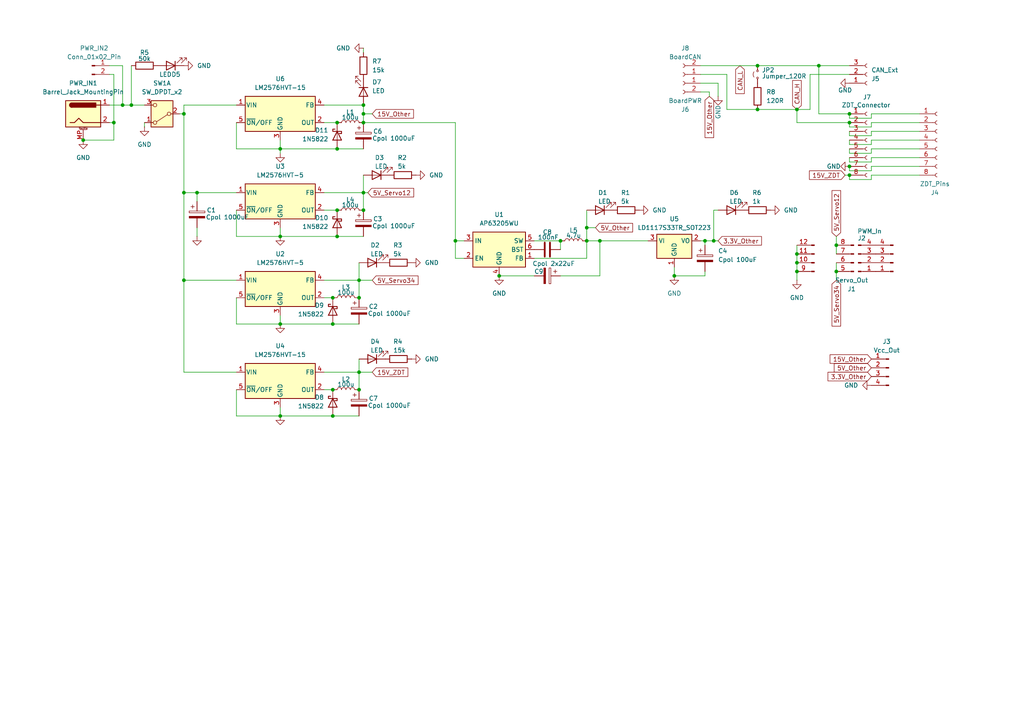
<source format=kicad_sch>
(kicad_sch
	(version 20250114)
	(generator "eeschema")
	(generator_version "9.0")
	(uuid "243697cf-90e5-466b-90a0-ba6eaa13d30d")
	(paper "A4")
	(lib_symbols
		(symbol "Connector:Barrel_Jack_MountingPin"
			(pin_names
				(hide yes)
			)
			(exclude_from_sim no)
			(in_bom yes)
			(on_board yes)
			(property "Reference" "J"
				(at 0 5.334 0)
				(effects
					(font
						(size 1.27 1.27)
					)
				)
			)
			(property "Value" "Barrel_Jack_MountingPin"
				(at 1.27 -6.35 0)
				(effects
					(font
						(size 1.27 1.27)
					)
					(justify left)
				)
			)
			(property "Footprint" ""
				(at 1.27 -1.016 0)
				(effects
					(font
						(size 1.27 1.27)
					)
					(hide yes)
				)
			)
			(property "Datasheet" "~"
				(at 1.27 -1.016 0)
				(effects
					(font
						(size 1.27 1.27)
					)
					(hide yes)
				)
			)
			(property "Description" "DC Barrel Jack with a mounting pin"
				(at 0 0 0)
				(effects
					(font
						(size 1.27 1.27)
					)
					(hide yes)
				)
			)
			(property "ki_keywords" "DC power barrel jack connector"
				(at 0 0 0)
				(effects
					(font
						(size 1.27 1.27)
					)
					(hide yes)
				)
			)
			(property "ki_fp_filters" "BarrelJack*"
				(at 0 0 0)
				(effects
					(font
						(size 1.27 1.27)
					)
					(hide yes)
				)
			)
			(symbol "Barrel_Jack_MountingPin_0_1"
				(rectangle
					(start -5.08 3.81)
					(end 5.08 -3.81)
					(stroke
						(width 0.254)
						(type default)
					)
					(fill
						(type background)
					)
				)
				(polyline
					(pts
						(xy -3.81 -2.54) (xy -2.54 -2.54) (xy -1.27 -1.27) (xy 0 -2.54) (xy 2.54 -2.54) (xy 5.08 -2.54)
					)
					(stroke
						(width 0.254)
						(type default)
					)
					(fill
						(type none)
					)
				)
				(arc
					(start -3.302 1.905)
					(mid -3.9343 2.54)
					(end -3.302 3.175)
					(stroke
						(width 0.254)
						(type default)
					)
					(fill
						(type none)
					)
				)
				(arc
					(start -3.302 1.905)
					(mid -3.9343 2.54)
					(end -3.302 3.175)
					(stroke
						(width 0.254)
						(type default)
					)
					(fill
						(type outline)
					)
				)
				(rectangle
					(start 3.683 3.175)
					(end -3.302 1.905)
					(stroke
						(width 0.254)
						(type default)
					)
					(fill
						(type outline)
					)
				)
				(polyline
					(pts
						(xy 5.08 2.54) (xy 3.81 2.54)
					)
					(stroke
						(width 0.254)
						(type default)
					)
					(fill
						(type none)
					)
				)
			)
			(symbol "Barrel_Jack_MountingPin_1_1"
				(polyline
					(pts
						(xy -1.016 -4.572) (xy 1.016 -4.572)
					)
					(stroke
						(width 0.1524)
						(type default)
					)
					(fill
						(type none)
					)
				)
				(text "Mounting"
					(at 0 -4.191 0)
					(effects
						(font
							(size 0.381 0.381)
						)
					)
				)
				(pin passive line
					(at 0 -7.62 90)
					(length 3.048)
					(name "MountPin"
						(effects
							(font
								(size 1.27 1.27)
							)
						)
					)
					(number "MP"
						(effects
							(font
								(size 1.27 1.27)
							)
						)
					)
				)
				(pin passive line
					(at 7.62 2.54 180)
					(length 2.54)
					(name "~"
						(effects
							(font
								(size 1.27 1.27)
							)
						)
					)
					(number "1"
						(effects
							(font
								(size 1.27 1.27)
							)
						)
					)
				)
				(pin passive line
					(at 7.62 -2.54 180)
					(length 2.54)
					(name "~"
						(effects
							(font
								(size 1.27 1.27)
							)
						)
					)
					(number "2"
						(effects
							(font
								(size 1.27 1.27)
							)
						)
					)
				)
			)
			(embedded_fonts no)
		)
		(symbol "Connector:Conn_01x02_Pin"
			(pin_names
				(offset 1.016)
				(hide yes)
			)
			(exclude_from_sim no)
			(in_bom yes)
			(on_board yes)
			(property "Reference" "J"
				(at 0 2.54 0)
				(effects
					(font
						(size 1.27 1.27)
					)
				)
			)
			(property "Value" "Conn_01x02_Pin"
				(at 0 -5.08 0)
				(effects
					(font
						(size 1.27 1.27)
					)
				)
			)
			(property "Footprint" ""
				(at 0 0 0)
				(effects
					(font
						(size 1.27 1.27)
					)
					(hide yes)
				)
			)
			(property "Datasheet" "~"
				(at 0 0 0)
				(effects
					(font
						(size 1.27 1.27)
					)
					(hide yes)
				)
			)
			(property "Description" "Generic connector, single row, 01x02, script generated"
				(at 0 0 0)
				(effects
					(font
						(size 1.27 1.27)
					)
					(hide yes)
				)
			)
			(property "ki_locked" ""
				(at 0 0 0)
				(effects
					(font
						(size 1.27 1.27)
					)
				)
			)
			(property "ki_keywords" "connector"
				(at 0 0 0)
				(effects
					(font
						(size 1.27 1.27)
					)
					(hide yes)
				)
			)
			(property "ki_fp_filters" "Connector*:*_1x??_*"
				(at 0 0 0)
				(effects
					(font
						(size 1.27 1.27)
					)
					(hide yes)
				)
			)
			(symbol "Conn_01x02_Pin_1_1"
				(rectangle
					(start 0.8636 0.127)
					(end 0 -0.127)
					(stroke
						(width 0.1524)
						(type default)
					)
					(fill
						(type outline)
					)
				)
				(rectangle
					(start 0.8636 -2.413)
					(end 0 -2.667)
					(stroke
						(width 0.1524)
						(type default)
					)
					(fill
						(type outline)
					)
				)
				(polyline
					(pts
						(xy 1.27 0) (xy 0.8636 0)
					)
					(stroke
						(width 0.1524)
						(type default)
					)
					(fill
						(type none)
					)
				)
				(polyline
					(pts
						(xy 1.27 -2.54) (xy 0.8636 -2.54)
					)
					(stroke
						(width 0.1524)
						(type default)
					)
					(fill
						(type none)
					)
				)
				(pin passive line
					(at 5.08 0 180)
					(length 3.81)
					(name "Pin_1"
						(effects
							(font
								(size 1.27 1.27)
							)
						)
					)
					(number "1"
						(effects
							(font
								(size 1.27 1.27)
							)
						)
					)
				)
				(pin passive line
					(at 5.08 -2.54 180)
					(length 3.81)
					(name "Pin_2"
						(effects
							(font
								(size 1.27 1.27)
							)
						)
					)
					(number "2"
						(effects
							(font
								(size 1.27 1.27)
							)
						)
					)
				)
			)
			(embedded_fonts no)
		)
		(symbol "Connector:Conn_01x02_Socket"
			(pin_names
				(offset 1.016)
				(hide yes)
			)
			(exclude_from_sim no)
			(in_bom yes)
			(on_board yes)
			(property "Reference" "J"
				(at 0 2.54 0)
				(effects
					(font
						(size 1.27 1.27)
					)
				)
			)
			(property "Value" "Conn_01x02_Socket"
				(at 0 -5.08 0)
				(effects
					(font
						(size 1.27 1.27)
					)
				)
			)
			(property "Footprint" ""
				(at 0 0 0)
				(effects
					(font
						(size 1.27 1.27)
					)
					(hide yes)
				)
			)
			(property "Datasheet" "~"
				(at 0 0 0)
				(effects
					(font
						(size 1.27 1.27)
					)
					(hide yes)
				)
			)
			(property "Description" "Generic connector, single row, 01x02, script generated"
				(at 0 0 0)
				(effects
					(font
						(size 1.27 1.27)
					)
					(hide yes)
				)
			)
			(property "ki_locked" ""
				(at 0 0 0)
				(effects
					(font
						(size 1.27 1.27)
					)
				)
			)
			(property "ki_keywords" "connector"
				(at 0 0 0)
				(effects
					(font
						(size 1.27 1.27)
					)
					(hide yes)
				)
			)
			(property "ki_fp_filters" "Connector*:*_1x??_*"
				(at 0 0 0)
				(effects
					(font
						(size 1.27 1.27)
					)
					(hide yes)
				)
			)
			(symbol "Conn_01x02_Socket_1_1"
				(polyline
					(pts
						(xy -1.27 0) (xy -0.508 0)
					)
					(stroke
						(width 0.1524)
						(type default)
					)
					(fill
						(type none)
					)
				)
				(polyline
					(pts
						(xy -1.27 -2.54) (xy -0.508 -2.54)
					)
					(stroke
						(width 0.1524)
						(type default)
					)
					(fill
						(type none)
					)
				)
				(arc
					(start 0 -0.508)
					(mid -0.5058 0)
					(end 0 0.508)
					(stroke
						(width 0.1524)
						(type default)
					)
					(fill
						(type none)
					)
				)
				(arc
					(start 0 -3.048)
					(mid -0.5058 -2.54)
					(end 0 -2.032)
					(stroke
						(width 0.1524)
						(type default)
					)
					(fill
						(type none)
					)
				)
				(pin passive line
					(at -5.08 0 0)
					(length 3.81)
					(name "Pin_1"
						(effects
							(font
								(size 1.27 1.27)
							)
						)
					)
					(number "1"
						(effects
							(font
								(size 1.27 1.27)
							)
						)
					)
				)
				(pin passive line
					(at -5.08 -2.54 0)
					(length 3.81)
					(name "Pin_2"
						(effects
							(font
								(size 1.27 1.27)
							)
						)
					)
					(number "2"
						(effects
							(font
								(size 1.27 1.27)
							)
						)
					)
				)
			)
			(embedded_fonts no)
		)
		(symbol "Connector:Conn_01x03_Socket"
			(pin_names
				(offset 1.016)
				(hide yes)
			)
			(exclude_from_sim no)
			(in_bom yes)
			(on_board yes)
			(property "Reference" "J"
				(at 0 5.08 0)
				(effects
					(font
						(size 1.27 1.27)
					)
				)
			)
			(property "Value" "Conn_01x03_Socket"
				(at 0 -5.08 0)
				(effects
					(font
						(size 1.27 1.27)
					)
				)
			)
			(property "Footprint" ""
				(at 0 0 0)
				(effects
					(font
						(size 1.27 1.27)
					)
					(hide yes)
				)
			)
			(property "Datasheet" "~"
				(at 0 0 0)
				(effects
					(font
						(size 1.27 1.27)
					)
					(hide yes)
				)
			)
			(property "Description" "Generic connector, single row, 01x03, script generated"
				(at 0 0 0)
				(effects
					(font
						(size 1.27 1.27)
					)
					(hide yes)
				)
			)
			(property "ki_locked" ""
				(at 0 0 0)
				(effects
					(font
						(size 1.27 1.27)
					)
				)
			)
			(property "ki_keywords" "connector"
				(at 0 0 0)
				(effects
					(font
						(size 1.27 1.27)
					)
					(hide yes)
				)
			)
			(property "ki_fp_filters" "Connector*:*_1x??_*"
				(at 0 0 0)
				(effects
					(font
						(size 1.27 1.27)
					)
					(hide yes)
				)
			)
			(symbol "Conn_01x03_Socket_1_1"
				(polyline
					(pts
						(xy -1.27 2.54) (xy -0.508 2.54)
					)
					(stroke
						(width 0.1524)
						(type default)
					)
					(fill
						(type none)
					)
				)
				(polyline
					(pts
						(xy -1.27 0) (xy -0.508 0)
					)
					(stroke
						(width 0.1524)
						(type default)
					)
					(fill
						(type none)
					)
				)
				(polyline
					(pts
						(xy -1.27 -2.54) (xy -0.508 -2.54)
					)
					(stroke
						(width 0.1524)
						(type default)
					)
					(fill
						(type none)
					)
				)
				(arc
					(start 0 2.032)
					(mid -0.5058 2.54)
					(end 0 3.048)
					(stroke
						(width 0.1524)
						(type default)
					)
					(fill
						(type none)
					)
				)
				(arc
					(start 0 -0.508)
					(mid -0.5058 0)
					(end 0 0.508)
					(stroke
						(width 0.1524)
						(type default)
					)
					(fill
						(type none)
					)
				)
				(arc
					(start 0 -3.048)
					(mid -0.5058 -2.54)
					(end 0 -2.032)
					(stroke
						(width 0.1524)
						(type default)
					)
					(fill
						(type none)
					)
				)
				(pin passive line
					(at -5.08 2.54 0)
					(length 3.81)
					(name "Pin_1"
						(effects
							(font
								(size 1.27 1.27)
							)
						)
					)
					(number "1"
						(effects
							(font
								(size 1.27 1.27)
							)
						)
					)
				)
				(pin passive line
					(at -5.08 0 0)
					(length 3.81)
					(name "Pin_2"
						(effects
							(font
								(size 1.27 1.27)
							)
						)
					)
					(number "2"
						(effects
							(font
								(size 1.27 1.27)
							)
						)
					)
				)
				(pin passive line
					(at -5.08 -2.54 0)
					(length 3.81)
					(name "Pin_3"
						(effects
							(font
								(size 1.27 1.27)
							)
						)
					)
					(number "3"
						(effects
							(font
								(size 1.27 1.27)
							)
						)
					)
				)
			)
			(embedded_fonts no)
		)
		(symbol "Connector:Conn_01x04_Pin"
			(pin_names
				(offset 1.016)
				(hide yes)
			)
			(exclude_from_sim no)
			(in_bom yes)
			(on_board yes)
			(property "Reference" "J"
				(at 0 5.08 0)
				(effects
					(font
						(size 1.27 1.27)
					)
				)
			)
			(property "Value" "Conn_01x04_Pin"
				(at 0 -7.62 0)
				(effects
					(font
						(size 1.27 1.27)
					)
				)
			)
			(property "Footprint" ""
				(at 0 0 0)
				(effects
					(font
						(size 1.27 1.27)
					)
					(hide yes)
				)
			)
			(property "Datasheet" "~"
				(at 0 0 0)
				(effects
					(font
						(size 1.27 1.27)
					)
					(hide yes)
				)
			)
			(property "Description" "Generic connector, single row, 01x04, script generated"
				(at 0 0 0)
				(effects
					(font
						(size 1.27 1.27)
					)
					(hide yes)
				)
			)
			(property "ki_locked" ""
				(at 0 0 0)
				(effects
					(font
						(size 1.27 1.27)
					)
				)
			)
			(property "ki_keywords" "connector"
				(at 0 0 0)
				(effects
					(font
						(size 1.27 1.27)
					)
					(hide yes)
				)
			)
			(property "ki_fp_filters" "Connector*:*_1x??_*"
				(at 0 0 0)
				(effects
					(font
						(size 1.27 1.27)
					)
					(hide yes)
				)
			)
			(symbol "Conn_01x04_Pin_1_1"
				(rectangle
					(start 0.8636 2.667)
					(end 0 2.413)
					(stroke
						(width 0.1524)
						(type default)
					)
					(fill
						(type outline)
					)
				)
				(rectangle
					(start 0.8636 0.127)
					(end 0 -0.127)
					(stroke
						(width 0.1524)
						(type default)
					)
					(fill
						(type outline)
					)
				)
				(rectangle
					(start 0.8636 -2.413)
					(end 0 -2.667)
					(stroke
						(width 0.1524)
						(type default)
					)
					(fill
						(type outline)
					)
				)
				(rectangle
					(start 0.8636 -4.953)
					(end 0 -5.207)
					(stroke
						(width 0.1524)
						(type default)
					)
					(fill
						(type outline)
					)
				)
				(polyline
					(pts
						(xy 1.27 2.54) (xy 0.8636 2.54)
					)
					(stroke
						(width 0.1524)
						(type default)
					)
					(fill
						(type none)
					)
				)
				(polyline
					(pts
						(xy 1.27 0) (xy 0.8636 0)
					)
					(stroke
						(width 0.1524)
						(type default)
					)
					(fill
						(type none)
					)
				)
				(polyline
					(pts
						(xy 1.27 -2.54) (xy 0.8636 -2.54)
					)
					(stroke
						(width 0.1524)
						(type default)
					)
					(fill
						(type none)
					)
				)
				(polyline
					(pts
						(xy 1.27 -5.08) (xy 0.8636 -5.08)
					)
					(stroke
						(width 0.1524)
						(type default)
					)
					(fill
						(type none)
					)
				)
				(pin passive line
					(at 5.08 2.54 180)
					(length 3.81)
					(name "Pin_1"
						(effects
							(font
								(size 1.27 1.27)
							)
						)
					)
					(number "1"
						(effects
							(font
								(size 1.27 1.27)
							)
						)
					)
				)
				(pin passive line
					(at 5.08 0 180)
					(length 3.81)
					(name "Pin_2"
						(effects
							(font
								(size 1.27 1.27)
							)
						)
					)
					(number "2"
						(effects
							(font
								(size 1.27 1.27)
							)
						)
					)
				)
				(pin passive line
					(at 5.08 -2.54 180)
					(length 3.81)
					(name "Pin_3"
						(effects
							(font
								(size 1.27 1.27)
							)
						)
					)
					(number "3"
						(effects
							(font
								(size 1.27 1.27)
							)
						)
					)
				)
				(pin passive line
					(at 5.08 -5.08 180)
					(length 3.81)
					(name "Pin_4"
						(effects
							(font
								(size 1.27 1.27)
							)
						)
					)
					(number "4"
						(effects
							(font
								(size 1.27 1.27)
							)
						)
					)
				)
			)
			(embedded_fonts no)
		)
		(symbol "Connector:Conn_01x08_Socket"
			(pin_names
				(offset 1.016)
				(hide yes)
			)
			(exclude_from_sim no)
			(in_bom yes)
			(on_board yes)
			(property "Reference" "J"
				(at 0 10.16 0)
				(effects
					(font
						(size 1.27 1.27)
					)
				)
			)
			(property "Value" "Conn_01x08_Socket"
				(at 0 -12.7 0)
				(effects
					(font
						(size 1.27 1.27)
					)
				)
			)
			(property "Footprint" ""
				(at 0 0 0)
				(effects
					(font
						(size 1.27 1.27)
					)
					(hide yes)
				)
			)
			(property "Datasheet" "~"
				(at 0 0 0)
				(effects
					(font
						(size 1.27 1.27)
					)
					(hide yes)
				)
			)
			(property "Description" "Generic connector, single row, 01x08, script generated"
				(at 0 0 0)
				(effects
					(font
						(size 1.27 1.27)
					)
					(hide yes)
				)
			)
			(property "ki_locked" ""
				(at 0 0 0)
				(effects
					(font
						(size 1.27 1.27)
					)
				)
			)
			(property "ki_keywords" "connector"
				(at 0 0 0)
				(effects
					(font
						(size 1.27 1.27)
					)
					(hide yes)
				)
			)
			(property "ki_fp_filters" "Connector*:*_1x??_*"
				(at 0 0 0)
				(effects
					(font
						(size 1.27 1.27)
					)
					(hide yes)
				)
			)
			(symbol "Conn_01x08_Socket_1_1"
				(polyline
					(pts
						(xy -1.27 7.62) (xy -0.508 7.62)
					)
					(stroke
						(width 0.1524)
						(type default)
					)
					(fill
						(type none)
					)
				)
				(polyline
					(pts
						(xy -1.27 5.08) (xy -0.508 5.08)
					)
					(stroke
						(width 0.1524)
						(type default)
					)
					(fill
						(type none)
					)
				)
				(polyline
					(pts
						(xy -1.27 2.54) (xy -0.508 2.54)
					)
					(stroke
						(width 0.1524)
						(type default)
					)
					(fill
						(type none)
					)
				)
				(polyline
					(pts
						(xy -1.27 0) (xy -0.508 0)
					)
					(stroke
						(width 0.1524)
						(type default)
					)
					(fill
						(type none)
					)
				)
				(polyline
					(pts
						(xy -1.27 -2.54) (xy -0.508 -2.54)
					)
					(stroke
						(width 0.1524)
						(type default)
					)
					(fill
						(type none)
					)
				)
				(polyline
					(pts
						(xy -1.27 -5.08) (xy -0.508 -5.08)
					)
					(stroke
						(width 0.1524)
						(type default)
					)
					(fill
						(type none)
					)
				)
				(polyline
					(pts
						(xy -1.27 -7.62) (xy -0.508 -7.62)
					)
					(stroke
						(width 0.1524)
						(type default)
					)
					(fill
						(type none)
					)
				)
				(polyline
					(pts
						(xy -1.27 -10.16) (xy -0.508 -10.16)
					)
					(stroke
						(width 0.1524)
						(type default)
					)
					(fill
						(type none)
					)
				)
				(arc
					(start 0 7.112)
					(mid -0.5058 7.62)
					(end 0 8.128)
					(stroke
						(width 0.1524)
						(type default)
					)
					(fill
						(type none)
					)
				)
				(arc
					(start 0 4.572)
					(mid -0.5058 5.08)
					(end 0 5.588)
					(stroke
						(width 0.1524)
						(type default)
					)
					(fill
						(type none)
					)
				)
				(arc
					(start 0 2.032)
					(mid -0.5058 2.54)
					(end 0 3.048)
					(stroke
						(width 0.1524)
						(type default)
					)
					(fill
						(type none)
					)
				)
				(arc
					(start 0 -0.508)
					(mid -0.5058 0)
					(end 0 0.508)
					(stroke
						(width 0.1524)
						(type default)
					)
					(fill
						(type none)
					)
				)
				(arc
					(start 0 -3.048)
					(mid -0.5058 -2.54)
					(end 0 -2.032)
					(stroke
						(width 0.1524)
						(type default)
					)
					(fill
						(type none)
					)
				)
				(arc
					(start 0 -5.588)
					(mid -0.5058 -5.08)
					(end 0 -4.572)
					(stroke
						(width 0.1524)
						(type default)
					)
					(fill
						(type none)
					)
				)
				(arc
					(start 0 -8.128)
					(mid -0.5058 -7.62)
					(end 0 -7.112)
					(stroke
						(width 0.1524)
						(type default)
					)
					(fill
						(type none)
					)
				)
				(arc
					(start 0 -10.668)
					(mid -0.5058 -10.16)
					(end 0 -9.652)
					(stroke
						(width 0.1524)
						(type default)
					)
					(fill
						(type none)
					)
				)
				(pin passive line
					(at -5.08 7.62 0)
					(length 3.81)
					(name "Pin_1"
						(effects
							(font
								(size 1.27 1.27)
							)
						)
					)
					(number "1"
						(effects
							(font
								(size 1.27 1.27)
							)
						)
					)
				)
				(pin passive line
					(at -5.08 5.08 0)
					(length 3.81)
					(name "Pin_2"
						(effects
							(font
								(size 1.27 1.27)
							)
						)
					)
					(number "2"
						(effects
							(font
								(size 1.27 1.27)
							)
						)
					)
				)
				(pin passive line
					(at -5.08 2.54 0)
					(length 3.81)
					(name "Pin_3"
						(effects
							(font
								(size 1.27 1.27)
							)
						)
					)
					(number "3"
						(effects
							(font
								(size 1.27 1.27)
							)
						)
					)
				)
				(pin passive line
					(at -5.08 0 0)
					(length 3.81)
					(name "Pin_4"
						(effects
							(font
								(size 1.27 1.27)
							)
						)
					)
					(number "4"
						(effects
							(font
								(size 1.27 1.27)
							)
						)
					)
				)
				(pin passive line
					(at -5.08 -2.54 0)
					(length 3.81)
					(name "Pin_5"
						(effects
							(font
								(size 1.27 1.27)
							)
						)
					)
					(number "5"
						(effects
							(font
								(size 1.27 1.27)
							)
						)
					)
				)
				(pin passive line
					(at -5.08 -5.08 0)
					(length 3.81)
					(name "Pin_6"
						(effects
							(font
								(size 1.27 1.27)
							)
						)
					)
					(number "6"
						(effects
							(font
								(size 1.27 1.27)
							)
						)
					)
				)
				(pin passive line
					(at -5.08 -7.62 0)
					(length 3.81)
					(name "Pin_7"
						(effects
							(font
								(size 1.27 1.27)
							)
						)
					)
					(number "7"
						(effects
							(font
								(size 1.27 1.27)
							)
						)
					)
				)
				(pin passive line
					(at -5.08 -10.16 0)
					(length 3.81)
					(name "Pin_8"
						(effects
							(font
								(size 1.27 1.27)
							)
						)
					)
					(number "8"
						(effects
							(font
								(size 1.27 1.27)
							)
						)
					)
				)
			)
			(embedded_fonts no)
		)
		(symbol "Device:C"
			(pin_numbers
				(hide yes)
			)
			(pin_names
				(offset 0.254)
			)
			(exclude_from_sim no)
			(in_bom yes)
			(on_board yes)
			(property "Reference" "C"
				(at 0.635 2.54 0)
				(effects
					(font
						(size 1.27 1.27)
					)
					(justify left)
				)
			)
			(property "Value" "C"
				(at 0.635 -2.54 0)
				(effects
					(font
						(size 1.27 1.27)
					)
					(justify left)
				)
			)
			(property "Footprint" ""
				(at 0.9652 -3.81 0)
				(effects
					(font
						(size 1.27 1.27)
					)
					(hide yes)
				)
			)
			(property "Datasheet" "~"
				(at 0 0 0)
				(effects
					(font
						(size 1.27 1.27)
					)
					(hide yes)
				)
			)
			(property "Description" "Unpolarized capacitor"
				(at 0 0 0)
				(effects
					(font
						(size 1.27 1.27)
					)
					(hide yes)
				)
			)
			(property "ki_keywords" "cap capacitor"
				(at 0 0 0)
				(effects
					(font
						(size 1.27 1.27)
					)
					(hide yes)
				)
			)
			(property "ki_fp_filters" "C_*"
				(at 0 0 0)
				(effects
					(font
						(size 1.27 1.27)
					)
					(hide yes)
				)
			)
			(symbol "C_0_1"
				(polyline
					(pts
						(xy -2.032 0.762) (xy 2.032 0.762)
					)
					(stroke
						(width 0.508)
						(type default)
					)
					(fill
						(type none)
					)
				)
				(polyline
					(pts
						(xy -2.032 -0.762) (xy 2.032 -0.762)
					)
					(stroke
						(width 0.508)
						(type default)
					)
					(fill
						(type none)
					)
				)
			)
			(symbol "C_1_1"
				(pin passive line
					(at 0 3.81 270)
					(length 2.794)
					(name "~"
						(effects
							(font
								(size 1.27 1.27)
							)
						)
					)
					(number "1"
						(effects
							(font
								(size 1.27 1.27)
							)
						)
					)
				)
				(pin passive line
					(at 0 -3.81 90)
					(length 2.794)
					(name "~"
						(effects
							(font
								(size 1.27 1.27)
							)
						)
					)
					(number "2"
						(effects
							(font
								(size 1.27 1.27)
							)
						)
					)
				)
			)
			(embedded_fonts no)
		)
		(symbol "Device:C_Polarized"
			(pin_numbers
				(hide yes)
			)
			(pin_names
				(offset 0.254)
			)
			(exclude_from_sim no)
			(in_bom yes)
			(on_board yes)
			(property "Reference" "C"
				(at 0.635 2.54 0)
				(effects
					(font
						(size 1.27 1.27)
					)
					(justify left)
				)
			)
			(property "Value" "C_Polarized"
				(at 0.635 -2.54 0)
				(effects
					(font
						(size 1.27 1.27)
					)
					(justify left)
				)
			)
			(property "Footprint" ""
				(at 0.9652 -3.81 0)
				(effects
					(font
						(size 1.27 1.27)
					)
					(hide yes)
				)
			)
			(property "Datasheet" "~"
				(at 0 0 0)
				(effects
					(font
						(size 1.27 1.27)
					)
					(hide yes)
				)
			)
			(property "Description" "Polarized capacitor"
				(at 0 0 0)
				(effects
					(font
						(size 1.27 1.27)
					)
					(hide yes)
				)
			)
			(property "ki_keywords" "cap capacitor"
				(at 0 0 0)
				(effects
					(font
						(size 1.27 1.27)
					)
					(hide yes)
				)
			)
			(property "ki_fp_filters" "CP_*"
				(at 0 0 0)
				(effects
					(font
						(size 1.27 1.27)
					)
					(hide yes)
				)
			)
			(symbol "C_Polarized_0_1"
				(rectangle
					(start -2.286 0.508)
					(end 2.286 1.016)
					(stroke
						(width 0)
						(type default)
					)
					(fill
						(type none)
					)
				)
				(polyline
					(pts
						(xy -1.778 2.286) (xy -0.762 2.286)
					)
					(stroke
						(width 0)
						(type default)
					)
					(fill
						(type none)
					)
				)
				(polyline
					(pts
						(xy -1.27 2.794) (xy -1.27 1.778)
					)
					(stroke
						(width 0)
						(type default)
					)
					(fill
						(type none)
					)
				)
				(rectangle
					(start 2.286 -0.508)
					(end -2.286 -1.016)
					(stroke
						(width 0)
						(type default)
					)
					(fill
						(type outline)
					)
				)
			)
			(symbol "C_Polarized_1_1"
				(pin passive line
					(at 0 3.81 270)
					(length 2.794)
					(name "~"
						(effects
							(font
								(size 1.27 1.27)
							)
						)
					)
					(number "1"
						(effects
							(font
								(size 1.27 1.27)
							)
						)
					)
				)
				(pin passive line
					(at 0 -3.81 90)
					(length 2.794)
					(name "~"
						(effects
							(font
								(size 1.27 1.27)
							)
						)
					)
					(number "2"
						(effects
							(font
								(size 1.27 1.27)
							)
						)
					)
				)
			)
			(embedded_fonts no)
		)
		(symbol "Device:L"
			(pin_numbers
				(hide yes)
			)
			(pin_names
				(offset 1.016)
				(hide yes)
			)
			(exclude_from_sim no)
			(in_bom yes)
			(on_board yes)
			(property "Reference" "L"
				(at -1.27 0 90)
				(effects
					(font
						(size 1.27 1.27)
					)
				)
			)
			(property "Value" "L"
				(at 1.905 0 90)
				(effects
					(font
						(size 1.27 1.27)
					)
				)
			)
			(property "Footprint" ""
				(at 0 0 0)
				(effects
					(font
						(size 1.27 1.27)
					)
					(hide yes)
				)
			)
			(property "Datasheet" "~"
				(at 0 0 0)
				(effects
					(font
						(size 1.27 1.27)
					)
					(hide yes)
				)
			)
			(property "Description" "Inductor"
				(at 0 0 0)
				(effects
					(font
						(size 1.27 1.27)
					)
					(hide yes)
				)
			)
			(property "ki_keywords" "inductor choke coil reactor magnetic"
				(at 0 0 0)
				(effects
					(font
						(size 1.27 1.27)
					)
					(hide yes)
				)
			)
			(property "ki_fp_filters" "Choke_* *Coil* Inductor_* L_*"
				(at 0 0 0)
				(effects
					(font
						(size 1.27 1.27)
					)
					(hide yes)
				)
			)
			(symbol "L_0_1"
				(arc
					(start 0 2.54)
					(mid 0.6323 1.905)
					(end 0 1.27)
					(stroke
						(width 0)
						(type default)
					)
					(fill
						(type none)
					)
				)
				(arc
					(start 0 1.27)
					(mid 0.6323 0.635)
					(end 0 0)
					(stroke
						(width 0)
						(type default)
					)
					(fill
						(type none)
					)
				)
				(arc
					(start 0 0)
					(mid 0.6323 -0.635)
					(end 0 -1.27)
					(stroke
						(width 0)
						(type default)
					)
					(fill
						(type none)
					)
				)
				(arc
					(start 0 -1.27)
					(mid 0.6323 -1.905)
					(end 0 -2.54)
					(stroke
						(width 0)
						(type default)
					)
					(fill
						(type none)
					)
				)
			)
			(symbol "L_1_1"
				(pin passive line
					(at 0 3.81 270)
					(length 1.27)
					(name "1"
						(effects
							(font
								(size 1.27 1.27)
							)
						)
					)
					(number "1"
						(effects
							(font
								(size 1.27 1.27)
							)
						)
					)
				)
				(pin passive line
					(at 0 -3.81 90)
					(length 1.27)
					(name "2"
						(effects
							(font
								(size 1.27 1.27)
							)
						)
					)
					(number "2"
						(effects
							(font
								(size 1.27 1.27)
							)
						)
					)
				)
			)
			(embedded_fonts no)
		)
		(symbol "Device:LED"
			(pin_numbers
				(hide yes)
			)
			(pin_names
				(offset 1.016)
				(hide yes)
			)
			(exclude_from_sim no)
			(in_bom yes)
			(on_board yes)
			(property "Reference" "D"
				(at 0 2.54 0)
				(effects
					(font
						(size 1.27 1.27)
					)
				)
			)
			(property "Value" "LED"
				(at 0 -2.54 0)
				(effects
					(font
						(size 1.27 1.27)
					)
				)
			)
			(property "Footprint" ""
				(at 0 0 0)
				(effects
					(font
						(size 1.27 1.27)
					)
					(hide yes)
				)
			)
			(property "Datasheet" "~"
				(at 0 0 0)
				(effects
					(font
						(size 1.27 1.27)
					)
					(hide yes)
				)
			)
			(property "Description" "Light emitting diode"
				(at 0 0 0)
				(effects
					(font
						(size 1.27 1.27)
					)
					(hide yes)
				)
			)
			(property "Sim.Pins" "1=K 2=A"
				(at 0 0 0)
				(effects
					(font
						(size 1.27 1.27)
					)
					(hide yes)
				)
			)
			(property "ki_keywords" "LED diode"
				(at 0 0 0)
				(effects
					(font
						(size 1.27 1.27)
					)
					(hide yes)
				)
			)
			(property "ki_fp_filters" "LED* LED_SMD:* LED_THT:*"
				(at 0 0 0)
				(effects
					(font
						(size 1.27 1.27)
					)
					(hide yes)
				)
			)
			(symbol "LED_0_1"
				(polyline
					(pts
						(xy -3.048 -0.762) (xy -4.572 -2.286) (xy -3.81 -2.286) (xy -4.572 -2.286) (xy -4.572 -1.524)
					)
					(stroke
						(width 0)
						(type default)
					)
					(fill
						(type none)
					)
				)
				(polyline
					(pts
						(xy -1.778 -0.762) (xy -3.302 -2.286) (xy -2.54 -2.286) (xy -3.302 -2.286) (xy -3.302 -1.524)
					)
					(stroke
						(width 0)
						(type default)
					)
					(fill
						(type none)
					)
				)
				(polyline
					(pts
						(xy -1.27 0) (xy 1.27 0)
					)
					(stroke
						(width 0)
						(type default)
					)
					(fill
						(type none)
					)
				)
				(polyline
					(pts
						(xy -1.27 -1.27) (xy -1.27 1.27)
					)
					(stroke
						(width 0.254)
						(type default)
					)
					(fill
						(type none)
					)
				)
				(polyline
					(pts
						(xy 1.27 -1.27) (xy 1.27 1.27) (xy -1.27 0) (xy 1.27 -1.27)
					)
					(stroke
						(width 0.254)
						(type default)
					)
					(fill
						(type none)
					)
				)
			)
			(symbol "LED_1_1"
				(pin passive line
					(at -3.81 0 0)
					(length 2.54)
					(name "K"
						(effects
							(font
								(size 1.27 1.27)
							)
						)
					)
					(number "1"
						(effects
							(font
								(size 1.27 1.27)
							)
						)
					)
				)
				(pin passive line
					(at 3.81 0 180)
					(length 2.54)
					(name "A"
						(effects
							(font
								(size 1.27 1.27)
							)
						)
					)
					(number "2"
						(effects
							(font
								(size 1.27 1.27)
							)
						)
					)
				)
			)
			(embedded_fonts no)
		)
		(symbol "Device:R"
			(pin_numbers
				(hide yes)
			)
			(pin_names
				(offset 0)
			)
			(exclude_from_sim no)
			(in_bom yes)
			(on_board yes)
			(property "Reference" "R"
				(at 2.032 0 90)
				(effects
					(font
						(size 1.27 1.27)
					)
				)
			)
			(property "Value" "R"
				(at 0 0 90)
				(effects
					(font
						(size 1.27 1.27)
					)
				)
			)
			(property "Footprint" ""
				(at -1.778 0 90)
				(effects
					(font
						(size 1.27 1.27)
					)
					(hide yes)
				)
			)
			(property "Datasheet" "~"
				(at 0 0 0)
				(effects
					(font
						(size 1.27 1.27)
					)
					(hide yes)
				)
			)
			(property "Description" "Resistor"
				(at 0 0 0)
				(effects
					(font
						(size 1.27 1.27)
					)
					(hide yes)
				)
			)
			(property "ki_keywords" "R res resistor"
				(at 0 0 0)
				(effects
					(font
						(size 1.27 1.27)
					)
					(hide yes)
				)
			)
			(property "ki_fp_filters" "R_*"
				(at 0 0 0)
				(effects
					(font
						(size 1.27 1.27)
					)
					(hide yes)
				)
			)
			(symbol "R_0_1"
				(rectangle
					(start -1.016 -2.54)
					(end 1.016 2.54)
					(stroke
						(width 0.254)
						(type default)
					)
					(fill
						(type none)
					)
				)
			)
			(symbol "R_1_1"
				(pin passive line
					(at 0 3.81 270)
					(length 1.27)
					(name "~"
						(effects
							(font
								(size 1.27 1.27)
							)
						)
					)
					(number "1"
						(effects
							(font
								(size 1.27 1.27)
							)
						)
					)
				)
				(pin passive line
					(at 0 -3.81 90)
					(length 1.27)
					(name "~"
						(effects
							(font
								(size 1.27 1.27)
							)
						)
					)
					(number "2"
						(effects
							(font
								(size 1.27 1.27)
							)
						)
					)
				)
			)
			(embedded_fonts no)
		)
		(symbol "Diode:1N5822"
			(pin_numbers
				(hide yes)
			)
			(pin_names
				(offset 1.016)
				(hide yes)
			)
			(exclude_from_sim no)
			(in_bom yes)
			(on_board yes)
			(property "Reference" "D"
				(at 0 2.54 0)
				(effects
					(font
						(size 1.27 1.27)
					)
				)
			)
			(property "Value" "1N5822"
				(at 0 -2.54 0)
				(effects
					(font
						(size 1.27 1.27)
					)
				)
			)
			(property "Footprint" "Diode_THT:D_DO-201AD_P15.24mm_Horizontal"
				(at 0 -4.445 0)
				(effects
					(font
						(size 1.27 1.27)
					)
					(hide yes)
				)
			)
			(property "Datasheet" "http://www.vishay.com/docs/88526/1n5820.pdf"
				(at 0 0 0)
				(effects
					(font
						(size 1.27 1.27)
					)
					(hide yes)
				)
			)
			(property "Description" "40V 3A Schottky Barrier Rectifier Diode, DO-201AD"
				(at 0 0 0)
				(effects
					(font
						(size 1.27 1.27)
					)
					(hide yes)
				)
			)
			(property "ki_keywords" "diode Schottky"
				(at 0 0 0)
				(effects
					(font
						(size 1.27 1.27)
					)
					(hide yes)
				)
			)
			(property "ki_fp_filters" "D*DO?201AD*"
				(at 0 0 0)
				(effects
					(font
						(size 1.27 1.27)
					)
					(hide yes)
				)
			)
			(symbol "1N5822_0_1"
				(polyline
					(pts
						(xy -1.905 0.635) (xy -1.905 1.27) (xy -1.27 1.27) (xy -1.27 -1.27) (xy -0.635 -1.27) (xy -0.635 -0.635)
					)
					(stroke
						(width 0.254)
						(type default)
					)
					(fill
						(type none)
					)
				)
				(polyline
					(pts
						(xy 1.27 1.27) (xy 1.27 -1.27) (xy -1.27 0) (xy 1.27 1.27)
					)
					(stroke
						(width 0.254)
						(type default)
					)
					(fill
						(type none)
					)
				)
				(polyline
					(pts
						(xy 1.27 0) (xy -1.27 0)
					)
					(stroke
						(width 0)
						(type default)
					)
					(fill
						(type none)
					)
				)
			)
			(symbol "1N5822_1_1"
				(pin passive line
					(at -3.81 0 0)
					(length 2.54)
					(name "K"
						(effects
							(font
								(size 1.27 1.27)
							)
						)
					)
					(number "1"
						(effects
							(font
								(size 1.27 1.27)
							)
						)
					)
				)
				(pin passive line
					(at 3.81 0 180)
					(length 2.54)
					(name "A"
						(effects
							(font
								(size 1.27 1.27)
							)
						)
					)
					(number "2"
						(effects
							(font
								(size 1.27 1.27)
							)
						)
					)
				)
			)
			(embedded_fonts no)
		)
		(symbol "Jumper:Jumper_2_Small_Open"
			(pin_numbers
				(hide yes)
			)
			(pin_names
				(offset 0)
				(hide yes)
			)
			(exclude_from_sim no)
			(in_bom yes)
			(on_board yes)
			(property "Reference" "JP"
				(at 0 2.794 0)
				(effects
					(font
						(size 1.27 1.27)
					)
				)
			)
			(property "Value" "Jumper_2_Small_Open"
				(at 0 -2.286 0)
				(effects
					(font
						(size 1.27 1.27)
					)
				)
			)
			(property "Footprint" ""
				(at 0 0 0)
				(effects
					(font
						(size 1.27 1.27)
					)
					(hide yes)
				)
			)
			(property "Datasheet" "~"
				(at 0 0 0)
				(effects
					(font
						(size 1.27 1.27)
					)
					(hide yes)
				)
			)
			(property "Description" "Jumper, 2-pole, small symbol, open"
				(at 0 0 0)
				(effects
					(font
						(size 1.27 1.27)
					)
					(hide yes)
				)
			)
			(property "ki_keywords" "Jumper SPST"
				(at 0 0 0)
				(effects
					(font
						(size 1.27 1.27)
					)
					(hide yes)
				)
			)
			(property "ki_fp_filters" "Jumper* TestPoint*2Pads* TestPoint*Bridge*"
				(at 0 0 0)
				(effects
					(font
						(size 1.27 1.27)
					)
					(hide yes)
				)
			)
			(symbol "Jumper_2_Small_Open_0_0"
				(circle
					(center -1.016 0)
					(radius 0.254)
					(stroke
						(width 0)
						(type default)
					)
					(fill
						(type none)
					)
				)
				(circle
					(center 1.016 0)
					(radius 0.254)
					(stroke
						(width 0)
						(type default)
					)
					(fill
						(type none)
					)
				)
			)
			(symbol "Jumper_2_Small_Open_0_1"
				(arc
					(start -0.762 1.0196)
					(mid 0 1.2729)
					(end 0.762 1.0196)
					(stroke
						(width 0)
						(type default)
					)
					(fill
						(type none)
					)
				)
			)
			(symbol "Jumper_2_Small_Open_1_1"
				(pin passive line
					(at -2.54 0 0)
					(length 1.27)
					(name "A"
						(effects
							(font
								(size 1.27 1.27)
							)
						)
					)
					(number "1"
						(effects
							(font
								(size 1.27 1.27)
							)
						)
					)
				)
				(pin passive line
					(at 2.54 0 180)
					(length 1.27)
					(name "B"
						(effects
							(font
								(size 1.27 1.27)
							)
						)
					)
					(number "2"
						(effects
							(font
								(size 1.27 1.27)
							)
						)
					)
				)
			)
			(embedded_fonts no)
		)
		(symbol "Regulator_Linear:LD1117S33TR_SOT223"
			(exclude_from_sim no)
			(in_bom yes)
			(on_board yes)
			(property "Reference" "U"
				(at -3.81 3.175 0)
				(effects
					(font
						(size 1.27 1.27)
					)
				)
			)
			(property "Value" "LD1117S33TR_SOT223"
				(at 0 3.175 0)
				(effects
					(font
						(size 1.27 1.27)
					)
					(justify left)
				)
			)
			(property "Footprint" "Package_TO_SOT_SMD:SOT-223-3_TabPin2"
				(at 0 5.08 0)
				(effects
					(font
						(size 1.27 1.27)
					)
					(hide yes)
				)
			)
			(property "Datasheet" "http://www.st.com/st-web-ui/static/active/en/resource/technical/document/datasheet/CD00000544.pdf"
				(at 2.54 -6.35 0)
				(effects
					(font
						(size 1.27 1.27)
					)
					(hide yes)
				)
			)
			(property "Description" "800mA Fixed Low Drop Positive Voltage Regulator, Fixed Output 3.3V, SOT-223"
				(at 0 0 0)
				(effects
					(font
						(size 1.27 1.27)
					)
					(hide yes)
				)
			)
			(property "ki_keywords" "REGULATOR LDO 3.3V"
				(at 0 0 0)
				(effects
					(font
						(size 1.27 1.27)
					)
					(hide yes)
				)
			)
			(property "ki_fp_filters" "SOT?223*TabPin2*"
				(at 0 0 0)
				(effects
					(font
						(size 1.27 1.27)
					)
					(hide yes)
				)
			)
			(symbol "LD1117S33TR_SOT223_0_1"
				(rectangle
					(start -5.08 -5.08)
					(end 5.08 1.905)
					(stroke
						(width 0.254)
						(type default)
					)
					(fill
						(type background)
					)
				)
			)
			(symbol "LD1117S33TR_SOT223_1_1"
				(pin power_in line
					(at -7.62 0 0)
					(length 2.54)
					(name "VI"
						(effects
							(font
								(size 1.27 1.27)
							)
						)
					)
					(number "3"
						(effects
							(font
								(size 1.27 1.27)
							)
						)
					)
				)
				(pin power_in line
					(at 0 -7.62 90)
					(length 2.54)
					(name "GND"
						(effects
							(font
								(size 1.27 1.27)
							)
						)
					)
					(number "1"
						(effects
							(font
								(size 1.27 1.27)
							)
						)
					)
				)
				(pin power_out line
					(at 7.62 0 180)
					(length 2.54)
					(name "VO"
						(effects
							(font
								(size 1.27 1.27)
							)
						)
					)
					(number "2"
						(effects
							(font
								(size 1.27 1.27)
							)
						)
					)
				)
			)
			(embedded_fonts no)
		)
		(symbol "Regulator_Switching:AP63205WU"
			(exclude_from_sim no)
			(in_bom yes)
			(on_board yes)
			(property "Reference" "U"
				(at -7.62 6.35 0)
				(effects
					(font
						(size 1.27 1.27)
					)
				)
			)
			(property "Value" "AP63205WU"
				(at 2.54 6.35 0)
				(effects
					(font
						(size 1.27 1.27)
					)
				)
			)
			(property "Footprint" "Package_TO_SOT_SMD:TSOT-23-6"
				(at 0 -22.86 0)
				(effects
					(font
						(size 1.27 1.27)
					)
					(hide yes)
				)
			)
			(property "Datasheet" "https://www.diodes.com/assets/Datasheets/AP63200-AP63201-AP63203-AP63205.pdf"
				(at 0 0 0)
				(effects
					(font
						(size 1.27 1.27)
					)
					(hide yes)
				)
			)
			(property "Description" "2A, 1.1MHz Buck DC/DC Converter, fixed 5.0V output voltage, TSOT-23-6"
				(at 0 0 0)
				(effects
					(font
						(size 1.27 1.27)
					)
					(hide yes)
				)
			)
			(property "ki_keywords" "2A Buck DC/DC"
				(at 0 0 0)
				(effects
					(font
						(size 1.27 1.27)
					)
					(hide yes)
				)
			)
			(property "ki_fp_filters" "TSOT?23*"
				(at 0 0 0)
				(effects
					(font
						(size 1.27 1.27)
					)
					(hide yes)
				)
			)
			(symbol "AP63205WU_0_1"
				(rectangle
					(start -7.62 5.08)
					(end 7.62 -5.08)
					(stroke
						(width 0.254)
						(type default)
					)
					(fill
						(type background)
					)
				)
			)
			(symbol "AP63205WU_1_1"
				(pin power_in line
					(at -10.16 2.54 0)
					(length 2.54)
					(name "IN"
						(effects
							(font
								(size 1.27 1.27)
							)
						)
					)
					(number "3"
						(effects
							(font
								(size 1.27 1.27)
							)
						)
					)
				)
				(pin input line
					(at -10.16 -2.54 0)
					(length 2.54)
					(name "EN"
						(effects
							(font
								(size 1.27 1.27)
							)
						)
					)
					(number "2"
						(effects
							(font
								(size 1.27 1.27)
							)
						)
					)
				)
				(pin power_in line
					(at 0 -7.62 90)
					(length 2.54)
					(name "GND"
						(effects
							(font
								(size 1.27 1.27)
							)
						)
					)
					(number "4"
						(effects
							(font
								(size 1.27 1.27)
							)
						)
					)
				)
				(pin output line
					(at 10.16 2.54 180)
					(length 2.54)
					(name "SW"
						(effects
							(font
								(size 1.27 1.27)
							)
						)
					)
					(number "5"
						(effects
							(font
								(size 1.27 1.27)
							)
						)
					)
				)
				(pin passive line
					(at 10.16 0 180)
					(length 2.54)
					(name "BST"
						(effects
							(font
								(size 1.27 1.27)
							)
						)
					)
					(number "6"
						(effects
							(font
								(size 1.27 1.27)
							)
						)
					)
				)
				(pin input line
					(at 10.16 -2.54 180)
					(length 2.54)
					(name "FB"
						(effects
							(font
								(size 1.27 1.27)
							)
						)
					)
					(number "1"
						(effects
							(font
								(size 1.27 1.27)
							)
						)
					)
				)
			)
			(embedded_fonts no)
		)
		(symbol "Regulator_Switching:LM2576HVT-15"
			(pin_names
				(offset 0.254)
			)
			(exclude_from_sim no)
			(in_bom yes)
			(on_board yes)
			(property "Reference" "U"
				(at -10.16 6.35 0)
				(effects
					(font
						(size 1.27 1.27)
					)
					(justify left)
				)
			)
			(property "Value" "LM2576HVT-15"
				(at 0 6.35 0)
				(effects
					(font
						(size 1.27 1.27)
					)
					(justify left)
				)
			)
			(property "Footprint" "Package_TO_SOT_THT:TO-220-5_Vertical"
				(at 0 -6.35 0)
				(effects
					(font
						(size 1.27 1.27)
						(italic yes)
					)
					(justify left)
					(hide yes)
				)
			)
			(property "Datasheet" "http://www.ti.com/lit/ds/symlink/lm2576.pdf"
				(at 0 0 0)
				(effects
					(font
						(size 1.27 1.27)
					)
					(hide yes)
				)
			)
			(property "Description" "15V, 3A SIMPLE SWITCHER® Step-Down Voltage Regulator, High Voltage Input, TO-220-5"
				(at 0 0 0)
				(effects
					(font
						(size 1.27 1.27)
					)
					(hide yes)
				)
			)
			(property "ki_keywords" "Step-Down Voltage Regulator 15V 3A High Voltage"
				(at 0 0 0)
				(effects
					(font
						(size 1.27 1.27)
					)
					(hide yes)
				)
			)
			(property "ki_fp_filters" "TO?220*"
				(at 0 0 0)
				(effects
					(font
						(size 1.27 1.27)
					)
					(hide yes)
				)
			)
			(symbol "LM2576HVT-15_0_1"
				(rectangle
					(start -10.16 5.08)
					(end 10.16 -5.08)
					(stroke
						(width 0.254)
						(type default)
					)
					(fill
						(type background)
					)
				)
			)
			(symbol "LM2576HVT-15_1_1"
				(pin power_in line
					(at -12.7 2.54 0)
					(length 2.54)
					(name "VIN"
						(effects
							(font
								(size 1.27 1.27)
							)
						)
					)
					(number "1"
						(effects
							(font
								(size 1.27 1.27)
							)
						)
					)
				)
				(pin input line
					(at -12.7 -2.54 0)
					(length 2.54)
					(name "~{ON}/OFF"
						(effects
							(font
								(size 1.27 1.27)
							)
						)
					)
					(number "5"
						(effects
							(font
								(size 1.27 1.27)
							)
						)
					)
				)
				(pin power_in line
					(at 0 -7.62 90)
					(length 2.54)
					(name "GND"
						(effects
							(font
								(size 1.27 1.27)
							)
						)
					)
					(number "3"
						(effects
							(font
								(size 1.27 1.27)
							)
						)
					)
				)
				(pin input line
					(at 12.7 2.54 180)
					(length 2.54)
					(name "FB"
						(effects
							(font
								(size 1.27 1.27)
							)
						)
					)
					(number "4"
						(effects
							(font
								(size 1.27 1.27)
							)
						)
					)
				)
				(pin output line
					(at 12.7 -2.54 180)
					(length 2.54)
					(name "OUT"
						(effects
							(font
								(size 1.27 1.27)
							)
						)
					)
					(number "2"
						(effects
							(font
								(size 1.27 1.27)
							)
						)
					)
				)
			)
			(embedded_fonts no)
		)
		(symbol "Regulator_Switching:LM2576HVT-5"
			(pin_names
				(offset 0.254)
			)
			(exclude_from_sim no)
			(in_bom yes)
			(on_board yes)
			(property "Reference" "U"
				(at -10.16 6.35 0)
				(effects
					(font
						(size 1.27 1.27)
					)
					(justify left)
				)
			)
			(property "Value" "LM2576HVT-5"
				(at 0 6.35 0)
				(effects
					(font
						(size 1.27 1.27)
					)
					(justify left)
				)
			)
			(property "Footprint" "Package_TO_SOT_THT:TO-220-5_Vertical"
				(at 0 -6.35 0)
				(effects
					(font
						(size 1.27 1.27)
						(italic yes)
					)
					(justify left)
					(hide yes)
				)
			)
			(property "Datasheet" "http://www.ti.com/lit/ds/symlink/lm2576.pdf"
				(at 0 0 0)
				(effects
					(font
						(size 1.27 1.27)
					)
					(hide yes)
				)
			)
			(property "Description" "5V, 3A SIMPLE SWITCHER® Step-Down Voltage Regulator, High Voltage Input, TO-220-5"
				(at 0 0 0)
				(effects
					(font
						(size 1.27 1.27)
					)
					(hide yes)
				)
			)
			(property "ki_keywords" "Step-Down Voltage Regulator 5V 3A High Voltage"
				(at 0 0 0)
				(effects
					(font
						(size 1.27 1.27)
					)
					(hide yes)
				)
			)
			(property "ki_fp_filters" "TO?220*"
				(at 0 0 0)
				(effects
					(font
						(size 1.27 1.27)
					)
					(hide yes)
				)
			)
			(symbol "LM2576HVT-5_0_1"
				(rectangle
					(start -10.16 5.08)
					(end 10.16 -5.08)
					(stroke
						(width 0.254)
						(type default)
					)
					(fill
						(type background)
					)
				)
			)
			(symbol "LM2576HVT-5_1_1"
				(pin power_in line
					(at -12.7 2.54 0)
					(length 2.54)
					(name "VIN"
						(effects
							(font
								(size 1.27 1.27)
							)
						)
					)
					(number "1"
						(effects
							(font
								(size 1.27 1.27)
							)
						)
					)
				)
				(pin input line
					(at -12.7 -2.54 0)
					(length 2.54)
					(name "~{ON}/OFF"
						(effects
							(font
								(size 1.27 1.27)
							)
						)
					)
					(number "5"
						(effects
							(font
								(size 1.27 1.27)
							)
						)
					)
				)
				(pin power_in line
					(at 0 -7.62 90)
					(length 2.54)
					(name "GND"
						(effects
							(font
								(size 1.27 1.27)
							)
						)
					)
					(number "3"
						(effects
							(font
								(size 1.27 1.27)
							)
						)
					)
				)
				(pin input line
					(at 12.7 2.54 180)
					(length 2.54)
					(name "FB"
						(effects
							(font
								(size 1.27 1.27)
							)
						)
					)
					(number "4"
						(effects
							(font
								(size 1.27 1.27)
							)
						)
					)
				)
				(pin output line
					(at 12.7 -2.54 180)
					(length 2.54)
					(name "OUT"
						(effects
							(font
								(size 1.27 1.27)
							)
						)
					)
					(number "2"
						(effects
							(font
								(size 1.27 1.27)
							)
						)
					)
				)
			)
			(embedded_fonts no)
		)
		(symbol "Switch:SW_DPDT_x2"
			(pin_names
				(offset 0)
				(hide yes)
			)
			(exclude_from_sim no)
			(in_bom yes)
			(on_board yes)
			(property "Reference" "SW"
				(at 0 5.08 0)
				(effects
					(font
						(size 1.27 1.27)
					)
				)
			)
			(property "Value" "SW_DPDT_x2"
				(at 0 -5.08 0)
				(effects
					(font
						(size 1.27 1.27)
					)
				)
			)
			(property "Footprint" ""
				(at 0 0 0)
				(effects
					(font
						(size 1.27 1.27)
					)
					(hide yes)
				)
			)
			(property "Datasheet" "~"
				(at 0 0 0)
				(effects
					(font
						(size 1.27 1.27)
					)
					(hide yes)
				)
			)
			(property "Description" "Switch, dual pole double throw, separate symbols"
				(at 0 0 0)
				(effects
					(font
						(size 1.27 1.27)
					)
					(hide yes)
				)
			)
			(property "ki_keywords" "switch dual-pole double-throw DPDT spdt ON-ON"
				(at 0 0 0)
				(effects
					(font
						(size 1.27 1.27)
					)
					(hide yes)
				)
			)
			(property "ki_fp_filters" "SW*DPDT*"
				(at 0 0 0)
				(effects
					(font
						(size 1.27 1.27)
					)
					(hide yes)
				)
			)
			(symbol "SW_DPDT_x2_0_0"
				(circle
					(center -2.032 0)
					(radius 0.508)
					(stroke
						(width 0)
						(type default)
					)
					(fill
						(type none)
					)
				)
				(circle
					(center 2.032 -2.54)
					(radius 0.508)
					(stroke
						(width 0)
						(type default)
					)
					(fill
						(type none)
					)
				)
			)
			(symbol "SW_DPDT_x2_0_1"
				(rectangle
					(start -3.175 3.81)
					(end 3.175 -3.81)
					(stroke
						(width 0.254)
						(type default)
					)
					(fill
						(type background)
					)
				)
				(polyline
					(pts
						(xy -1.524 0.254) (xy 1.5748 2.286)
					)
					(stroke
						(width 0)
						(type default)
					)
					(fill
						(type none)
					)
				)
				(circle
					(center 2.032 2.54)
					(radius 0.508)
					(stroke
						(width 0)
						(type default)
					)
					(fill
						(type none)
					)
				)
			)
			(symbol "SW_DPDT_x2_1_1"
				(pin passive line
					(at -5.08 0 0)
					(length 2.54)
					(name "B"
						(effects
							(font
								(size 1.27 1.27)
							)
						)
					)
					(number "2"
						(effects
							(font
								(size 1.27 1.27)
							)
						)
					)
				)
				(pin passive line
					(at 5.08 2.54 180)
					(length 2.54)
					(name "A"
						(effects
							(font
								(size 1.27 1.27)
							)
						)
					)
					(number "1"
						(effects
							(font
								(size 1.27 1.27)
							)
						)
					)
				)
				(pin passive line
					(at 5.08 -2.54 180)
					(length 2.54)
					(name "C"
						(effects
							(font
								(size 1.27 1.27)
							)
						)
					)
					(number "3"
						(effects
							(font
								(size 1.27 1.27)
							)
						)
					)
				)
			)
			(symbol "SW_DPDT_x2_2_1"
				(pin passive line
					(at -5.08 0 0)
					(length 2.54)
					(name "B"
						(effects
							(font
								(size 1.27 1.27)
							)
						)
					)
					(number "5"
						(effects
							(font
								(size 1.27 1.27)
							)
						)
					)
				)
				(pin passive line
					(at 5.08 2.54 180)
					(length 2.54)
					(name "A"
						(effects
							(font
								(size 1.27 1.27)
							)
						)
					)
					(number "4"
						(effects
							(font
								(size 1.27 1.27)
							)
						)
					)
				)
				(pin passive line
					(at 5.08 -2.54 180)
					(length 2.54)
					(name "C"
						(effects
							(font
								(size 1.27 1.27)
							)
						)
					)
					(number "6"
						(effects
							(font
								(size 1.27 1.27)
							)
						)
					)
				)
			)
			(embedded_fonts no)
		)
		(symbol "custom:Conn_01x04_Pin"
			(pin_names
				(offset 1.016)
				(hide yes)
			)
			(exclude_from_sim no)
			(in_bom yes)
			(on_board yes)
			(property "Reference" "J9"
				(at -10.795 7.62 0)
				(effects
					(font
						(size 1.27 1.27)
					)
				)
			)
			(property "Value" "Conn_03x04_Pin"
				(at -10.795 5.08 0)
				(effects
					(font
						(size 1.27 1.27)
					)
				)
			)
			(property "Footprint" "custom:PinHeader_3x04_P2.54mm_Vertical"
				(at 0 0 0)
				(effects
					(font
						(size 1.27 1.27)
					)
					(hide yes)
				)
			)
			(property "Datasheet" "~"
				(at 0 0 0)
				(effects
					(font
						(size 1.27 1.27)
					)
					(hide yes)
				)
			)
			(property "Description" "Generic connector, single row, 01x04, script generated"
				(at 1.778 8.89 0)
				(effects
					(font
						(size 1.27 1.27)
					)
					(hide yes)
				)
			)
			(property "ki_locked" ""
				(at 0 0 0)
				(effects
					(font
						(size 1.27 1.27)
					)
				)
			)
			(property "ki_keywords" "connector"
				(at 0 0 0)
				(effects
					(font
						(size 1.27 1.27)
					)
					(hide yes)
				)
			)
			(property "ki_fp_filters" "Connector*:*_1x??_*"
				(at 0 0 0)
				(effects
					(font
						(size 1.27 1.27)
					)
					(hide yes)
				)
			)
			(symbol "Conn_01x04_Pin_1_1"
				(rectangle
					(start -21.9964 2.667)
					(end -22.86 2.413)
					(stroke
						(width 0.1524)
						(type default)
					)
					(fill
						(type outline)
					)
				)
				(rectangle
					(start -21.9964 0.127)
					(end -22.86 -0.127)
					(stroke
						(width 0.1524)
						(type default)
					)
					(fill
						(type outline)
					)
				)
				(rectangle
					(start -21.9964 -2.413)
					(end -22.86 -2.667)
					(stroke
						(width 0.1524)
						(type default)
					)
					(fill
						(type outline)
					)
				)
				(rectangle
					(start -21.9964 -4.953)
					(end -22.86 -5.207)
					(stroke
						(width 0.1524)
						(type default)
					)
					(fill
						(type outline)
					)
				)
				(polyline
					(pts
						(xy -21.59 2.54) (xy -21.9964 2.54)
					)
					(stroke
						(width 0.1524)
						(type default)
					)
					(fill
						(type none)
					)
				)
				(polyline
					(pts
						(xy -21.59 0) (xy -21.9964 0)
					)
					(stroke
						(width 0.1524)
						(type default)
					)
					(fill
						(type none)
					)
				)
				(polyline
					(pts
						(xy -21.59 -2.54) (xy -21.9964 -2.54)
					)
					(stroke
						(width 0.1524)
						(type default)
					)
					(fill
						(type none)
					)
				)
				(polyline
					(pts
						(xy -21.59 -5.08) (xy -21.9964 -5.08)
					)
					(stroke
						(width 0.1524)
						(type default)
					)
					(fill
						(type none)
					)
				)
				(rectangle
					(start -10.5664 2.667)
					(end -11.43 2.413)
					(stroke
						(width 0.1524)
						(type default)
					)
					(fill
						(type outline)
					)
				)
				(rectangle
					(start -10.5664 0.127)
					(end -11.43 -0.127)
					(stroke
						(width 0.1524)
						(type default)
					)
					(fill
						(type outline)
					)
				)
				(rectangle
					(start -10.5664 -2.413)
					(end -11.43 -2.667)
					(stroke
						(width 0.1524)
						(type default)
					)
					(fill
						(type outline)
					)
				)
				(rectangle
					(start -10.5664 -4.953)
					(end -11.43 -5.207)
					(stroke
						(width 0.1524)
						(type default)
					)
					(fill
						(type outline)
					)
				)
				(polyline
					(pts
						(xy -10.16 2.54) (xy -10.5664 2.54)
					)
					(stroke
						(width 0.1524)
						(type default)
					)
					(fill
						(type none)
					)
				)
				(polyline
					(pts
						(xy -10.16 0) (xy -10.5664 0)
					)
					(stroke
						(width 0.1524)
						(type default)
					)
					(fill
						(type none)
					)
				)
				(polyline
					(pts
						(xy -10.16 -2.54) (xy -10.5664 -2.54)
					)
					(stroke
						(width 0.1524)
						(type default)
					)
					(fill
						(type none)
					)
				)
				(polyline
					(pts
						(xy -10.16 -5.08) (xy -10.5664 -5.08)
					)
					(stroke
						(width 0.1524)
						(type default)
					)
					(fill
						(type none)
					)
				)
				(rectangle
					(start 0.8636 2.667)
					(end 0 2.413)
					(stroke
						(width 0.1524)
						(type default)
					)
					(fill
						(type outline)
					)
				)
				(rectangle
					(start 0.8636 0.127)
					(end 0 -0.127)
					(stroke
						(width 0.1524)
						(type default)
					)
					(fill
						(type outline)
					)
				)
				(rectangle
					(start 0.8636 -2.413)
					(end 0 -2.667)
					(stroke
						(width 0.1524)
						(type default)
					)
					(fill
						(type outline)
					)
				)
				(rectangle
					(start 0.8636 -4.953)
					(end 0 -5.207)
					(stroke
						(width 0.1524)
						(type default)
					)
					(fill
						(type outline)
					)
				)
				(polyline
					(pts
						(xy 1.27 2.54) (xy 0.8636 2.54)
					)
					(stroke
						(width 0.1524)
						(type default)
					)
					(fill
						(type none)
					)
				)
				(polyline
					(pts
						(xy 1.27 0) (xy 0.8636 0)
					)
					(stroke
						(width 0.1524)
						(type default)
					)
					(fill
						(type none)
					)
				)
				(polyline
					(pts
						(xy 1.27 -2.54) (xy 0.8636 -2.54)
					)
					(stroke
						(width 0.1524)
						(type default)
					)
					(fill
						(type none)
					)
				)
				(polyline
					(pts
						(xy 1.27 -5.08) (xy 0.8636 -5.08)
					)
					(stroke
						(width 0.1524)
						(type default)
					)
					(fill
						(type none)
					)
				)
				(pin passive line
					(at -17.78 2.54 180)
					(length 3.81)
					(name "Pin_1"
						(effects
							(font
								(size 1.27 1.27)
							)
						)
					)
					(number "1"
						(effects
							(font
								(size 1.27 1.27)
							)
						)
					)
				)
				(pin passive line
					(at -17.78 0 180)
					(length 3.81)
					(name "Pin_2"
						(effects
							(font
								(size 1.27 1.27)
							)
						)
					)
					(number "2"
						(effects
							(font
								(size 1.27 1.27)
							)
						)
					)
				)
				(pin passive line
					(at -17.78 -2.54 180)
					(length 3.81)
					(name "Pin_3"
						(effects
							(font
								(size 1.27 1.27)
							)
						)
					)
					(number "3"
						(effects
							(font
								(size 1.27 1.27)
							)
						)
					)
				)
				(pin passive line
					(at -17.78 -5.08 180)
					(length 3.81)
					(name "Pin_4"
						(effects
							(font
								(size 1.27 1.27)
							)
						)
					)
					(number "4"
						(effects
							(font
								(size 1.27 1.27)
							)
						)
					)
				)
				(pin passive line
					(at -6.35 2.54 180)
					(length 3.81)
					(name "Pin_5"
						(effects
							(font
								(size 1.27 1.27)
							)
						)
					)
					(number "5"
						(effects
							(font
								(size 1.27 1.27)
							)
						)
					)
				)
				(pin passive line
					(at -6.35 0 180)
					(length 3.81)
					(name "Pin_6"
						(effects
							(font
								(size 1.27 1.27)
							)
						)
					)
					(number "6"
						(effects
							(font
								(size 1.27 1.27)
							)
						)
					)
				)
				(pin passive line
					(at -6.35 -2.54 180)
					(length 3.81)
					(name "Pin_7"
						(effects
							(font
								(size 1.27 1.27)
							)
						)
					)
					(number "7"
						(effects
							(font
								(size 1.27 1.27)
							)
						)
					)
				)
				(pin passive line
					(at -6.35 -5.08 180)
					(length 3.81)
					(name "Pin_8"
						(effects
							(font
								(size 1.27 1.27)
							)
						)
					)
					(number "8"
						(effects
							(font
								(size 1.27 1.27)
							)
						)
					)
				)
				(pin passive line
					(at 5.08 2.54 180)
					(length 3.81)
					(name "Pin_9"
						(effects
							(font
								(size 1.27 1.27)
							)
						)
					)
					(number "9"
						(effects
							(font
								(size 1.27 1.27)
							)
						)
					)
				)
				(pin passive line
					(at 5.08 0 180)
					(length 3.81)
					(name "Pin_10"
						(effects
							(font
								(size 1.27 1.27)
							)
						)
					)
					(number "10"
						(effects
							(font
								(size 1.27 1.27)
							)
						)
					)
				)
				(pin passive line
					(at 5.08 -2.54 180)
					(length 3.81)
					(name "Pin_11"
						(effects
							(font
								(size 1.27 1.27)
							)
						)
					)
					(number "11"
						(effects
							(font
								(size 1.27 1.27)
							)
						)
					)
				)
				(pin passive line
					(at 5.08 -5.08 180)
					(length 3.81)
					(name "Pin_12"
						(effects
							(font
								(size 1.27 1.27)
							)
						)
					)
					(number "12"
						(effects
							(font
								(size 1.27 1.27)
							)
						)
					)
				)
			)
			(embedded_fonts no)
		)
		(symbol "power:GND"
			(power)
			(pin_numbers
				(hide yes)
			)
			(pin_names
				(offset 0)
				(hide yes)
			)
			(exclude_from_sim no)
			(in_bom yes)
			(on_board yes)
			(property "Reference" "#PWR"
				(at 0 -6.35 0)
				(effects
					(font
						(size 1.27 1.27)
					)
					(hide yes)
				)
			)
			(property "Value" "GND"
				(at 0 -3.81 0)
				(effects
					(font
						(size 1.27 1.27)
					)
				)
			)
			(property "Footprint" ""
				(at 0 0 0)
				(effects
					(font
						(size 1.27 1.27)
					)
					(hide yes)
				)
			)
			(property "Datasheet" ""
				(at 0 0 0)
				(effects
					(font
						(size 1.27 1.27)
					)
					(hide yes)
				)
			)
			(property "Description" "Power symbol creates a global label with name \"GND\" , ground"
				(at 0 0 0)
				(effects
					(font
						(size 1.27 1.27)
					)
					(hide yes)
				)
			)
			(property "ki_keywords" "global power"
				(at 0 0 0)
				(effects
					(font
						(size 1.27 1.27)
					)
					(hide yes)
				)
			)
			(symbol "GND_0_1"
				(polyline
					(pts
						(xy 0 0) (xy 0 -1.27) (xy 1.27 -1.27) (xy 0 -2.54) (xy -1.27 -1.27) (xy 0 -1.27)
					)
					(stroke
						(width 0)
						(type default)
					)
					(fill
						(type none)
					)
				)
			)
			(symbol "GND_1_1"
				(pin power_in line
					(at 0 0 270)
					(length 0)
					(name "~"
						(effects
							(font
								(size 1.27 1.27)
							)
						)
					)
					(number "1"
						(effects
							(font
								(size 1.27 1.27)
							)
						)
					)
				)
			)
			(embedded_fonts no)
		)
	)
	(junction
		(at 53.34 33.02)
		(diameter 0)
		(color 0 0 0 0)
		(uuid "002a426b-a1d9-4aa4-8178-4ee79102f06c")
	)
	(junction
		(at 104.14 81.28)
		(diameter 0)
		(color 0 0 0 0)
		(uuid "0438d2c2-9a39-4abc-bc7a-a667c89b9afe")
	)
	(junction
		(at 219.71 31.75)
		(diameter 0)
		(color 0 0 0 0)
		(uuid "135cf9fd-4f0a-44e1-8d30-cdcbb3bae87e")
	)
	(junction
		(at 35.56 30.48)
		(diameter 0)
		(color 0 0 0 0)
		(uuid "137f108f-4f44-4768-a8d9-fcdd77fccb7b")
	)
	(junction
		(at 246.38 35.56)
		(diameter 0)
		(color 0 0 0 0)
		(uuid "175fa69a-362c-4a84-9c69-c9a8e6bed1f2")
	)
	(junction
		(at 204.47 69.85)
		(diameter 0)
		(color 0 0 0 0)
		(uuid "1951b63e-ba35-4956-9664-6ce699d7604e")
	)
	(junction
		(at 96.52 120.65)
		(diameter 0)
		(color 0 0 0 0)
		(uuid "1c583d21-166b-46ce-993a-f99c3dce5a1a")
	)
	(junction
		(at 132.08 69.85)
		(diameter 0)
		(color 0 0 0 0)
		(uuid "20069665-9f88-4f99-9fdc-13a71a5e9fae")
	)
	(junction
		(at 81.28 43.18)
		(diameter 0)
		(color 0 0 0 0)
		(uuid "40fc1e74-8ff3-4164-a82f-ca30affbaf71")
	)
	(junction
		(at 231.14 31.75)
		(diameter 0)
		(color 0 0 0 0)
		(uuid "4478a9ea-434a-499e-adc6-59c734552a92")
	)
	(junction
		(at 33.02 35.56)
		(diameter 0)
		(color 0 0 0 0)
		(uuid "4533d414-3273-4248-9e9a-1dfdb89c40c1")
	)
	(junction
		(at 81.28 120.65)
		(diameter 0)
		(color 0 0 0 0)
		(uuid "4ffdb686-d415-449a-8e6f-ac04514bc13e")
	)
	(junction
		(at 207.01 69.85)
		(diameter 0)
		(color 0 0 0 0)
		(uuid "51525e92-be5b-4cae-99e4-250eb2e93bb1")
	)
	(junction
		(at 97.79 35.56)
		(diameter 0)
		(color 0 0 0 0)
		(uuid "51bdfb8c-f867-4bf0-a781-80e854174a88")
	)
	(junction
		(at 81.28 93.98)
		(diameter 0)
		(color 0 0 0 0)
		(uuid "55c6ec4a-c236-4355-bc36-f4cb15b8d639")
	)
	(junction
		(at 231.14 73.66)
		(diameter 0)
		(color 0 0 0 0)
		(uuid "56abd528-1ec1-40e6-a607-c18440617b0b")
	)
	(junction
		(at 97.79 60.96)
		(diameter 0)
		(color 0 0 0 0)
		(uuid "573f5d1c-1e5f-42d0-a1c9-bd7613b7f4f1")
	)
	(junction
		(at 105.41 35.56)
		(diameter 0)
		(color 0 0 0 0)
		(uuid "5bc4fa78-9754-43f4-9a9d-32608de73516")
	)
	(junction
		(at 38.1 30.48)
		(diameter 0)
		(color 0 0 0 0)
		(uuid "5d7e4cb9-90a0-4cde-9b97-66a2f3203ab9")
	)
	(junction
		(at 246.38 50.8)
		(diameter 0)
		(color 0 0 0 0)
		(uuid "6d5f8acd-c751-414d-96ac-563ddc612571")
	)
	(junction
		(at 242.57 78.74)
		(diameter 0)
		(color 0 0 0 0)
		(uuid "7243c9bc-4d64-48e8-910f-5fedd13ef777")
	)
	(junction
		(at 53.34 81.28)
		(diameter 0)
		(color 0 0 0 0)
		(uuid "72619969-179c-4e4d-ba85-45fe3a5300fb")
	)
	(junction
		(at 105.41 55.88)
		(diameter 0)
		(color 0 0 0 0)
		(uuid "75f744e9-1f7e-4643-958b-7e8298a25323")
	)
	(junction
		(at 231.14 78.74)
		(diameter 0)
		(color 0 0 0 0)
		(uuid "77341e39-7256-4730-a271-3dcf0fa65720")
	)
	(junction
		(at 105.41 30.48)
		(diameter 0)
		(color 0 0 0 0)
		(uuid "78c24bd1-57ca-4e97-8dd0-67e30e0f91b7")
	)
	(junction
		(at 104.14 86.36)
		(diameter 0)
		(color 0 0 0 0)
		(uuid "78d2f69f-705a-447d-a820-449088801d3f")
	)
	(junction
		(at 105.41 60.96)
		(diameter 0)
		(color 0 0 0 0)
		(uuid "89cfae13-f849-46d4-8409-556cae92fcbb")
	)
	(junction
		(at 96.52 113.03)
		(diameter 0)
		(color 0 0 0 0)
		(uuid "8a735b04-fb03-4ede-9dca-732404b2169d")
	)
	(junction
		(at 57.15 55.88)
		(diameter 0)
		(color 0 0 0 0)
		(uuid "8b325ff0-3938-44e6-92e6-083e2729f958")
	)
	(junction
		(at 96.52 86.36)
		(diameter 0)
		(color 0 0 0 0)
		(uuid "8bd8d6cd-beb1-48e6-b3e7-e0a49ea61be4")
	)
	(junction
		(at 81.28 68.58)
		(diameter 0)
		(color 0 0 0 0)
		(uuid "8ea069bc-53fe-4876-953a-0e587f7b0fb6")
	)
	(junction
		(at 104.14 107.95)
		(diameter 0)
		(color 0 0 0 0)
		(uuid "9ca24d04-b961-4717-acd5-d68c38f1438f")
	)
	(junction
		(at 105.41 33.02)
		(diameter 0)
		(color 0 0 0 0)
		(uuid "ae7c6f17-33d0-4524-8647-5ffe39871681")
	)
	(junction
		(at 242.57 71.12)
		(diameter 0)
		(color 0 0 0 0)
		(uuid "b43aa06f-cc6d-47a3-adae-ab4f6396cdf6")
	)
	(junction
		(at 96.52 93.98)
		(diameter 0)
		(color 0 0 0 0)
		(uuid "ba8106cb-0021-403b-828d-25418308dbac")
	)
	(junction
		(at 246.38 33.02)
		(diameter 0)
		(color 0 0 0 0)
		(uuid "ba858534-135d-406e-8b9a-434649bc4a8c")
	)
	(junction
		(at 170.18 69.85)
		(diameter 0)
		(color 0 0 0 0)
		(uuid "c4e2c317-85d7-45a0-8330-94697b2c44ac")
	)
	(junction
		(at 170.18 66.04)
		(diameter 0)
		(color 0 0 0 0)
		(uuid "c8d4dd10-2a27-4097-946a-3e1e6072136c")
	)
	(junction
		(at 219.71 19.05)
		(diameter 0)
		(color 0 0 0 0)
		(uuid "c92e8010-b85a-40e7-b5d3-ecd23e8a98df")
	)
	(junction
		(at 231.14 76.2)
		(diameter 0)
		(color 0 0 0 0)
		(uuid "caa1ae26-04c2-4f1e-85f7-5192b7182fe0")
	)
	(junction
		(at 162.56 69.85)
		(diameter 0)
		(color 0 0 0 0)
		(uuid "cc2075c7-a791-4551-9135-ac7b93190ce2")
	)
	(junction
		(at 97.79 43.18)
		(diameter 0)
		(color 0 0 0 0)
		(uuid "d6c97e6a-009c-4301-9f56-ff72f7c61fd2")
	)
	(junction
		(at 195.58 80.01)
		(diameter 0)
		(color 0 0 0 0)
		(uuid "daa5a7af-4b1c-45a9-b928-7baf8289ae8b")
	)
	(junction
		(at 173.99 69.85)
		(diameter 0)
		(color 0 0 0 0)
		(uuid "dac86259-578d-4662-86ab-00a4f2916a5f")
	)
	(junction
		(at 24.13 40.64)
		(diameter 0)
		(color 0 0 0 0)
		(uuid "dbb21f58-5a61-49a4-a59f-54c4fada6b57")
	)
	(junction
		(at 97.79 68.58)
		(diameter 0)
		(color 0 0 0 0)
		(uuid "e059ad5f-9033-4625-9522-871f1237db0c")
	)
	(junction
		(at 237.49 19.05)
		(diameter 0)
		(color 0 0 0 0)
		(uuid "e663eec7-7001-42f5-b070-bc548d52b07c")
	)
	(junction
		(at 144.78 80.01)
		(diameter 0)
		(color 0 0 0 0)
		(uuid "ef096233-49a2-4119-97ef-ea6320f04a72")
	)
	(junction
		(at 104.14 113.03)
		(diameter 0)
		(color 0 0 0 0)
		(uuid "fab1ca9c-7338-4543-b7fb-45be93262247")
	)
	(junction
		(at 53.34 55.88)
		(diameter 0)
		(color 0 0 0 0)
		(uuid "fce4ed51-17c0-48b2-a04d-352233432b01")
	)
	(junction
		(at 246.38 48.26)
		(diameter 0)
		(color 0 0 0 0)
		(uuid "fee496b8-9206-443a-aa73-3711fa86b65d")
	)
	(wire
		(pts
			(xy 246.38 46.99) (xy 252.73 46.99)
		)
		(stroke
			(width 0)
			(type default)
		)
		(uuid "00304af1-b1c6-4b05-aaf0-0fb4cd72be43")
	)
	(wire
		(pts
			(xy 57.15 58.42) (xy 57.15 55.88)
		)
		(stroke
			(width 0)
			(type default)
		)
		(uuid "007392cc-92e7-4aec-bbef-359d0e12ad2a")
	)
	(wire
		(pts
			(xy 162.56 69.85) (xy 162.56 72.39)
		)
		(stroke
			(width 0)
			(type default)
		)
		(uuid "0443ff61-14c1-47bb-9a49-1fe0bcf9e62f")
	)
	(wire
		(pts
			(xy 132.08 74.93) (xy 132.08 69.85)
		)
		(stroke
			(width 0)
			(type default)
		)
		(uuid "054b8824-78e2-4271-aa51-e074b5d8177c")
	)
	(wire
		(pts
			(xy 93.98 107.95) (xy 104.14 107.95)
		)
		(stroke
			(width 0)
			(type default)
		)
		(uuid "07f258bf-54d7-41cc-bc25-4aded7bf7ad8")
	)
	(wire
		(pts
			(xy 246.38 36.83) (xy 252.73 36.83)
		)
		(stroke
			(width 0)
			(type default)
		)
		(uuid "08810d9e-54c4-4250-a874-bbe590c9f2b2")
	)
	(wire
		(pts
			(xy 252.73 44.45) (xy 246.38 44.45)
		)
		(stroke
			(width 0)
			(type default)
		)
		(uuid "0abee6c2-ec67-449f-84ba-8a179976df41")
	)
	(wire
		(pts
			(xy 68.58 68.58) (xy 81.28 68.58)
		)
		(stroke
			(width 0)
			(type default)
		)
		(uuid "0d68ecf9-1665-4bec-b1b1-baa8caa68f41")
	)
	(wire
		(pts
			(xy 53.34 107.95) (xy 68.58 107.95)
		)
		(stroke
			(width 0)
			(type default)
		)
		(uuid "12fefcea-6e28-41fd-b8e9-6860095aff35")
	)
	(wire
		(pts
			(xy 246.38 44.45) (xy 246.38 43.18)
		)
		(stroke
			(width 0)
			(type default)
		)
		(uuid "15601d22-95bb-41ad-856a-572d9b6419f6")
	)
	(wire
		(pts
			(xy 31.75 19.05) (xy 35.56 19.05)
		)
		(stroke
			(width 0)
			(type default)
		)
		(uuid "169b4208-fff9-4917-80cc-9d0a4ffe64cd")
	)
	(wire
		(pts
			(xy 204.47 69.85) (xy 203.2 69.85)
		)
		(stroke
			(width 0)
			(type default)
		)
		(uuid "19cc3674-717f-4f95-b422-8a6d3b09006d")
	)
	(wire
		(pts
			(xy 252.73 49.53) (xy 246.38 49.53)
		)
		(stroke
			(width 0)
			(type default)
		)
		(uuid "19e99688-ae79-4840-90cf-85138323e66e")
	)
	(wire
		(pts
			(xy 105.41 50.8) (xy 105.41 55.88)
		)
		(stroke
			(width 0)
			(type default)
		)
		(uuid "19ffb952-6fb0-4d07-815a-df505fe596d9")
	)
	(wire
		(pts
			(xy 68.58 86.36) (xy 68.58 93.98)
		)
		(stroke
			(width 0)
			(type default)
		)
		(uuid "1a876dca-6690-4c53-832d-48dbec6c4797")
	)
	(wire
		(pts
			(xy 252.73 38.1) (xy 266.7 38.1)
		)
		(stroke
			(width 0)
			(type default)
		)
		(uuid "1caf078f-9764-426b-a6a1-e238f91c2a84")
	)
	(wire
		(pts
			(xy 33.02 21.59) (xy 33.02 35.56)
		)
		(stroke
			(width 0)
			(type default)
		)
		(uuid "1d3dc9a4-17c6-4dbb-a1a3-8dbb7b9219c7")
	)
	(wire
		(pts
			(xy 204.47 69.85) (xy 204.47 71.12)
		)
		(stroke
			(width 0)
			(type default)
		)
		(uuid "1e097460-d247-4b46-9fe7-54bf5db491f2")
	)
	(wire
		(pts
			(xy 231.14 73.66) (xy 231.14 76.2)
		)
		(stroke
			(width 0)
			(type default)
		)
		(uuid "2265670e-ccd0-4ecf-a68a-a99a5ad93e10")
	)
	(wire
		(pts
			(xy 170.18 66.04) (xy 170.18 69.85)
		)
		(stroke
			(width 0)
			(type default)
		)
		(uuid "23ce2c6e-98c1-4f55-878a-033085c0b51f")
	)
	(wire
		(pts
			(xy 53.34 30.48) (xy 53.34 33.02)
		)
		(stroke
			(width 0)
			(type default)
		)
		(uuid "2518deaf-cc6e-4561-9064-55d96d33c9bb")
	)
	(wire
		(pts
			(xy 170.18 74.93) (xy 154.94 74.93)
		)
		(stroke
			(width 0)
			(type default)
		)
		(uuid "252967fb-119a-4a68-85c4-01ce765e8431")
	)
	(wire
		(pts
			(xy 132.08 69.85) (xy 134.62 69.85)
		)
		(stroke
			(width 0)
			(type default)
		)
		(uuid "26205f63-7fcd-4295-b5a3-322771216d3d")
	)
	(wire
		(pts
			(xy 93.98 55.88) (xy 105.41 55.88)
		)
		(stroke
			(width 0)
			(type default)
		)
		(uuid "27363fb8-4ee6-4943-a1f9-fdd42cfa3c64")
	)
	(wire
		(pts
			(xy 105.41 30.48) (xy 105.41 33.02)
		)
		(stroke
			(width 0)
			(type default)
		)
		(uuid "29aaf0c0-880d-44da-a08d-ce0ef4cb77e9")
	)
	(wire
		(pts
			(xy 219.71 31.75) (xy 210.82 31.75)
		)
		(stroke
			(width 0)
			(type default)
		)
		(uuid "29ba8934-f2d8-4490-8ff0-3b655d71bc11")
	)
	(wire
		(pts
			(xy 53.34 55.88) (xy 53.34 81.28)
		)
		(stroke
			(width 0)
			(type default)
		)
		(uuid "2a517f6d-5a92-424f-bd49-2044ed26bd68")
	)
	(wire
		(pts
			(xy 81.28 93.98) (xy 81.28 91.44)
		)
		(stroke
			(width 0)
			(type default)
		)
		(uuid "2ad47c36-035d-4566-b00d-9bdafcd6045a")
	)
	(wire
		(pts
			(xy 35.56 19.05) (xy 35.56 30.48)
		)
		(stroke
			(width 0)
			(type default)
		)
		(uuid "2b0fccbf-8460-4231-9d80-5bf2e7b53c05")
	)
	(wire
		(pts
			(xy 68.58 93.98) (xy 81.28 93.98)
		)
		(stroke
			(width 0)
			(type default)
		)
		(uuid "2b67b2de-035d-4910-9702-acf70574123d")
	)
	(wire
		(pts
			(xy 252.73 40.64) (xy 266.7 40.64)
		)
		(stroke
			(width 0)
			(type default)
		)
		(uuid "2c3915b4-464a-4f70-9544-72d2000dc325")
	)
	(wire
		(pts
			(xy 237.49 33.02) (xy 246.38 33.02)
		)
		(stroke
			(width 0)
			(type default)
		)
		(uuid "2cfd0a10-094f-4bf0-ac3d-e8e1350c69c3")
	)
	(wire
		(pts
			(xy 195.58 77.47) (xy 195.58 80.01)
		)
		(stroke
			(width 0)
			(type default)
		)
		(uuid "30fbde38-7558-4b0f-97fa-d7278d75d1df")
	)
	(wire
		(pts
			(xy 203.2 19.05) (xy 219.71 19.05)
		)
		(stroke
			(width 0)
			(type default)
		)
		(uuid "32654300-5493-4b8f-9e32-0922dd30ab66")
	)
	(wire
		(pts
			(xy 252.73 48.26) (xy 252.73 49.53)
		)
		(stroke
			(width 0)
			(type default)
		)
		(uuid "33d17f71-efce-4df4-a491-5d643b8d15eb")
	)
	(wire
		(pts
			(xy 105.41 35.56) (xy 132.08 35.56)
		)
		(stroke
			(width 0)
			(type default)
		)
		(uuid "33df280c-b209-40cf-99ee-65818c09d9d9")
	)
	(wire
		(pts
			(xy 246.38 52.07) (xy 252.73 52.07)
		)
		(stroke
			(width 0)
			(type default)
		)
		(uuid "362e7fdb-f9ea-4067-8071-9fdf419f45b0")
	)
	(wire
		(pts
			(xy 242.57 76.2) (xy 242.57 78.74)
		)
		(stroke
			(width 0)
			(type default)
		)
		(uuid "39222f42-9692-489e-b990-95005c4d33a4")
	)
	(wire
		(pts
			(xy 203.2 24.13) (xy 208.28 24.13)
		)
		(stroke
			(width 0)
			(type default)
		)
		(uuid "3ac8c9c5-d2e4-45ef-a7ed-021cf585adb3")
	)
	(wire
		(pts
			(xy 246.38 41.91) (xy 252.73 41.91)
		)
		(stroke
			(width 0)
			(type default)
		)
		(uuid "3c8efbe6-72cb-4e2e-a108-7bca14aeee19")
	)
	(wire
		(pts
			(xy 24.13 40.64) (xy 33.02 40.64)
		)
		(stroke
			(width 0)
			(type default)
		)
		(uuid "3d67b990-e23c-4cad-bb2c-5c1456cb28ae")
	)
	(wire
		(pts
			(xy 105.41 55.88) (xy 106.68 55.88)
		)
		(stroke
			(width 0)
			(type default)
		)
		(uuid "3d96d5c4-b493-4b1f-841e-4ca550934293")
	)
	(wire
		(pts
			(xy 154.94 80.01) (xy 144.78 80.01)
		)
		(stroke
			(width 0)
			(type default)
		)
		(uuid "3dc08bf0-a097-4abd-8bb7-58137644f6c5")
	)
	(wire
		(pts
			(xy 208.28 24.13) (xy 208.28 27.94)
		)
		(stroke
			(width 0)
			(type default)
		)
		(uuid "3f3d3dbe-28b2-4ad3-81db-5668bdd23631")
	)
	(wire
		(pts
			(xy 231.14 76.2) (xy 231.14 78.74)
		)
		(stroke
			(width 0)
			(type default)
		)
		(uuid "3f975904-02d2-4291-b253-ee18438a43d6")
	)
	(wire
		(pts
			(xy 208.28 69.85) (xy 207.01 69.85)
		)
		(stroke
			(width 0)
			(type default)
		)
		(uuid "400ebadb-1549-4325-bf11-c29ed9f29bd4")
	)
	(wire
		(pts
			(xy 246.38 39.37) (xy 252.73 39.37)
		)
		(stroke
			(width 0)
			(type default)
		)
		(uuid "40496355-d84e-4e6c-bdfb-701a0e7338af")
	)
	(wire
		(pts
			(xy 31.75 21.59) (xy 33.02 21.59)
		)
		(stroke
			(width 0)
			(type default)
		)
		(uuid "41330b96-2a26-4f4a-bb88-0e6325b25ed9")
	)
	(wire
		(pts
			(xy 81.28 43.18) (xy 97.79 43.18)
		)
		(stroke
			(width 0)
			(type default)
		)
		(uuid "439ab1a6-89c0-4113-96e5-3761fbf82427")
	)
	(wire
		(pts
			(xy 53.34 33.02) (xy 53.34 55.88)
		)
		(stroke
			(width 0)
			(type default)
		)
		(uuid "446d4627-b112-4da9-b530-ec2c4bb3298d")
	)
	(wire
		(pts
			(xy 252.73 34.29) (xy 252.73 33.02)
		)
		(stroke
			(width 0)
			(type default)
		)
		(uuid "4772ef7d-9568-4308-8193-d963c62d18b1")
	)
	(wire
		(pts
			(xy 246.38 45.72) (xy 246.38 46.99)
		)
		(stroke
			(width 0)
			(type default)
		)
		(uuid "487cab06-5747-44ef-8cd2-36194cbc5fa9")
	)
	(wire
		(pts
			(xy 33.02 35.56) (xy 33.02 40.64)
		)
		(stroke
			(width 0)
			(type default)
		)
		(uuid "4cad595f-13f7-44e6-815a-182de036c632")
	)
	(wire
		(pts
			(xy 173.99 69.85) (xy 173.99 80.01)
		)
		(stroke
			(width 0)
			(type default)
		)
		(uuid "50097f33-4ed7-4f85-9ba7-b715b3bb118b")
	)
	(wire
		(pts
			(xy 35.56 30.48) (xy 31.75 30.48)
		)
		(stroke
			(width 0)
			(type default)
		)
		(uuid "508a82b6-c1f8-4c15-8d5b-a7abf8ca1620")
	)
	(wire
		(pts
			(xy 246.38 50.8) (xy 246.38 52.07)
		)
		(stroke
			(width 0)
			(type default)
		)
		(uuid "50f092a8-45aa-4968-82e6-55d5ece66b69")
	)
	(wire
		(pts
			(xy 219.71 19.05) (xy 237.49 19.05)
		)
		(stroke
			(width 0)
			(type default)
		)
		(uuid "515c2869-bae9-425a-9371-e1ce4c9e5d14")
	)
	(wire
		(pts
			(xy 266.7 43.18) (xy 252.73 43.18)
		)
		(stroke
			(width 0)
			(type default)
		)
		(uuid "52950b99-0700-49f1-91b9-e1d00cbd1153")
	)
	(wire
		(pts
			(xy 53.34 81.28) (xy 68.58 81.28)
		)
		(stroke
			(width 0)
			(type default)
		)
		(uuid "52c43142-2ebe-447f-89dd-0924c8595da0")
	)
	(wire
		(pts
			(xy 252.73 50.8) (xy 266.7 50.8)
		)
		(stroke
			(width 0)
			(type default)
		)
		(uuid "54b9dd57-47ff-4df4-af6d-a91c189d88b8")
	)
	(wire
		(pts
			(xy 170.18 66.04) (xy 172.72 66.04)
		)
		(stroke
			(width 0)
			(type default)
		)
		(uuid "5550b57c-99a2-4c0e-aed2-5347962995a5")
	)
	(wire
		(pts
			(xy 93.98 60.96) (xy 97.79 60.96)
		)
		(stroke
			(width 0)
			(type default)
		)
		(uuid "59224dba-e12b-4343-bab4-0bbd7d7255d8")
	)
	(wire
		(pts
			(xy 31.75 35.56) (xy 33.02 35.56)
		)
		(stroke
			(width 0)
			(type default)
		)
		(uuid "5ac7ab5b-ad14-4e7b-bce0-13fbb9f53b4e")
	)
	(wire
		(pts
			(xy 68.58 120.65) (xy 81.28 120.65)
		)
		(stroke
			(width 0)
			(type default)
		)
		(uuid "5af53c8e-e8f5-42ca-b16a-71c968a74e4d")
	)
	(wire
		(pts
			(xy 104.14 81.28) (xy 104.14 86.36)
		)
		(stroke
			(width 0)
			(type default)
		)
		(uuid "5c6b3f48-3544-4fd4-b4fb-336137d6f000")
	)
	(wire
		(pts
			(xy 242.57 68.58) (xy 242.57 71.12)
		)
		(stroke
			(width 0)
			(type default)
		)
		(uuid "5d0003eb-9fc3-404b-acdb-f9ffe380a577")
	)
	(wire
		(pts
			(xy 231.14 31.75) (xy 231.14 35.56)
		)
		(stroke
			(width 0)
			(type default)
		)
		(uuid "5d7aaa02-0e09-428b-a01c-7c5b4d917c2f")
	)
	(wire
		(pts
			(xy 53.34 81.28) (xy 53.34 107.95)
		)
		(stroke
			(width 0)
			(type default)
		)
		(uuid "5eb0877e-0a54-4d47-8f5c-26ae9c642853")
	)
	(wire
		(pts
			(xy 105.41 33.02) (xy 107.95 33.02)
		)
		(stroke
			(width 0)
			(type default)
		)
		(uuid "622c02b5-cb50-4f84-a4e6-1b7124f70cf2")
	)
	(wire
		(pts
			(xy 204.47 80.01) (xy 204.47 78.74)
		)
		(stroke
			(width 0)
			(type default)
		)
		(uuid "62df751b-c372-42e4-a88f-5572fc2bc903")
	)
	(wire
		(pts
			(xy 93.98 86.36) (xy 96.52 86.36)
		)
		(stroke
			(width 0)
			(type default)
		)
		(uuid "63a2330e-13c2-454f-9ff5-b457b01e0d71")
	)
	(wire
		(pts
			(xy 207.01 60.96) (xy 208.28 60.96)
		)
		(stroke
			(width 0)
			(type default)
		)
		(uuid "64f9f473-637b-4ddf-850f-bc4cea1d21f2")
	)
	(wire
		(pts
			(xy 81.28 93.98) (xy 96.52 93.98)
		)
		(stroke
			(width 0)
			(type default)
		)
		(uuid "65116101-5aa3-4308-a23f-6d2d483dded6")
	)
	(wire
		(pts
			(xy 170.18 60.96) (xy 170.18 66.04)
		)
		(stroke
			(width 0)
			(type default)
		)
		(uuid "65d11ee5-7be2-42a3-90e0-14397218620f")
	)
	(wire
		(pts
			(xy 105.41 33.02) (xy 105.41 35.56)
		)
		(stroke
			(width 0)
			(type default)
		)
		(uuid "67a4a5b3-7257-4dea-82f6-39a1eb1c2683")
	)
	(wire
		(pts
			(xy 170.18 69.85) (xy 170.18 74.93)
		)
		(stroke
			(width 0)
			(type default)
		)
		(uuid "6cd17cc6-60dd-4459-8b36-a15d1bb2d9c7")
	)
	(wire
		(pts
			(xy 68.58 43.18) (xy 81.28 43.18)
		)
		(stroke
			(width 0)
			(type default)
		)
		(uuid "701cb6fd-df73-49ec-bc37-bc88fa337e69")
	)
	(wire
		(pts
			(xy 252.73 39.37) (xy 252.73 38.1)
		)
		(stroke
			(width 0)
			(type default)
		)
		(uuid "73cb4a46-105f-476d-b201-698e5bb1f4a8")
	)
	(wire
		(pts
			(xy 38.1 30.48) (xy 35.56 30.48)
		)
		(stroke
			(width 0)
			(type default)
		)
		(uuid "771ced5b-e23d-45b8-accd-e23efb1e4b69")
	)
	(wire
		(pts
			(xy 38.1 19.05) (xy 38.1 30.48)
		)
		(stroke
			(width 0)
			(type default)
		)
		(uuid "771d9b45-288e-453a-ae8e-b563a257300d")
	)
	(wire
		(pts
			(xy 41.91 35.56) (xy 41.91 36.83)
		)
		(stroke
			(width 0)
			(type default)
		)
		(uuid "7768aa1a-f4d6-45a4-8205-d124f9f4e8aa")
	)
	(wire
		(pts
			(xy 81.28 68.58) (xy 97.79 68.58)
		)
		(stroke
			(width 0)
			(type default)
		)
		(uuid "7928185f-f463-48e5-95b2-d1a53621363e")
	)
	(wire
		(pts
			(xy 81.28 44.45) (xy 81.28 43.18)
		)
		(stroke
			(width 0)
			(type default)
		)
		(uuid "79414e57-063e-4afb-84dd-52a8304021ce")
	)
	(wire
		(pts
			(xy 246.38 34.29) (xy 252.73 34.29)
		)
		(stroke
			(width 0)
			(type default)
		)
		(uuid "7fa32d71-7ef4-4756-8e43-3a905d41d217")
	)
	(wire
		(pts
			(xy 266.7 48.26) (xy 252.73 48.26)
		)
		(stroke
			(width 0)
			(type default)
		)
		(uuid "82d5ca15-01d6-4ec3-b49a-48c5f211e079")
	)
	(wire
		(pts
			(xy 207.01 60.96) (xy 207.01 69.85)
		)
		(stroke
			(width 0)
			(type default)
		)
		(uuid "87b42c41-3527-4ce2-8232-4f52c924a278")
	)
	(wire
		(pts
			(xy 105.41 13.97) (xy 105.41 15.24)
		)
		(stroke
			(width 0)
			(type default)
		)
		(uuid "87db4fcf-2ffa-4299-8e31-d739dadc4da5")
	)
	(wire
		(pts
			(xy 41.91 30.48) (xy 38.1 30.48)
		)
		(stroke
			(width 0)
			(type default)
		)
		(uuid "88082153-acca-4747-86c3-8ee517a0328e")
	)
	(wire
		(pts
			(xy 97.79 43.18) (xy 105.41 43.18)
		)
		(stroke
			(width 0)
			(type default)
		)
		(uuid "88514800-3c7a-4bcb-9a76-efbca5711f94")
	)
	(wire
		(pts
			(xy 134.62 74.93) (xy 132.08 74.93)
		)
		(stroke
			(width 0)
			(type default)
		)
		(uuid "8d0ce877-5533-46a2-b3b3-db340b9fa9ef")
	)
	(wire
		(pts
			(xy 81.28 43.18) (xy 81.28 40.64)
		)
		(stroke
			(width 0)
			(type default)
		)
		(uuid "8f6863c2-7872-4d4c-9f3f-2282a52be32d")
	)
	(wire
		(pts
			(xy 246.38 35.56) (xy 246.38 36.83)
		)
		(stroke
			(width 0)
			(type default)
		)
		(uuid "9603755c-0ff4-4885-ac1a-14b87647857e")
	)
	(wire
		(pts
			(xy 207.01 69.85) (xy 204.47 69.85)
		)
		(stroke
			(width 0)
			(type default)
		)
		(uuid "9846b4c4-62e6-4da2-ab22-29acc0c46cb2")
	)
	(wire
		(pts
			(xy 195.58 80.01) (xy 204.47 80.01)
		)
		(stroke
			(width 0)
			(type default)
		)
		(uuid "98b051ed-e6ad-4e57-b880-21ed78cfa396")
	)
	(wire
		(pts
			(xy 252.73 52.07) (xy 252.73 50.8)
		)
		(stroke
			(width 0)
			(type default)
		)
		(uuid "9a7cff4b-8b69-4420-8137-00a042c64437")
	)
	(wire
		(pts
			(xy 252.73 43.18) (xy 252.73 44.45)
		)
		(stroke
			(width 0)
			(type default)
		)
		(uuid "9c4382ac-af0b-4d37-b07f-52ade40133bb")
	)
	(wire
		(pts
			(xy 173.99 69.85) (xy 170.18 69.85)
		)
		(stroke
			(width 0)
			(type default)
		)
		(uuid "9cb27552-8e70-475c-a566-677efcee63c9")
	)
	(wire
		(pts
			(xy 252.73 35.56) (xy 266.7 35.56)
		)
		(stroke
			(width 0)
			(type default)
		)
		(uuid "9e8cd9db-96fe-4819-a08e-8864491b8afa")
	)
	(wire
		(pts
			(xy 252.73 41.91) (xy 252.73 40.64)
		)
		(stroke
			(width 0)
			(type default)
		)
		(uuid "9f2d58e3-5ad7-448c-a31d-cf668dea9ee5")
	)
	(wire
		(pts
			(xy 234.95 21.59) (xy 234.95 31.75)
		)
		(stroke
			(width 0)
			(type default)
		)
		(uuid "9fe32b30-78d4-412f-ae39-2f3cddf7bb66")
	)
	(wire
		(pts
			(xy 242.57 71.12) (xy 242.57 73.66)
		)
		(stroke
			(width 0)
			(type default)
		)
		(uuid "a0e4e23c-b873-46ea-8666-7f797006f684")
	)
	(wire
		(pts
			(xy 97.79 68.58) (xy 105.41 68.58)
		)
		(stroke
			(width 0)
			(type default)
		)
		(uuid "a3c1d04c-faba-40b8-aebf-1f53f32b39bc")
	)
	(wire
		(pts
			(xy 231.14 71.12) (xy 231.14 73.66)
		)
		(stroke
			(width 0)
			(type default)
		)
		(uuid "a3d50e60-1bd4-48b5-ba5b-05c0e97e7cbd")
	)
	(wire
		(pts
			(xy 57.15 66.04) (xy 57.15 68.58)
		)
		(stroke
			(width 0)
			(type default)
		)
		(uuid "a3e11d1f-beeb-476a-8e33-cc295b791fc7")
	)
	(wire
		(pts
			(xy 57.15 55.88) (xy 68.58 55.88)
		)
		(stroke
			(width 0)
			(type default)
		)
		(uuid "a6a9fef8-90d3-40a0-979c-e4056a215672")
	)
	(wire
		(pts
			(xy 210.82 21.59) (xy 210.82 31.75)
		)
		(stroke
			(width 0)
			(type default)
		)
		(uuid "a750be2f-f66a-4ffa-aa3a-c79932db2a04")
	)
	(wire
		(pts
			(xy 107.95 107.95) (xy 104.14 107.95)
		)
		(stroke
			(width 0)
			(type default)
		)
		(uuid "a81064a8-52f1-4381-b5f1-8705ceea2323")
	)
	(wire
		(pts
			(xy 246.38 49.53) (xy 246.38 48.26)
		)
		(stroke
			(width 0)
			(type default)
		)
		(uuid "a9a36135-818d-4728-8655-d7d2b0d8150e")
	)
	(wire
		(pts
			(xy 246.38 33.02) (xy 246.38 34.29)
		)
		(stroke
			(width 0)
			(type default)
		)
		(uuid "aa1d2654-e0de-4820-bf93-187228d141a3")
	)
	(wire
		(pts
			(xy 93.98 35.56) (xy 97.79 35.56)
		)
		(stroke
			(width 0)
			(type default)
		)
		(uuid "af1c6f92-d3ed-43ee-946b-ca321d340929")
	)
	(wire
		(pts
			(xy 162.56 80.01) (xy 173.99 80.01)
		)
		(stroke
			(width 0)
			(type default)
		)
		(uuid "b0528f22-5200-4dec-b0ca-eb91fc4373d2")
	)
	(wire
		(pts
			(xy 231.14 78.74) (xy 231.14 81.28)
		)
		(stroke
			(width 0)
			(type default)
		)
		(uuid "b05f1557-79ff-46c3-99bf-52f60a8aab91")
	)
	(wire
		(pts
			(xy 53.34 30.48) (xy 68.58 30.48)
		)
		(stroke
			(width 0)
			(type default)
		)
		(uuid "b14c6aed-a33b-4187-804b-59433bc3afcd")
	)
	(wire
		(pts
			(xy 81.28 120.65) (xy 81.28 118.11)
		)
		(stroke
			(width 0)
			(type default)
		)
		(uuid "b2253a78-fd8f-41e6-b748-241ad4b3abae")
	)
	(wire
		(pts
			(xy 93.98 113.03) (xy 96.52 113.03)
		)
		(stroke
			(width 0)
			(type default)
		)
		(uuid "b66b4917-ed40-465d-85d2-7b0d470e261e")
	)
	(wire
		(pts
			(xy 104.14 81.28) (xy 107.95 81.28)
		)
		(stroke
			(width 0)
			(type default)
		)
		(uuid "bbeb8a9e-28ef-43ef-a3af-58beca5a975b")
	)
	(wire
		(pts
			(xy 104.14 76.2) (xy 104.14 81.28)
		)
		(stroke
			(width 0)
			(type default)
		)
		(uuid "bcfd9390-0145-4830-8fe9-1337b448a0b0")
	)
	(wire
		(pts
			(xy 205.74 26.67) (xy 203.2 26.67)
		)
		(stroke
			(width 0)
			(type default)
		)
		(uuid "bf7230c2-ec2e-4f0c-b864-c7e360f2fb93")
	)
	(wire
		(pts
			(xy 231.14 35.56) (xy 246.38 35.56)
		)
		(stroke
			(width 0)
			(type default)
		)
		(uuid "c3ac1cf3-5d21-4aeb-878e-e0c10f2a0697")
	)
	(wire
		(pts
			(xy 68.58 35.56) (xy 68.58 43.18)
		)
		(stroke
			(width 0)
			(type default)
		)
		(uuid "c476697b-43b9-4432-8a12-2e1f122462ba")
	)
	(wire
		(pts
			(xy 53.34 55.88) (xy 57.15 55.88)
		)
		(stroke
			(width 0)
			(type default)
		)
		(uuid "c48bd93f-7ac3-41fb-b222-69cee3acc595")
	)
	(wire
		(pts
			(xy 252.73 45.72) (xy 266.7 45.72)
		)
		(stroke
			(width 0)
			(type default)
		)
		(uuid "c5206cb2-961f-489c-80de-8798579e651f")
	)
	(wire
		(pts
			(xy 104.14 113.03) (xy 104.14 107.95)
		)
		(stroke
			(width 0)
			(type default)
		)
		(uuid "c64057ee-daa7-4db7-b5da-961c90127ac7")
	)
	(wire
		(pts
			(xy 53.34 33.02) (xy 52.07 33.02)
		)
		(stroke
			(width 0)
			(type default)
		)
		(uuid "c7546fe8-ed4d-4be8-9b25-18245d751ecb")
	)
	(wire
		(pts
			(xy 132.08 35.56) (xy 132.08 69.85)
		)
		(stroke
			(width 0)
			(type default)
		)
		(uuid "c89a81c9-9332-41e6-9eea-6d4a1db814c8")
	)
	(wire
		(pts
			(xy 68.58 113.03) (xy 68.58 120.65)
		)
		(stroke
			(width 0)
			(type default)
		)
		(uuid "cbb09124-ee51-467a-aa10-aa4083c774c2")
	)
	(wire
		(pts
			(xy 252.73 46.99) (xy 252.73 45.72)
		)
		(stroke
			(width 0)
			(type default)
		)
		(uuid "cde04810-484d-4852-a409-acb42805a0f5")
	)
	(wire
		(pts
			(xy 203.2 21.59) (xy 210.82 21.59)
		)
		(stroke
			(width 0)
			(type default)
		)
		(uuid "cf6c5435-519e-4269-8030-f94087d4105e")
	)
	(wire
		(pts
			(xy 252.73 36.83) (xy 252.73 35.56)
		)
		(stroke
			(width 0)
			(type default)
		)
		(uuid "d04372ea-6214-4aa1-b0ac-cf8438dbacd4")
	)
	(wire
		(pts
			(xy 96.52 120.65) (xy 104.14 120.65)
		)
		(stroke
			(width 0)
			(type default)
		)
		(uuid "d10e6db2-4a8c-458a-95c3-2d32038ff0b2")
	)
	(wire
		(pts
			(xy 105.41 60.96) (xy 105.41 55.88)
		)
		(stroke
			(width 0)
			(type default)
		)
		(uuid "d423c1d1-8aed-4d73-8dcf-28da3c90aa5b")
	)
	(wire
		(pts
			(xy 246.38 38.1) (xy 246.38 39.37)
		)
		(stroke
			(width 0)
			(type default)
		)
		(uuid "d4353a33-f7bb-4170-b373-f2d5c65c2c9d")
	)
	(wire
		(pts
			(xy 93.98 81.28) (xy 104.14 81.28)
		)
		(stroke
			(width 0)
			(type default)
		)
		(uuid "d6c552cd-37ef-4a50-8154-af80ef3ebde3")
	)
	(wire
		(pts
			(xy 234.95 21.59) (xy 246.38 21.59)
		)
		(stroke
			(width 0)
			(type default)
		)
		(uuid "d748421c-1ba1-47fe-bafb-300011c37a2f")
	)
	(wire
		(pts
			(xy 81.28 120.65) (xy 96.52 120.65)
		)
		(stroke
			(width 0)
			(type default)
		)
		(uuid "d915fd89-cc88-483f-8036-d626fd35f2b2")
	)
	(wire
		(pts
			(xy 93.98 30.48) (xy 105.41 30.48)
		)
		(stroke
			(width 0)
			(type default)
		)
		(uuid "da4cfb8d-7c82-4584-8565-555f7a0cef53")
	)
	(wire
		(pts
			(xy 252.73 33.02) (xy 266.7 33.02)
		)
		(stroke
			(width 0)
			(type default)
		)
		(uuid "dcbf3ba4-9d2d-4996-99d2-c112153afad3")
	)
	(wire
		(pts
			(xy 81.28 68.58) (xy 81.28 66.04)
		)
		(stroke
			(width 0)
			(type default)
		)
		(uuid "e000476e-0d12-4018-ac7e-f96fc6a739ca")
	)
	(wire
		(pts
			(xy 68.58 60.96) (xy 68.58 68.58)
		)
		(stroke
			(width 0)
			(type default)
		)
		(uuid "e2b6244a-65ea-4a98-be58-802353689b9a")
	)
	(wire
		(pts
			(xy 246.38 40.64) (xy 246.38 41.91)
		)
		(stroke
			(width 0)
			(type default)
		)
		(uuid "e41ed4ce-1253-41cf-b569-358861ed8ca6")
	)
	(wire
		(pts
			(xy 242.57 78.74) (xy 242.57 81.28)
		)
		(stroke
			(width 0)
			(type default)
		)
		(uuid "e7b09297-db71-456e-ac09-9e0f7e9c8455")
	)
	(wire
		(pts
			(xy 237.49 19.05) (xy 237.49 33.02)
		)
		(stroke
			(width 0)
			(type default)
		)
		(uuid "ea5f0d73-6fd8-44f3-be16-5811daaa1999")
	)
	(wire
		(pts
			(xy 104.14 104.14) (xy 104.14 107.95)
		)
		(stroke
			(width 0)
			(type default)
		)
		(uuid "ebda7563-44fd-4d1a-b5c1-18ea5ee24b00")
	)
	(wire
		(pts
			(xy 173.99 69.85) (xy 187.96 69.85)
		)
		(stroke
			(width 0)
			(type default)
		)
		(uuid "ec1782b9-4621-438c-b587-9aff3bf79445")
	)
	(wire
		(pts
			(xy 96.52 93.98) (xy 104.14 93.98)
		)
		(stroke
			(width 0)
			(type default)
		)
		(uuid "ef7c805b-5e7d-4e01-a351-bd89d7bde05b")
	)
	(wire
		(pts
			(xy 219.71 31.75) (xy 231.14 31.75)
		)
		(stroke
			(width 0)
			(type default)
		)
		(uuid "f1395be1-df9e-4ee2-b8f9-a9eabe625323")
	)
	(wire
		(pts
			(xy 154.94 69.85) (xy 162.56 69.85)
		)
		(stroke
			(width 0)
			(type default)
		)
		(uuid "f63d28d3-63a6-4aa2-b254-f787a16a1d40")
	)
	(wire
		(pts
			(xy 245.11 50.8) (xy 246.38 50.8)
		)
		(stroke
			(width 0)
			(type default)
		)
		(uuid "f93a2e0f-9b85-4017-9c4f-c139f7d1e029")
	)
	(wire
		(pts
			(xy 237.49 19.05) (xy 246.38 19.05)
		)
		(stroke
			(width 0)
			(type default)
		)
		(uuid "f951740c-9f7e-43c8-9fe9-b91286384fa5")
	)
	(wire
		(pts
			(xy 205.74 26.67) (xy 205.74 27.94)
		)
		(stroke
			(width 0)
			(type default)
		)
		(uuid "feb1eae8-c4f5-44ff-8397-8503c920fda6")
	)
	(wire
		(pts
			(xy 231.14 31.75) (xy 234.95 31.75)
		)
		(stroke
			(width 0)
			(type default)
		)
		(uuid "ff76ea72-6e90-4a00-bada-c10fceace5ef")
	)
	(global_label "5V_Other"
		(shape input)
		(at 172.72 66.04 0)
		(fields_autoplaced yes)
		(effects
			(font
				(size 1.27 1.27)
			)
			(justify left)
		)
		(uuid "17061ee4-b245-4ccd-b295-c3e681b406ab")
		(property "Intersheetrefs" "${INTERSHEET_REFS}"
			(at 184.0509 66.04 0)
			(effects
				(font
					(size 1.27 1.27)
				)
				(justify left)
				(hide yes)
			)
		)
	)
	(global_label "CAN_H"
		(shape input)
		(at 231.14 31.75 90)
		(fields_autoplaced yes)
		(effects
			(font
				(size 1.27 1.27)
			)
			(justify left)
		)
		(uuid "22255c62-d518-4f08-aa38-609532149565")
		(property "Intersheetrefs" "${INTERSHEET_REFS}"
			(at 231.14 22.7776 90)
			(effects
				(font
					(size 1.27 1.27)
				)
				(justify left)
				(hide yes)
			)
		)
	)
	(global_label "5V_Other"
		(shape input)
		(at 252.73 106.68 180)
		(fields_autoplaced yes)
		(effects
			(font
				(size 1.27 1.27)
			)
			(justify right)
		)
		(uuid "3bc7ec5d-25e3-4430-945b-b5f849c78cec")
		(property "Intersheetrefs" "${INTERSHEET_REFS}"
			(at 241.3991 106.68 0)
			(effects
				(font
					(size 1.27 1.27)
				)
				(justify right)
				(hide yes)
			)
		)
	)
	(global_label "15V_Other"
		(shape input)
		(at 205.74 27.94 270)
		(fields_autoplaced yes)
		(effects
			(font
				(size 1.27 1.27)
			)
			(justify right)
		)
		(uuid "66cda6c6-c230-4f1a-979b-704f85d14d7a")
		(property "Intersheetrefs" "${INTERSHEET_REFS}"
			(at 205.74 40.4804 90)
			(effects
				(font
					(size 1.27 1.27)
				)
				(justify right)
				(hide yes)
			)
		)
	)
	(global_label "5V_Servo12"
		(shape input)
		(at 242.57 68.58 90)
		(fields_autoplaced yes)
		(effects
			(font
				(size 1.27 1.27)
			)
			(justify left)
		)
		(uuid "6e675014-bdee-42f3-bc8d-42141478e78e")
		(property "Intersheetrefs" "${INTERSHEET_REFS}"
			(at 242.57 54.7092 90)
			(effects
				(font
					(size 1.27 1.27)
				)
				(justify left)
				(hide yes)
			)
		)
	)
	(global_label "15V_Other"
		(shape input)
		(at 252.73 104.14 180)
		(fields_autoplaced yes)
		(effects
			(font
				(size 1.27 1.27)
			)
			(justify right)
		)
		(uuid "79a29020-0d8c-4c60-9fa4-757aeb267966")
		(property "Intersheetrefs" "${INTERSHEET_REFS}"
			(at 240.1896 104.14 0)
			(effects
				(font
					(size 1.27 1.27)
				)
				(justify right)
				(hide yes)
			)
		)
	)
	(global_label "5V_Servo34"
		(shape input)
		(at 242.57 81.28 270)
		(fields_autoplaced yes)
		(effects
			(font
				(size 1.27 1.27)
			)
			(justify right)
		)
		(uuid "7f1d977d-0e2d-40da-b630-d1658d2949fd")
		(property "Intersheetrefs" "${INTERSHEET_REFS}"
			(at 242.57 95.1508 90)
			(effects
				(font
					(size 1.27 1.27)
				)
				(justify right)
				(hide yes)
			)
		)
	)
	(global_label "CAN_L"
		(shape input)
		(at 214.63 19.05 270)
		(fields_autoplaced yes)
		(effects
			(font
				(size 1.27 1.27)
			)
			(justify right)
		)
		(uuid "7fadd359-991d-4230-b9a7-0471d78a84ac")
		(property "Intersheetrefs" "${INTERSHEET_REFS}"
			(at 214.63 27.72 90)
			(effects
				(font
					(size 1.27 1.27)
				)
				(justify right)
				(hide yes)
			)
		)
	)
	(global_label "5V_Servo12"
		(shape input)
		(at 106.68 55.88 0)
		(fields_autoplaced yes)
		(effects
			(font
				(size 1.27 1.27)
			)
			(justify left)
		)
		(uuid "82b2f424-cb3d-4ef3-848e-f5045a6e7997")
		(property "Intersheetrefs" "${INTERSHEET_REFS}"
			(at 120.5508 55.88 0)
			(effects
				(font
					(size 1.27 1.27)
				)
				(justify left)
				(hide yes)
			)
		)
	)
	(global_label "3.3V_Other"
		(shape input)
		(at 208.28 69.85 0)
		(fields_autoplaced yes)
		(effects
			(font
				(size 1.27 1.27)
			)
			(justify left)
		)
		(uuid "8ab6cb0c-31aa-4127-b68b-aca81000532d")
		(property "Intersheetrefs" "${INTERSHEET_REFS}"
			(at 221.4252 69.85 0)
			(effects
				(font
					(size 1.27 1.27)
				)
				(justify left)
				(hide yes)
			)
		)
	)
	(global_label "15V_ZDT"
		(shape input)
		(at 107.95 107.95 0)
		(fields_autoplaced yes)
		(effects
			(font
				(size 1.27 1.27)
			)
			(justify left)
		)
		(uuid "955df8d3-3062-40f7-a6c9-d9f8edcdaabd")
		(property "Intersheetrefs" "${INTERSHEET_REFS}"
			(at 118.8575 107.95 0)
			(effects
				(font
					(size 1.27 1.27)
				)
				(justify left)
				(hide yes)
			)
		)
	)
	(global_label "5V_Servo34"
		(shape input)
		(at 107.95 81.28 0)
		(fields_autoplaced yes)
		(effects
			(font
				(size 1.27 1.27)
			)
			(justify left)
		)
		(uuid "98f8fa5e-a082-4553-b72b-3357691aa6ca")
		(property "Intersheetrefs" "${INTERSHEET_REFS}"
			(at 121.8208 81.28 0)
			(effects
				(font
					(size 1.27 1.27)
				)
				(justify left)
				(hide yes)
			)
		)
	)
	(global_label "3.3V_Other"
		(shape input)
		(at 252.73 109.22 180)
		(fields_autoplaced yes)
		(effects
			(font
				(size 1.27 1.27)
			)
			(justify right)
		)
		(uuid "df66e083-7698-41c6-bd85-d61327238e29")
		(property "Intersheetrefs" "${INTERSHEET_REFS}"
			(at 239.5848 109.22 0)
			(effects
				(font
					(size 1.27 1.27)
				)
				(justify right)
				(hide yes)
			)
		)
	)
	(global_label "15V_Other"
		(shape input)
		(at 107.95 33.02 0)
		(fields_autoplaced yes)
		(effects
			(font
				(size 1.27 1.27)
			)
			(justify left)
		)
		(uuid "f45dd7ef-9899-4f24-aede-8c48e68b7038")
		(property "Intersheetrefs" "${INTERSHEET_REFS}"
			(at 120.4904 33.02 0)
			(effects
				(font
					(size 1.27 1.27)
				)
				(justify left)
				(hide yes)
			)
		)
	)
	(global_label "15V_ZDT"
		(shape input)
		(at 245.11 50.8 180)
		(fields_autoplaced yes)
		(effects
			(font
				(size 1.27 1.27)
			)
			(justify right)
		)
		(uuid "fa4c9727-58da-4b06-8935-f083096e0833")
		(property "Intersheetrefs" "${INTERSHEET_REFS}"
			(at 234.2025 50.8 0)
			(effects
				(font
					(size 1.27 1.27)
				)
				(justify right)
				(hide yes)
			)
		)
	)
	(symbol
		(lib_id "power:GND")
		(at 246.38 48.26 270)
		(unit 1)
		(exclude_from_sim no)
		(in_bom yes)
		(on_board yes)
		(dnp no)
		(uuid "0027ec0f-40fd-4cb8-bfd9-6e8be6969284")
		(property "Reference" "#PWR05"
			(at 240.03 48.26 0)
			(effects
				(font
					(size 1.27 1.27)
				)
				(hide yes)
			)
		)
		(property "Value" "GND"
			(at 241.808 48.26 90)
			(effects
				(font
					(size 1.27 1.27)
				)
			)
		)
		(property "Footprint" ""
			(at 246.38 48.26 0)
			(effects
				(font
					(size 1.27 1.27)
				)
				(hide yes)
			)
		)
		(property "Datasheet" ""
			(at 246.38 48.26 0)
			(effects
				(font
					(size 1.27 1.27)
				)
				(hide yes)
			)
		)
		(property "Description" "Power symbol creates a global label with name \"GND\" , ground"
			(at 246.38 48.26 0)
			(effects
				(font
					(size 1.27 1.27)
				)
				(hide yes)
			)
		)
		(pin "1"
			(uuid "22432bc1-6d60-46b6-be76-f3087cd1e821")
		)
		(instances
			(project "deehli_board"
				(path "/243697cf-90e5-466b-90a0-ba6eaa13d30d"
					(reference "#PWR05")
					(unit 1)
				)
			)
		)
	)
	(symbol
		(lib_id "Device:C_Polarized")
		(at 57.15 62.23 0)
		(unit 1)
		(exclude_from_sim no)
		(in_bom yes)
		(on_board yes)
		(dnp no)
		(uuid "00c48a6e-37dd-4164-8c2b-99a1125438aa")
		(property "Reference" "C1"
			(at 59.944 60.96 0)
			(effects
				(font
					(size 1.27 1.27)
				)
				(justify left)
			)
		)
		(property "Value" "Cpol 1000uF"
			(at 59.69 62.992 0)
			(effects
				(font
					(size 1.27 1.27)
				)
				(justify left)
			)
		)
		(property "Footprint" "Capacitor_THT:CP_Radial_D10.0mm_P5.00mm"
			(at 58.1152 66.04 0)
			(effects
				(font
					(size 1.27 1.27)
				)
				(hide yes)
			)
		)
		(property "Datasheet" "~"
			(at 57.15 62.23 0)
			(effects
				(font
					(size 1.27 1.27)
				)
				(hide yes)
			)
		)
		(property "Description" "Polarized capacitor"
			(at 57.15 62.23 0)
			(effects
				(font
					(size 1.27 1.27)
				)
				(hide yes)
			)
		)
		(pin "1"
			(uuid "7e7c4008-4ea5-4d2a-8527-9dcf3835e8c0")
		)
		(pin "2"
			(uuid "f94c866f-519c-44b5-8b27-be4dcc4ff017")
		)
		(instances
			(project "deehli_board"
				(path "/243697cf-90e5-466b-90a0-ba6eaa13d30d"
					(reference "C1")
					(unit 1)
				)
			)
		)
	)
	(symbol
		(lib_id "power:GND")
		(at 120.65 50.8 90)
		(unit 1)
		(exclude_from_sim no)
		(in_bom yes)
		(on_board yes)
		(dnp no)
		(fields_autoplaced yes)
		(uuid "0819047d-1f23-449c-aed8-7b84c998297a")
		(property "Reference" "#PWR014"
			(at 127 50.8 0)
			(effects
				(font
					(size 1.27 1.27)
				)
				(hide yes)
			)
		)
		(property "Value" "GND"
			(at 124.46 50.7999 90)
			(effects
				(font
					(size 1.27 1.27)
				)
				(justify right)
			)
		)
		(property "Footprint" ""
			(at 120.65 50.8 0)
			(effects
				(font
					(size 1.27 1.27)
				)
				(hide yes)
			)
		)
		(property "Datasheet" ""
			(at 120.65 50.8 0)
			(effects
				(font
					(size 1.27 1.27)
				)
				(hide yes)
			)
		)
		(property "Description" "Power symbol creates a global label with name \"GND\" , ground"
			(at 120.65 50.8 0)
			(effects
				(font
					(size 1.27 1.27)
				)
				(hide yes)
			)
		)
		(pin "1"
			(uuid "93e509ef-5bb6-46a9-b736-05d08048d61c")
		)
		(instances
			(project "deehli_board"
				(path "/243697cf-90e5-466b-90a0-ba6eaa13d30d"
					(reference "#PWR014")
					(unit 1)
				)
			)
		)
	)
	(symbol
		(lib_id "power:GND")
		(at 53.34 19.05 90)
		(unit 1)
		(exclude_from_sim no)
		(in_bom yes)
		(on_board yes)
		(dnp no)
		(fields_autoplaced yes)
		(uuid "0b4f6b09-ab59-418a-b1d3-5243927a5847")
		(property "Reference" "#PWR09"
			(at 59.69 19.05 0)
			(effects
				(font
					(size 1.27 1.27)
				)
				(hide yes)
			)
		)
		(property "Value" "GND"
			(at 57.15 19.0499 90)
			(effects
				(font
					(size 1.27 1.27)
				)
				(justify right)
			)
		)
		(property "Footprint" ""
			(at 53.34 19.05 0)
			(effects
				(font
					(size 1.27 1.27)
				)
				(hide yes)
			)
		)
		(property "Datasheet" ""
			(at 53.34 19.05 0)
			(effects
				(font
					(size 1.27 1.27)
				)
				(hide yes)
			)
		)
		(property "Description" "Power symbol creates a global label with name \"GND\" , ground"
			(at 53.34 19.05 0)
			(effects
				(font
					(size 1.27 1.27)
				)
				(hide yes)
			)
		)
		(pin "1"
			(uuid "12d8599e-19e0-4501-bf90-c773b843e785")
		)
		(instances
			(project "deehli_board"
				(path "/243697cf-90e5-466b-90a0-ba6eaa13d30d"
					(reference "#PWR09")
					(unit 1)
				)
			)
		)
	)
	(symbol
		(lib_id "Regulator_Linear:LD1117S33TR_SOT223")
		(at 195.58 69.85 0)
		(unit 1)
		(exclude_from_sim no)
		(in_bom yes)
		(on_board yes)
		(dnp no)
		(fields_autoplaced yes)
		(uuid "1763aac9-b69d-4ee3-bf9f-6ac5d984f964")
		(property "Reference" "U5"
			(at 195.58 63.5 0)
			(effects
				(font
					(size 1.27 1.27)
				)
			)
		)
		(property "Value" "LD1117S33TR_SOT223"
			(at 195.58 66.04 0)
			(effects
				(font
					(size 1.27 1.27)
				)
			)
		)
		(property "Footprint" "Package_TO_SOT_SMD:SOT-223-3_TabPin2"
			(at 195.58 64.77 0)
			(effects
				(font
					(size 1.27 1.27)
				)
				(hide yes)
			)
		)
		(property "Datasheet" "http://www.st.com/st-web-ui/static/active/en/resource/technical/document/datasheet/CD00000544.pdf"
			(at 198.12 76.2 0)
			(effects
				(font
					(size 1.27 1.27)
				)
				(hide yes)
			)
		)
		(property "Description" "800mA Fixed Low Drop Positive Voltage Regulator, Fixed Output 3.3V, SOT-223"
			(at 195.58 69.85 0)
			(effects
				(font
					(size 1.27 1.27)
				)
				(hide yes)
			)
		)
		(pin "1"
			(uuid "545ad857-0f0f-4c90-8903-23f7171cccbb")
		)
		(pin "2"
			(uuid "cc197e26-8a5e-4f15-872f-08015990c63c")
		)
		(pin "3"
			(uuid "90dd4c9c-36d5-41fb-832b-b8f569dcf19e")
		)
		(instances
			(project ""
				(path "/243697cf-90e5-466b-90a0-ba6eaa13d30d"
					(reference "U5")
					(unit 1)
				)
			)
		)
	)
	(symbol
		(lib_id "Device:R")
		(at 219.71 60.96 270)
		(unit 1)
		(exclude_from_sim no)
		(in_bom yes)
		(on_board yes)
		(dnp no)
		(uuid "1a3fe248-1fd6-4be1-8182-66733eec1f6c")
		(property "Reference" "R6"
			(at 218.186 55.88 90)
			(effects
				(font
					(size 1.27 1.27)
				)
				(justify left)
			)
		)
		(property "Value" "1k"
			(at 218.186 58.42 90)
			(effects
				(font
					(size 1.27 1.27)
				)
				(justify left)
			)
		)
		(property "Footprint" "Resistor_SMD:R_0805_2012Metric_Pad1.20x1.40mm_HandSolder"
			(at 219.71 59.182 90)
			(effects
				(font
					(size 1.27 1.27)
				)
				(hide yes)
			)
		)
		(property "Datasheet" "~"
			(at 219.71 60.96 0)
			(effects
				(font
					(size 1.27 1.27)
				)
				(hide yes)
			)
		)
		(property "Description" "Resistor"
			(at 219.71 60.96 0)
			(effects
				(font
					(size 1.27 1.27)
				)
				(hide yes)
			)
		)
		(pin "2"
			(uuid "05d2488c-9495-4ce8-abb8-11c12bdaa488")
		)
		(pin "1"
			(uuid "f3f7f86d-4043-48ea-9314-9b93c69e4c3e")
		)
		(instances
			(project "deehli_board"
				(path "/243697cf-90e5-466b-90a0-ba6eaa13d30d"
					(reference "R6")
					(unit 1)
				)
			)
		)
	)
	(symbol
		(lib_id "Device:LED")
		(at 212.09 60.96 180)
		(unit 1)
		(exclude_from_sim no)
		(in_bom yes)
		(on_board yes)
		(dnp no)
		(uuid "1c8e81eb-c021-48eb-b0ef-c95f5cd6f20e")
		(property "Reference" "D6"
			(at 211.582 55.88 0)
			(effects
				(font
					(size 1.27 1.27)
				)
				(justify right)
			)
		)
		(property "Value" "LED"
			(at 211.582 58.42 0)
			(effects
				(font
					(size 1.27 1.27)
				)
				(justify right)
			)
		)
		(property "Footprint" "LED_SMD:LED_0805_2012Metric_Pad1.15x1.40mm_HandSolder"
			(at 212.09 60.96 0)
			(effects
				(font
					(size 1.27 1.27)
				)
				(hide yes)
			)
		)
		(property "Datasheet" "~"
			(at 212.09 60.96 0)
			(effects
				(font
					(size 1.27 1.27)
				)
				(hide yes)
			)
		)
		(property "Description" "Light emitting diode"
			(at 212.09 60.96 0)
			(effects
				(font
					(size 1.27 1.27)
				)
				(hide yes)
			)
		)
		(property "Sim.Pins" "1=K 2=A"
			(at 212.09 60.96 0)
			(effects
				(font
					(size 1.27 1.27)
				)
				(hide yes)
			)
		)
		(pin "2"
			(uuid "8e7d81fe-7661-4413-bfee-47004d72b2d3")
		)
		(pin "1"
			(uuid "ae3427a3-745c-4c84-9db4-8126b640850b")
		)
		(instances
			(project "deehli_board"
				(path "/243697cf-90e5-466b-90a0-ba6eaa13d30d"
					(reference "D6")
					(unit 1)
				)
			)
		)
	)
	(symbol
		(lib_id "power:GND")
		(at 208.28 27.94 0)
		(unit 1)
		(exclude_from_sim no)
		(in_bom yes)
		(on_board yes)
		(dnp no)
		(uuid "211047ab-b16e-4c75-b619-2117ff2d0164")
		(property "Reference" "#PWR03"
			(at 208.28 34.29 0)
			(effects
				(font
					(size 1.27 1.27)
				)
				(hide yes)
			)
		)
		(property "Value" "GND"
			(at 208.28 30.48 90)
			(effects
				(font
					(size 1.27 1.27)
				)
				(justify right)
			)
		)
		(property "Footprint" ""
			(at 208.28 27.94 0)
			(effects
				(font
					(size 1.27 1.27)
				)
				(hide yes)
			)
		)
		(property "Datasheet" ""
			(at 208.28 27.94 0)
			(effects
				(font
					(size 1.27 1.27)
				)
				(hide yes)
			)
		)
		(property "Description" "Power symbol creates a global label with name \"GND\" , ground"
			(at 208.28 27.94 0)
			(effects
				(font
					(size 1.27 1.27)
				)
				(hide yes)
			)
		)
		(pin "1"
			(uuid "84b1c780-acee-4ea4-b4d4-3f205c16c276")
		)
		(instances
			(project "deehli_board"
				(path "/243697cf-90e5-466b-90a0-ba6eaa13d30d"
					(reference "#PWR03")
					(unit 1)
				)
			)
		)
	)
	(symbol
		(lib_id "Device:LED")
		(at 49.53 19.05 180)
		(unit 1)
		(exclude_from_sim no)
		(in_bom yes)
		(on_board yes)
		(dnp no)
		(uuid "234cc358-e2ac-42fa-93e5-ff35e49aec8d")
		(property "Reference" "D5"
			(at 52.3876 21.59 0)
			(effects
				(font
					(size 1.27 1.27)
				)
				(justify left)
			)
		)
		(property "Value" "LED"
			(at 49.8476 21.59 0)
			(effects
				(font
					(size 1.27 1.27)
				)
				(justify left)
			)
		)
		(property "Footprint" "LED_SMD:LED_0805_2012Metric_Pad1.15x1.40mm_HandSolder"
			(at 49.53 19.05 0)
			(effects
				(font
					(size 1.27 1.27)
				)
				(hide yes)
			)
		)
		(property "Datasheet" "~"
			(at 49.53 19.05 0)
			(effects
				(font
					(size 1.27 1.27)
				)
				(hide yes)
			)
		)
		(property "Description" "Light emitting diode"
			(at 49.53 19.05 0)
			(effects
				(font
					(size 1.27 1.27)
				)
				(hide yes)
			)
		)
		(property "Sim.Pins" "1=K 2=A"
			(at 49.53 19.05 0)
			(effects
				(font
					(size 1.27 1.27)
				)
				(hide yes)
			)
		)
		(pin "2"
			(uuid "8b325856-81ec-44cb-a508-2fa1520bf7c1")
		)
		(pin "1"
			(uuid "12df7d68-7dfe-44ae-8181-5ea291a6487c")
		)
		(instances
			(project "deehli_board"
				(path "/243697cf-90e5-466b-90a0-ba6eaa13d30d"
					(reference "D5")
					(unit 1)
				)
			)
		)
	)
	(symbol
		(lib_id "power:GND")
		(at 252.73 111.76 270)
		(unit 1)
		(exclude_from_sim no)
		(in_bom yes)
		(on_board yes)
		(dnp no)
		(fields_autoplaced yes)
		(uuid "2a8886ad-e6ed-4222-b499-b17ec8b9c0f5")
		(property "Reference" "#PWR011"
			(at 246.38 111.76 0)
			(effects
				(font
					(size 1.27 1.27)
				)
				(hide yes)
			)
		)
		(property "Value" "GND"
			(at 248.92 111.7599 90)
			(effects
				(font
					(size 1.27 1.27)
				)
				(justify right)
			)
		)
		(property "Footprint" ""
			(at 252.73 111.76 0)
			(effects
				(font
					(size 1.27 1.27)
				)
				(hide yes)
			)
		)
		(property "Datasheet" ""
			(at 252.73 111.76 0)
			(effects
				(font
					(size 1.27 1.27)
				)
				(hide yes)
			)
		)
		(property "Description" "Power symbol creates a global label with name \"GND\" , ground"
			(at 252.73 111.76 0)
			(effects
				(font
					(size 1.27 1.27)
				)
				(hide yes)
			)
		)
		(pin "1"
			(uuid "dd0e8007-fcad-46f3-9527-464dd0c4d282")
		)
		(instances
			(project ""
				(path "/243697cf-90e5-466b-90a0-ba6eaa13d30d"
					(reference "#PWR011")
					(unit 1)
				)
			)
		)
	)
	(symbol
		(lib_id "Connector:Conn_01x04_Pin")
		(at 248.92 76.2 0)
		(mirror x)
		(unit 1)
		(exclude_from_sim no)
		(in_bom yes)
		(on_board yes)
		(dnp no)
		(uuid "2e274132-d671-4bc3-948e-7087fe2600ce")
		(property "Reference" "J2"
			(at 249.936 69.088 0)
			(effects
				(font
					(size 1.27 1.27)
				)
			)
		)
		(property "Value" "PWM_In"
			(at 252.222 67.056 0)
			(effects
				(font
					(size 1.27 1.27)
				)
			)
		)
		(property "Footprint" "Connector_PinHeader_2.54mm:PinHeader_1x04_P2.54mm_Vertical"
			(at 248.92 76.2 0)
			(effects
				(font
					(size 1.27 1.27)
				)
				(hide yes)
			)
		)
		(property "Datasheet" "~"
			(at 248.92 76.2 0)
			(effects
				(font
					(size 1.27 1.27)
				)
				(hide yes)
			)
		)
		(property "Description" "Generic connector, single row, 01x04, script generated"
			(at 248.92 76.2 0)
			(effects
				(font
					(size 1.27 1.27)
				)
				(hide yes)
			)
		)
		(pin "1"
			(uuid "700a204b-ff0f-4215-a306-470a906f5a41")
		)
		(pin "4"
			(uuid "76ba80ed-cbb8-4d6d-9b9e-03bdd34d254c")
		)
		(pin "3"
			(uuid "b6ccf36a-58af-4edd-961c-1afdf486b6ca")
		)
		(pin "2"
			(uuid "837f4abb-55d5-4191-8e10-29488c413145")
		)
		(instances
			(project "deehli_board"
				(path "/243697cf-90e5-466b-90a0-ba6eaa13d30d"
					(reference "J2")
					(unit 1)
				)
			)
		)
	)
	(symbol
		(lib_id "Connector:Conn_01x02_Pin")
		(at 26.67 19.05 0)
		(unit 1)
		(exclude_from_sim no)
		(in_bom yes)
		(on_board yes)
		(dnp no)
		(fields_autoplaced yes)
		(uuid "35a897c0-6701-447c-86c4-cbb620890b5a")
		(property "Reference" "PWR_IN2"
			(at 27.305 13.97 0)
			(effects
				(font
					(size 1.27 1.27)
				)
			)
		)
		(property "Value" "Conn_01x02_Pin"
			(at 27.305 16.51 0)
			(effects
				(font
					(size 1.27 1.27)
				)
			)
		)
		(property "Footprint" "Connector_PinHeader_2.54mm:PinHeader_1x02_P2.54mm_Vertical"
			(at 26.67 19.05 0)
			(effects
				(font
					(size 1.27 1.27)
				)
				(hide yes)
			)
		)
		(property "Datasheet" "~"
			(at 26.67 19.05 0)
			(effects
				(font
					(size 1.27 1.27)
				)
				(hide yes)
			)
		)
		(property "Description" "Generic connector, single row, 01x02, script generated"
			(at 26.67 19.05 0)
			(effects
				(font
					(size 1.27 1.27)
				)
				(hide yes)
			)
		)
		(pin "1"
			(uuid "c0530eae-df24-40a2-902c-4fea1cb952a0")
		)
		(pin "2"
			(uuid "844ac2df-86d9-4cdb-96c1-9a8e68a01dd8")
		)
		(instances
			(project ""
				(path "/243697cf-90e5-466b-90a0-ba6eaa13d30d"
					(reference "PWR_IN2")
					(unit 1)
				)
			)
		)
	)
	(symbol
		(lib_id "Device:L")
		(at 100.33 113.03 90)
		(unit 1)
		(exclude_from_sim no)
		(in_bom yes)
		(on_board yes)
		(dnp no)
		(uuid "3b25779a-77ad-45b5-a461-1123456d9d9a")
		(property "Reference" "L2"
			(at 100.33 109.982 90)
			(effects
				(font
					(size 1.27 1.27)
				)
			)
		)
		(property "Value" "100u"
			(at 100.33 111.506 90)
			(effects
				(font
					(size 1.27 1.27)
				)
			)
		)
		(property "Footprint" "Inductor_THT:L_Radial_D8.7mm_P5.00mm_Fastron_07HCP"
			(at 100.33 113.03 0)
			(effects
				(font
					(size 1.27 1.27)
				)
				(hide yes)
			)
		)
		(property "Datasheet" "~"
			(at 100.33 113.03 0)
			(effects
				(font
					(size 1.27 1.27)
				)
				(hide yes)
			)
		)
		(property "Description" "Inductor"
			(at 100.33 113.03 0)
			(effects
				(font
					(size 1.27 1.27)
				)
				(hide yes)
			)
		)
		(pin "1"
			(uuid "e3b3ac61-dbca-4a16-a2d1-fc03c2ce2752")
		)
		(pin "2"
			(uuid "b596253a-e409-4549-8f36-545baf8c1e8f")
		)
		(instances
			(project "deehli_board"
				(path "/243697cf-90e5-466b-90a0-ba6eaa13d30d"
					(reference "L2")
					(unit 1)
				)
			)
		)
	)
	(symbol
		(lib_id "Jumper:Jumper_2_Small_Open")
		(at 219.71 21.59 90)
		(unit 1)
		(exclude_from_sim no)
		(in_bom yes)
		(on_board yes)
		(dnp no)
		(uuid "400120fa-21fc-44ab-9001-e5aaf8d44c8d")
		(property "Reference" "JP2"
			(at 220.98 20.3199 90)
			(effects
				(font
					(size 1.27 1.27)
				)
				(justify right)
			)
		)
		(property "Value" "Jumper_120R"
			(at 220.98 22.098 90)
			(effects
				(font
					(size 1.27 1.27)
				)
				(justify right)
			)
		)
		(property "Footprint" "Connector_PinHeader_2.54mm:PinHeader_1x02_P2.54mm_Vertical"
			(at 219.71 21.59 0)
			(effects
				(font
					(size 1.27 1.27)
				)
				(hide yes)
			)
		)
		(property "Datasheet" "~"
			(at 219.71 21.59 0)
			(effects
				(font
					(size 1.27 1.27)
				)
				(hide yes)
			)
		)
		(property "Description" "Jumper, 2-pole, small symbol, open"
			(at 219.71 21.59 0)
			(effects
				(font
					(size 1.27 1.27)
				)
				(hide yes)
			)
		)
		(pin "2"
			(uuid "625fb28a-1dd4-4413-a910-bc31429bff36")
		)
		(pin "1"
			(uuid "3fc69252-5f97-44d3-8189-20d33a1613ac")
		)
		(instances
			(project ""
				(path "/243697cf-90e5-466b-90a0-ba6eaa13d30d"
					(reference "JP2")
					(unit 1)
				)
			)
		)
	)
	(symbol
		(lib_id "power:GND")
		(at 195.58 80.01 0)
		(unit 1)
		(exclude_from_sim no)
		(in_bom yes)
		(on_board yes)
		(dnp no)
		(fields_autoplaced yes)
		(uuid "4465dcf2-2a67-4474-ac60-4dd4f0dc7c79")
		(property "Reference" "#PWR013"
			(at 195.58 86.36 0)
			(effects
				(font
					(size 1.27 1.27)
				)
				(hide yes)
			)
		)
		(property "Value" "GND"
			(at 195.58 85.09 0)
			(effects
				(font
					(size 1.27 1.27)
				)
			)
		)
		(property "Footprint" ""
			(at 195.58 80.01 0)
			(effects
				(font
					(size 1.27 1.27)
				)
				(hide yes)
			)
		)
		(property "Datasheet" ""
			(at 195.58 80.01 0)
			(effects
				(font
					(size 1.27 1.27)
				)
				(hide yes)
			)
		)
		(property "Description" "Power symbol creates a global label with name \"GND\" , ground"
			(at 195.58 80.01 0)
			(effects
				(font
					(size 1.27 1.27)
				)
				(hide yes)
			)
		)
		(pin "1"
			(uuid "2af1b4cf-07a1-43b2-9bc7-d503084519e5")
		)
		(instances
			(project "deehli_board"
				(path "/243697cf-90e5-466b-90a0-ba6eaa13d30d"
					(reference "#PWR013")
					(unit 1)
				)
			)
		)
	)
	(symbol
		(lib_id "Connector:Conn_01x08_Socket")
		(at 251.46 40.64 0)
		(unit 1)
		(exclude_from_sim no)
		(in_bom yes)
		(on_board yes)
		(dnp no)
		(uuid "44c5d3d9-3576-424f-b059-bfad87e96648")
		(property "Reference" "J7"
			(at 251.46 28.194 0)
			(effects
				(font
					(size 1.27 1.27)
				)
			)
		)
		(property "Value" "ZDT_Connector"
			(at 251.206 30.48 0)
			(effects
				(font
					(size 1.27 1.27)
				)
			)
		)
		(property "Footprint" "Connector_JST:JST_EH_S8B-EH_1x08_P2.50mm_Horizontal"
			(at 251.46 40.64 0)
			(effects
				(font
					(size 1.27 1.27)
				)
				(hide yes)
			)
		)
		(property "Datasheet" "~"
			(at 251.46 40.64 0)
			(effects
				(font
					(size 1.27 1.27)
				)
				(hide yes)
			)
		)
		(property "Description" "Generic connector, single row, 01x08, script generated"
			(at 251.46 40.64 0)
			(effects
				(font
					(size 1.27 1.27)
				)
				(hide yes)
			)
		)
		(pin "3"
			(uuid "2c02f120-a791-4157-91e2-632713571089")
		)
		(pin "8"
			(uuid "5383aae1-4446-4472-94be-d7255c348cb6")
		)
		(pin "1"
			(uuid "43ba11ec-c1c4-404a-a70e-f63a934c49df")
		)
		(pin "4"
			(uuid "32d9fe36-583b-46d4-b991-7b15be0a546c")
		)
		(pin "7"
			(uuid "3f93ece6-f384-4af1-bab6-45fcca820f43")
		)
		(pin "5"
			(uuid "66cf2eee-a95d-43c3-bb57-1608cdff279c")
		)
		(pin "2"
			(uuid "d300e395-efc2-463c-9082-d0d0c247c99a")
		)
		(pin "6"
			(uuid "eb7fb3e7-d99f-41ba-aac3-0f5fe7bb1a7c")
		)
		(instances
			(project ""
				(path "/243697cf-90e5-466b-90a0-ba6eaa13d30d"
					(reference "J7")
					(unit 1)
				)
			)
		)
	)
	(symbol
		(lib_id "power:GND")
		(at 81.28 68.58 0)
		(unit 1)
		(exclude_from_sim no)
		(in_bom yes)
		(on_board yes)
		(dnp no)
		(fields_autoplaced yes)
		(uuid "4b0a83b6-5cbf-42b3-a5bb-c8858c054f60")
		(property "Reference" "#PWR018"
			(at 81.28 74.93 0)
			(effects
				(font
					(size 1.27 1.27)
				)
				(hide yes)
			)
		)
		(property "Value" "GND"
			(at 81.28 73.66 0)
			(effects
				(font
					(size 1.27 1.27)
				)
				(hide yes)
			)
		)
		(property "Footprint" ""
			(at 81.28 68.58 0)
			(effects
				(font
					(size 1.27 1.27)
				)
				(hide yes)
			)
		)
		(property "Datasheet" ""
			(at 81.28 68.58 0)
			(effects
				(font
					(size 1.27 1.27)
				)
				(hide yes)
			)
		)
		(property "Description" "Power symbol creates a global label with name \"GND\" , ground"
			(at 81.28 68.58 0)
			(effects
				(font
					(size 1.27 1.27)
				)
				(hide yes)
			)
		)
		(pin "1"
			(uuid "252829d0-17df-4c9d-a65e-ac46bf6fd5ca")
		)
		(instances
			(project "deehli_board"
				(path "/243697cf-90e5-466b-90a0-ba6eaa13d30d"
					(reference "#PWR018")
					(unit 1)
				)
			)
		)
	)
	(symbol
		(lib_id "Regulator_Switching:LM2576HVT-5")
		(at 81.28 58.42 0)
		(unit 1)
		(exclude_from_sim no)
		(in_bom yes)
		(on_board yes)
		(dnp no)
		(fields_autoplaced yes)
		(uuid "4dba0e6e-f68a-402e-8102-9bb445925b18")
		(property "Reference" "U3"
			(at 81.28 48.26 0)
			(effects
				(font
					(size 1.27 1.27)
				)
			)
		)
		(property "Value" "LM2576HVT-5"
			(at 81.28 50.8 0)
			(effects
				(font
					(size 1.27 1.27)
				)
			)
		)
		(property "Footprint" "Package_TO_SOT_THT:TO-220-5_Vertical"
			(at 81.28 64.77 0)
			(effects
				(font
					(size 1.27 1.27)
					(italic yes)
				)
				(justify left)
				(hide yes)
			)
		)
		(property "Datasheet" "http://www.ti.com/lit/ds/symlink/lm2576.pdf"
			(at 81.28 58.42 0)
			(effects
				(font
					(size 1.27 1.27)
				)
				(hide yes)
			)
		)
		(property "Description" "5V, 3A SIMPLE SWITCHER® Step-Down Voltage Regulator, High Voltage Input, TO-220-5"
			(at 81.28 58.42 0)
			(effects
				(font
					(size 1.27 1.27)
				)
				(hide yes)
			)
		)
		(pin "4"
			(uuid "3bdb08ce-47a6-4c3c-aa33-481297ad76e3")
		)
		(pin "5"
			(uuid "2bee74ba-3ad3-4165-a046-5ef2d3ae6553")
		)
		(pin "1"
			(uuid "87dce4ed-611b-4457-a618-6a7d482ffbc0")
		)
		(pin "3"
			(uuid "8049acac-648d-4a8a-b087-729c574710de")
		)
		(pin "2"
			(uuid "caef6e82-c2d4-40e9-9444-1d5298b95e19")
		)
		(instances
			(project ""
				(path "/243697cf-90e5-466b-90a0-ba6eaa13d30d"
					(reference "U3")
					(unit 1)
				)
			)
		)
	)
	(symbol
		(lib_id "Device:C_Polarized")
		(at 104.14 90.17 0)
		(unit 1)
		(exclude_from_sim no)
		(in_bom yes)
		(on_board yes)
		(dnp no)
		(uuid "4e95f56b-735e-4c0a-8201-2dd460bd1f9a")
		(property "Reference" "C2"
			(at 106.934 88.9 0)
			(effects
				(font
					(size 1.27 1.27)
				)
				(justify left)
			)
		)
		(property "Value" "Cpol 1000uF"
			(at 106.68 90.932 0)
			(effects
				(font
					(size 1.27 1.27)
				)
				(justify left)
			)
		)
		(property "Footprint" "Capacitor_THT:CP_Radial_D10.0mm_P5.00mm"
			(at 105.1052 93.98 0)
			(effects
				(font
					(size 1.27 1.27)
				)
				(hide yes)
			)
		)
		(property "Datasheet" "~"
			(at 104.14 90.17 0)
			(effects
				(font
					(size 1.27 1.27)
				)
				(hide yes)
			)
		)
		(property "Description" "Polarized capacitor"
			(at 104.14 90.17 0)
			(effects
				(font
					(size 1.27 1.27)
				)
				(hide yes)
			)
		)
		(pin "1"
			(uuid "e1237e44-d61b-42ca-888a-41dca455e448")
		)
		(pin "2"
			(uuid "85f33e43-8320-410b-90d7-c8dde16cf115")
		)
		(instances
			(project "deehli_board"
				(path "/243697cf-90e5-466b-90a0-ba6eaa13d30d"
					(reference "C2")
					(unit 1)
				)
			)
		)
	)
	(symbol
		(lib_id "Device:L")
		(at 101.6 35.56 90)
		(unit 1)
		(exclude_from_sim no)
		(in_bom yes)
		(on_board yes)
		(dnp no)
		(uuid "52574f55-07c0-4273-a01c-3763addd0847")
		(property "Reference" "L1"
			(at 101.6 32.512 90)
			(effects
				(font
					(size 1.27 1.27)
				)
			)
		)
		(property "Value" "100u"
			(at 101.6 34.036 90)
			(effects
				(font
					(size 1.27 1.27)
				)
			)
		)
		(property "Footprint" "Inductor_THT:L_Radial_D8.7mm_P5.00mm_Fastron_07HCP"
			(at 101.6 35.56 0)
			(effects
				(font
					(size 1.27 1.27)
				)
				(hide yes)
			)
		)
		(property "Datasheet" "~"
			(at 101.6 35.56 0)
			(effects
				(font
					(size 1.27 1.27)
				)
				(hide yes)
			)
		)
		(property "Description" "Inductor"
			(at 101.6 35.56 0)
			(effects
				(font
					(size 1.27 1.27)
				)
				(hide yes)
			)
		)
		(pin "1"
			(uuid "a1d749d0-4ff4-4561-a15f-d404668097fb")
		)
		(pin "2"
			(uuid "c9697b69-8b15-4ca1-bed3-69ae75fa1448")
		)
		(instances
			(project ""
				(path "/243697cf-90e5-466b-90a0-ba6eaa13d30d"
					(reference "L1")
					(unit 1)
				)
			)
		)
	)
	(symbol
		(lib_id "Diode:1N5822")
		(at 97.79 39.37 90)
		(mirror x)
		(unit 1)
		(exclude_from_sim no)
		(in_bom yes)
		(on_board yes)
		(dnp no)
		(uuid "596b7907-aebf-4eca-a5dd-30195249400e")
		(property "Reference" "D11"
			(at 95.25 37.7824 90)
			(effects
				(font
					(size 1.27 1.27)
				)
				(justify left)
			)
		)
		(property "Value" "1N5822"
			(at 95.25 40.3224 90)
			(effects
				(font
					(size 1.27 1.27)
				)
				(justify left)
			)
		)
		(property "Footprint" "Diode_THT:D_DO-201AD_P15.24mm_Horizontal"
			(at 102.235 39.37 0)
			(effects
				(font
					(size 1.27 1.27)
				)
				(hide yes)
			)
		)
		(property "Datasheet" "http://www.vishay.com/docs/88526/1n5820.pdf"
			(at 97.79 39.37 0)
			(effects
				(font
					(size 1.27 1.27)
				)
				(hide yes)
			)
		)
		(property "Description" "40V 3A Schottky Barrier Rectifier Diode, DO-201AD"
			(at 97.79 39.37 0)
			(effects
				(font
					(size 1.27 1.27)
				)
				(hide yes)
			)
		)
		(pin "1"
			(uuid "47a4acbe-0acc-423b-9cc3-1d8978a65796")
		)
		(pin "2"
			(uuid "fbcef612-c1b0-494a-b953-92e07fd53613")
		)
		(instances
			(project "deehli_board"
				(path "/243697cf-90e5-466b-90a0-ba6eaa13d30d"
					(reference "D11")
					(unit 1)
				)
			)
		)
	)
	(symbol
		(lib_id "Device:C_Polarized")
		(at 158.75 80.01 270)
		(unit 1)
		(exclude_from_sim no)
		(in_bom yes)
		(on_board yes)
		(dnp no)
		(uuid "5b6c0db8-d39c-4652-8c8f-9099a3be8e28")
		(property "Reference" "C9"
			(at 154.94 78.74 90)
			(effects
				(font
					(size 1.27 1.27)
				)
				(justify left)
			)
		)
		(property "Value" "Cpol 2x22uF"
			(at 154.432 76.454 90)
			(effects
				(font
					(size 1.27 1.27)
				)
				(justify left)
			)
		)
		(property "Footprint" "Capacitor_THT:CP_Radial_D6.3mm_P2.50mm"
			(at 154.94 80.9752 0)
			(effects
				(font
					(size 1.27 1.27)
				)
				(hide yes)
			)
		)
		(property "Datasheet" "~"
			(at 158.75 80.01 0)
			(effects
				(font
					(size 1.27 1.27)
				)
				(hide yes)
			)
		)
		(property "Description" "Polarized capacitor"
			(at 158.75 80.01 0)
			(effects
				(font
					(size 1.27 1.27)
				)
				(hide yes)
			)
		)
		(pin "1"
			(uuid "df2f2023-7a90-4c36-82b7-fadd1fceaf87")
		)
		(pin "2"
			(uuid "a30ce8d9-a50e-4d4c-be6d-aa914c690cff")
		)
		(instances
			(project "deehli_board"
				(path "/243697cf-90e5-466b-90a0-ba6eaa13d30d"
					(reference "C9")
					(unit 1)
				)
			)
		)
	)
	(symbol
		(lib_id "power:GND")
		(at 105.41 13.97 270)
		(unit 1)
		(exclude_from_sim no)
		(in_bom yes)
		(on_board yes)
		(dnp no)
		(fields_autoplaced yes)
		(uuid "5e4e4d5e-7f0c-4093-bc17-1fce6e23b42d")
		(property "Reference" "#PWR07"
			(at 99.06 13.97 0)
			(effects
				(font
					(size 1.27 1.27)
				)
				(hide yes)
			)
		)
		(property "Value" "GND"
			(at 101.6 13.9699 90)
			(effects
				(font
					(size 1.27 1.27)
				)
				(justify right)
			)
		)
		(property "Footprint" ""
			(at 105.41 13.97 0)
			(effects
				(font
					(size 1.27 1.27)
				)
				(hide yes)
			)
		)
		(property "Datasheet" ""
			(at 105.41 13.97 0)
			(effects
				(font
					(size 1.27 1.27)
				)
				(hide yes)
			)
		)
		(property "Description" "Power symbol creates a global label with name \"GND\" , ground"
			(at 105.41 13.97 0)
			(effects
				(font
					(size 1.27 1.27)
				)
				(hide yes)
			)
		)
		(pin "1"
			(uuid "2c7b11b5-7fd5-48f9-84a0-c8c85784cbd8")
		)
		(instances
			(project "deehli_board"
				(path "/243697cf-90e5-466b-90a0-ba6eaa13d30d"
					(reference "#PWR07")
					(unit 1)
				)
			)
		)
	)
	(symbol
		(lib_id "Regulator_Switching:LM2576HVT-15")
		(at 81.28 33.02 0)
		(unit 1)
		(exclude_from_sim no)
		(in_bom yes)
		(on_board yes)
		(dnp no)
		(fields_autoplaced yes)
		(uuid "6181d71e-f9ad-40e1-8a89-2fb971b6e932")
		(property "Reference" "U6"
			(at 81.28 22.86 0)
			(effects
				(font
					(size 1.27 1.27)
				)
			)
		)
		(property "Value" "LM2576HVT-15"
			(at 81.28 25.4 0)
			(effects
				(font
					(size 1.27 1.27)
				)
			)
		)
		(property "Footprint" "Package_TO_SOT_THT:TO-220-5_Vertical"
			(at 81.28 39.37 0)
			(effects
				(font
					(size 1.27 1.27)
					(italic yes)
				)
				(justify left)
				(hide yes)
			)
		)
		(property "Datasheet" "http://www.ti.com/lit/ds/symlink/lm2576.pdf"
			(at 81.28 33.02 0)
			(effects
				(font
					(size 1.27 1.27)
				)
				(hide yes)
			)
		)
		(property "Description" "15V, 3A SIMPLE SWITCHER® Step-Down Voltage Regulator, High Voltage Input, TO-220-5"
			(at 81.28 33.02 0)
			(effects
				(font
					(size 1.27 1.27)
				)
				(hide yes)
			)
		)
		(pin "2"
			(uuid "0a2e4461-cb6b-40e9-ab84-ed1b8ee4d59f")
		)
		(pin "4"
			(uuid "07130fcd-1354-40ec-9b17-d01ea96d4cd0")
		)
		(pin "5"
			(uuid "38e333d1-4e63-49e9-9eb4-8372db272f37")
		)
		(pin "1"
			(uuid "fe1a3d6a-3d39-4b9f-a69d-35ee5c36ccb3")
		)
		(pin "3"
			(uuid "eac9fa31-d64f-4ca1-8fee-e4bbcd4fc2d1")
		)
		(instances
			(project ""
				(path "/243697cf-90e5-466b-90a0-ba6eaa13d30d"
					(reference "U6")
					(unit 1)
				)
			)
		)
	)
	(symbol
		(lib_id "Switch:SW_DPDT_x2")
		(at 46.99 33.02 180)
		(unit 1)
		(exclude_from_sim no)
		(in_bom yes)
		(on_board yes)
		(dnp no)
		(fields_autoplaced yes)
		(uuid "628410e6-61f0-4475-8a6d-05f8a037f2e6")
		(property "Reference" "SW1"
			(at 46.99 24.13 0)
			(effects
				(font
					(size 1.27 1.27)
				)
			)
		)
		(property "Value" "SW_DPDT_x2"
			(at 46.99 26.67 0)
			(effects
				(font
					(size 1.27 1.27)
				)
			)
		)
		(property "Footprint" "custom:SW_Toggle_Blue_wSlots"
			(at 46.99 33.02 0)
			(effects
				(font
					(size 1.27 1.27)
				)
				(hide yes)
			)
		)
		(property "Datasheet" "~"
			(at 46.99 33.02 0)
			(effects
				(font
					(size 1.27 1.27)
				)
				(hide yes)
			)
		)
		(property "Description" "Switch, dual pole double throw, separate symbols"
			(at 46.99 33.02 0)
			(effects
				(font
					(size 1.27 1.27)
				)
				(hide yes)
			)
		)
		(pin "3"
			(uuid "b66d1cd5-ca04-41fd-bdce-5342dc59b202")
		)
		(pin "2"
			(uuid "f399b13a-e065-4f92-bf6d-d8f62aba3523")
		)
		(pin "1"
			(uuid "bfbf7230-f604-4974-b4de-de2bc059d46b")
		)
		(pin "4"
			(uuid "94d22375-5e2d-4008-9f1c-192f724bb92e")
		)
		(pin "6"
			(uuid "0e920950-7660-4004-a974-6f5a839f4f89")
		)
		(pin "5"
			(uuid "9b3c44ca-4fdf-4a7f-aac6-912a323518b4")
		)
		(instances
			(project "deehli_board"
				(path "/243697cf-90e5-466b-90a0-ba6eaa13d30d"
					(reference "SW1")
					(unit 1)
				)
			)
		)
	)
	(symbol
		(lib_id "power:GND")
		(at 57.15 68.58 0)
		(unit 1)
		(exclude_from_sim no)
		(in_bom yes)
		(on_board yes)
		(dnp no)
		(fields_autoplaced yes)
		(uuid "662df96f-bfe9-482f-9eaf-a9b3b76cce1b")
		(property "Reference" "#PWR020"
			(at 57.15 74.93 0)
			(effects
				(font
					(size 1.27 1.27)
				)
				(hide yes)
			)
		)
		(property "Value" "GND"
			(at 57.15 73.66 0)
			(effects
				(font
					(size 1.27 1.27)
				)
				(hide yes)
			)
		)
		(property "Footprint" ""
			(at 57.15 68.58 0)
			(effects
				(font
					(size 1.27 1.27)
				)
				(hide yes)
			)
		)
		(property "Datasheet" ""
			(at 57.15 68.58 0)
			(effects
				(font
					(size 1.27 1.27)
				)
				(hide yes)
			)
		)
		(property "Description" "Power symbol creates a global label with name \"GND\" , ground"
			(at 57.15 68.58 0)
			(effects
				(font
					(size 1.27 1.27)
				)
				(hide yes)
			)
		)
		(pin "1"
			(uuid "26f4900f-5687-4db0-98e1-aeebb78aa358")
		)
		(instances
			(project "deehli_board"
				(path "/243697cf-90e5-466b-90a0-ba6eaa13d30d"
					(reference "#PWR020")
					(unit 1)
				)
			)
		)
	)
	(symbol
		(lib_id "Device:L")
		(at 101.6 60.96 90)
		(unit 1)
		(exclude_from_sim no)
		(in_bom yes)
		(on_board yes)
		(dnp no)
		(uuid "68883c15-9da9-4d67-90be-ffa39e5c2d82")
		(property "Reference" "L4"
			(at 101.6 57.912 90)
			(effects
				(font
					(size 1.27 1.27)
				)
			)
		)
		(property "Value" "100u"
			(at 101.6 59.436 90)
			(effects
				(font
					(size 1.27 1.27)
				)
			)
		)
		(property "Footprint" "Inductor_THT:L_Radial_D8.7mm_P5.00mm_Fastron_07HCP"
			(at 101.6 60.96 0)
			(effects
				(font
					(size 1.27 1.27)
				)
				(hide yes)
			)
		)
		(property "Datasheet" "~"
			(at 101.6 60.96 0)
			(effects
				(font
					(size 1.27 1.27)
				)
				(hide yes)
			)
		)
		(property "Description" "Inductor"
			(at 101.6 60.96 0)
			(effects
				(font
					(size 1.27 1.27)
				)
				(hide yes)
			)
		)
		(pin "1"
			(uuid "92d877fa-5e7c-440a-b506-63e325a524a9")
		)
		(pin "2"
			(uuid "7f4fd2ec-9de9-456c-9061-7840f65d7815")
		)
		(instances
			(project "deehli_board"
				(path "/243697cf-90e5-466b-90a0-ba6eaa13d30d"
					(reference "L4")
					(unit 1)
				)
			)
		)
	)
	(symbol
		(lib_id "Diode:1N5822")
		(at 97.79 64.77 90)
		(mirror x)
		(unit 1)
		(exclude_from_sim no)
		(in_bom yes)
		(on_board yes)
		(dnp no)
		(uuid "68a9d745-2809-43ab-b5a0-2471efbe6536")
		(property "Reference" "D10"
			(at 95.25 63.1824 90)
			(effects
				(font
					(size 1.27 1.27)
				)
				(justify left)
			)
		)
		(property "Value" "1N5822"
			(at 95.25 65.7224 90)
			(effects
				(font
					(size 1.27 1.27)
				)
				(justify left)
			)
		)
		(property "Footprint" "Diode_THT:D_DO-201AD_P15.24mm_Horizontal"
			(at 102.235 64.77 0)
			(effects
				(font
					(size 1.27 1.27)
				)
				(hide yes)
			)
		)
		(property "Datasheet" "http://www.vishay.com/docs/88526/1n5820.pdf"
			(at 97.79 64.77 0)
			(effects
				(font
					(size 1.27 1.27)
				)
				(hide yes)
			)
		)
		(property "Description" "40V 3A Schottky Barrier Rectifier Diode, DO-201AD"
			(at 97.79 64.77 0)
			(effects
				(font
					(size 1.27 1.27)
				)
				(hide yes)
			)
		)
		(pin "1"
			(uuid "1811d9aa-0d20-49db-be7f-8fa8bae84254")
		)
		(pin "2"
			(uuid "4905932a-43f4-4d1d-a710-9452540f4870")
		)
		(instances
			(project "deehli_board"
				(path "/243697cf-90e5-466b-90a0-ba6eaa13d30d"
					(reference "D10")
					(unit 1)
				)
			)
		)
	)
	(symbol
		(lib_id "power:GND")
		(at 81.28 44.45 0)
		(unit 1)
		(exclude_from_sim no)
		(in_bom yes)
		(on_board yes)
		(dnp no)
		(fields_autoplaced yes)
		(uuid "6b935271-29d2-4587-8ca6-1077f1f6b51f")
		(property "Reference" "#PWR01"
			(at 81.28 50.8 0)
			(effects
				(font
					(size 1.27 1.27)
				)
				(hide yes)
			)
		)
		(property "Value" "GND"
			(at 81.28 49.53 0)
			(effects
				(font
					(size 1.27 1.27)
				)
				(hide yes)
			)
		)
		(property "Footprint" ""
			(at 81.28 44.45 0)
			(effects
				(font
					(size 1.27 1.27)
				)
				(hide yes)
			)
		)
		(property "Datasheet" ""
			(at 81.28 44.45 0)
			(effects
				(font
					(size 1.27 1.27)
				)
				(hide yes)
			)
		)
		(property "Description" "Power symbol creates a global label with name \"GND\" , ground"
			(at 81.28 44.45 0)
			(effects
				(font
					(size 1.27 1.27)
				)
				(hide yes)
			)
		)
		(pin "1"
			(uuid "ead9ce7a-bb0b-4a88-8473-b5f1296ed1a3")
		)
		(instances
			(project ""
				(path "/243697cf-90e5-466b-90a0-ba6eaa13d30d"
					(reference "#PWR01")
					(unit 1)
				)
			)
		)
	)
	(symbol
		(lib_id "Device:LED")
		(at 173.99 60.96 180)
		(unit 1)
		(exclude_from_sim no)
		(in_bom yes)
		(on_board yes)
		(dnp no)
		(uuid "6c97cf2d-01ae-46bd-9e30-6b90549f9037")
		(property "Reference" "D1"
			(at 173.482 55.88 0)
			(effects
				(font
					(size 1.27 1.27)
				)
				(justify right)
			)
		)
		(property "Value" "LED"
			(at 173.482 58.42 0)
			(effects
				(font
					(size 1.27 1.27)
				)
				(justify right)
			)
		)
		(property "Footprint" "LED_SMD:LED_0805_2012Metric_Pad1.15x1.40mm_HandSolder"
			(at 173.99 60.96 0)
			(effects
				(font
					(size 1.27 1.27)
				)
				(hide yes)
			)
		)
		(property "Datasheet" "~"
			(at 173.99 60.96 0)
			(effects
				(font
					(size 1.27 1.27)
				)
				(hide yes)
			)
		)
		(property "Description" "Light emitting diode"
			(at 173.99 60.96 0)
			(effects
				(font
					(size 1.27 1.27)
				)
				(hide yes)
			)
		)
		(property "Sim.Pins" "1=K 2=A"
			(at 173.99 60.96 0)
			(effects
				(font
					(size 1.27 1.27)
				)
				(hide yes)
			)
		)
		(pin "2"
			(uuid "37229750-0c02-41a6-a0b7-c4624a22348d")
		)
		(pin "1"
			(uuid "3c341135-9d63-47fb-8336-d3fa99af0a8b")
		)
		(instances
			(project "deehli_board"
				(path "/243697cf-90e5-466b-90a0-ba6eaa13d30d"
					(reference "D1")
					(unit 1)
				)
			)
		)
	)
	(symbol
		(lib_id "Device:C")
		(at 158.75 72.39 90)
		(unit 1)
		(exclude_from_sim no)
		(in_bom yes)
		(on_board yes)
		(dnp no)
		(uuid "700a1890-b153-43f1-8a96-47c16238c2af")
		(property "Reference" "C8"
			(at 158.75 67.31 90)
			(effects
				(font
					(size 1.27 1.27)
				)
			)
		)
		(property "Value" "100nF"
			(at 159.004 68.834 90)
			(effects
				(font
					(size 1.27 1.27)
				)
			)
		)
		(property "Footprint" "Capacitor_SMD:C_0805_2012Metric_Pad1.18x1.45mm_HandSolder"
			(at 162.56 71.4248 0)
			(effects
				(font
					(size 1.27 1.27)
				)
				(hide yes)
			)
		)
		(property "Datasheet" "~"
			(at 158.75 72.39 0)
			(effects
				(font
					(size 1.27 1.27)
				)
				(hide yes)
			)
		)
		(property "Description" "Unpolarized capacitor"
			(at 158.75 72.39 0)
			(effects
				(font
					(size 1.27 1.27)
				)
				(hide yes)
			)
		)
		(pin "2"
			(uuid "c6d61d97-56c2-4214-b8c6-a5aae4df9091")
		)
		(pin "1"
			(uuid "4a287234-3500-469b-8c01-baa66c70d74d")
		)
		(instances
			(project ""
				(path "/243697cf-90e5-466b-90a0-ba6eaa13d30d"
					(reference "C8")
					(unit 1)
				)
			)
		)
	)
	(symbol
		(lib_id "power:GND")
		(at 119.38 104.14 90)
		(unit 1)
		(exclude_from_sim no)
		(in_bom yes)
		(on_board yes)
		(dnp no)
		(fields_autoplaced yes)
		(uuid "71a5075c-0475-489f-8eae-ce0c74d8df46")
		(property "Reference" "#PWR015"
			(at 125.73 104.14 0)
			(effects
				(font
					(size 1.27 1.27)
				)
				(hide yes)
			)
		)
		(property "Value" "GND"
			(at 123.19 104.1399 90)
			(effects
				(font
					(size 1.27 1.27)
				)
				(justify right)
			)
		)
		(property "Footprint" ""
			(at 119.38 104.14 0)
			(effects
				(font
					(size 1.27 1.27)
				)
				(hide yes)
			)
		)
		(property "Datasheet" ""
			(at 119.38 104.14 0)
			(effects
				(font
					(size 1.27 1.27)
				)
				(hide yes)
			)
		)
		(property "Description" "Power symbol creates a global label with name \"GND\" , ground"
			(at 119.38 104.14 0)
			(effects
				(font
					(size 1.27 1.27)
				)
				(hide yes)
			)
		)
		(pin "1"
			(uuid "a0120065-71e6-4239-af96-9416fe6d5c40")
		)
		(instances
			(project "deehli_board"
				(path "/243697cf-90e5-466b-90a0-ba6eaa13d30d"
					(reference "#PWR015")
					(unit 1)
				)
			)
		)
	)
	(symbol
		(lib_id "power:GND")
		(at 81.28 93.98 0)
		(unit 1)
		(exclude_from_sim no)
		(in_bom yes)
		(on_board yes)
		(dnp no)
		(fields_autoplaced yes)
		(uuid "75c21e39-8459-4e9e-a8ce-091405916d7d")
		(property "Reference" "#PWR019"
			(at 81.28 100.33 0)
			(effects
				(font
					(size 1.27 1.27)
				)
				(hide yes)
			)
		)
		(property "Value" "GND"
			(at 81.28 99.06 0)
			(effects
				(font
					(size 1.27 1.27)
				)
				(hide yes)
			)
		)
		(property "Footprint" ""
			(at 81.28 93.98 0)
			(effects
				(font
					(size 1.27 1.27)
				)
				(hide yes)
			)
		)
		(property "Datasheet" ""
			(at 81.28 93.98 0)
			(effects
				(font
					(size 1.27 1.27)
				)
				(hide yes)
			)
		)
		(property "Description" "Power symbol creates a global label with name \"GND\" , ground"
			(at 81.28 93.98 0)
			(effects
				(font
					(size 1.27 1.27)
				)
				(hide yes)
			)
		)
		(pin "1"
			(uuid "3665cda7-b88e-48c4-87dd-7057640f6a21")
		)
		(instances
			(project "deehli_board"
				(path "/243697cf-90e5-466b-90a0-ba6eaa13d30d"
					(reference "#PWR019")
					(unit 1)
				)
			)
		)
	)
	(symbol
		(lib_id "Diode:1N5822")
		(at 96.52 90.17 90)
		(mirror x)
		(unit 1)
		(exclude_from_sim no)
		(in_bom yes)
		(on_board yes)
		(dnp no)
		(uuid "76c5ecc6-563b-42db-aebc-ae6572df2c91")
		(property "Reference" "D9"
			(at 93.98 88.5824 90)
			(effects
				(font
					(size 1.27 1.27)
				)
				(justify left)
			)
		)
		(property "Value" "1N5822"
			(at 93.98 91.1224 90)
			(effects
				(font
					(size 1.27 1.27)
				)
				(justify left)
			)
		)
		(property "Footprint" "Diode_THT:D_DO-201AD_P15.24mm_Horizontal"
			(at 100.965 90.17 0)
			(effects
				(font
					(size 1.27 1.27)
				)
				(hide yes)
			)
		)
		(property "Datasheet" "http://www.vishay.com/docs/88526/1n5820.pdf"
			(at 96.52 90.17 0)
			(effects
				(font
					(size 1.27 1.27)
				)
				(hide yes)
			)
		)
		(property "Description" "40V 3A Schottky Barrier Rectifier Diode, DO-201AD"
			(at 96.52 90.17 0)
			(effects
				(font
					(size 1.27 1.27)
				)
				(hide yes)
			)
		)
		(pin "1"
			(uuid "49155a07-a179-4f92-83e1-0a94a72f9c89")
		)
		(pin "2"
			(uuid "28e79d8d-a293-4f18-929e-36ac40597330")
		)
		(instances
			(project "deehli_board"
				(path "/243697cf-90e5-466b-90a0-ba6eaa13d30d"
					(reference "D9")
					(unit 1)
				)
			)
		)
	)
	(symbol
		(lib_id "Device:LED")
		(at 107.95 104.14 180)
		(unit 1)
		(exclude_from_sim no)
		(in_bom yes)
		(on_board yes)
		(dnp no)
		(uuid "7b0ca366-9ed7-4d60-9d75-f8f35748b6d2")
		(property "Reference" "D4"
			(at 107.442 99.06 0)
			(effects
				(font
					(size 1.27 1.27)
				)
				(justify right)
			)
		)
		(property "Value" "LED"
			(at 107.442 101.6 0)
			(effects
				(font
					(size 1.27 1.27)
				)
				(justify right)
			)
		)
		(property "Footprint" "LED_SMD:LED_0805_2012Metric_Pad1.15x1.40mm_HandSolder"
			(at 107.95 104.14 0)
			(effects
				(font
					(size 1.27 1.27)
				)
				(hide yes)
			)
		)
		(property "Datasheet" "~"
			(at 107.95 104.14 0)
			(effects
				(font
					(size 1.27 1.27)
				)
				(hide yes)
			)
		)
		(property "Description" "Light emitting diode"
			(at 107.95 104.14 0)
			(effects
				(font
					(size 1.27 1.27)
				)
				(hide yes)
			)
		)
		(property "Sim.Pins" "1=K 2=A"
			(at 107.95 104.14 0)
			(effects
				(font
					(size 1.27 1.27)
				)
				(hide yes)
			)
		)
		(pin "2"
			(uuid "a4aea51a-1df7-4452-bdd2-bf131529d4f6")
		)
		(pin "1"
			(uuid "bd21708b-7aba-44ce-9246-06ed77f26d2b")
		)
		(instances
			(project "deehli_board"
				(path "/243697cf-90e5-466b-90a0-ba6eaa13d30d"
					(reference "D4")
					(unit 1)
				)
			)
		)
	)
	(symbol
		(lib_id "Connector:Conn_01x02_Socket")
		(at 198.12 24.13 0)
		(mirror y)
		(unit 1)
		(exclude_from_sim no)
		(in_bom yes)
		(on_board yes)
		(dnp no)
		(uuid "7b18cc3c-5332-4dd3-8717-e68387580739")
		(property "Reference" "J6"
			(at 198.755 31.75 0)
			(effects
				(font
					(size 1.27 1.27)
				)
			)
		)
		(property "Value" "BoardPWR"
			(at 198.755 29.21 0)
			(effects
				(font
					(size 1.27 1.27)
				)
			)
		)
		(property "Footprint" "TerminalBlock:TerminalBlock_Xinya_XY308-2.54-2P_1x02_P2.54mm_Horizontal"
			(at 198.12 24.13 0)
			(effects
				(font
					(size 1.27 1.27)
				)
				(hide yes)
			)
		)
		(property "Datasheet" "~"
			(at 198.12 24.13 0)
			(effects
				(font
					(size 1.27 1.27)
				)
				(hide yes)
			)
		)
		(property "Description" "Generic connector, single row, 01x02, script generated"
			(at 198.12 24.13 0)
			(effects
				(font
					(size 1.27 1.27)
				)
				(hide yes)
			)
		)
		(pin "2"
			(uuid "22830853-175e-4c26-91a2-3369129beaa8")
		)
		(pin "1"
			(uuid "799ee8ca-56ee-4a24-90e5-9ea9ae3708df")
		)
		(instances
			(project "deehli_board"
				(path "/243697cf-90e5-466b-90a0-ba6eaa13d30d"
					(reference "J6")
					(unit 1)
				)
			)
		)
	)
	(symbol
		(lib_id "Device:C_Polarized")
		(at 104.14 116.84 0)
		(unit 1)
		(exclude_from_sim no)
		(in_bom yes)
		(on_board yes)
		(dnp no)
		(uuid "7bc6d791-bf97-48e9-9eea-444086c30714")
		(property "Reference" "C7"
			(at 106.934 115.57 0)
			(effects
				(font
					(size 1.27 1.27)
				)
				(justify left)
			)
		)
		(property "Value" "Cpol 1000uF"
			(at 106.68 117.602 0)
			(effects
				(font
					(size 1.27 1.27)
				)
				(justify left)
			)
		)
		(property "Footprint" "Capacitor_THT:CP_Radial_D10.0mm_P5.00mm"
			(at 105.1052 120.65 0)
			(effects
				(font
					(size 1.27 1.27)
				)
				(hide yes)
			)
		)
		(property "Datasheet" "~"
			(at 104.14 116.84 0)
			(effects
				(font
					(size 1.27 1.27)
				)
				(hide yes)
			)
		)
		(property "Description" "Polarized capacitor"
			(at 104.14 116.84 0)
			(effects
				(font
					(size 1.27 1.27)
				)
				(hide yes)
			)
		)
		(pin "1"
			(uuid "13569e44-5e6f-403f-9b31-0bb7e3bb20a9")
		)
		(pin "2"
			(uuid "7f3de87f-daa0-4708-b1f9-3d90de2d97f0")
		)
		(instances
			(project "deehli_board"
				(path "/243697cf-90e5-466b-90a0-ba6eaa13d30d"
					(reference "C7")
					(unit 1)
				)
			)
		)
	)
	(symbol
		(lib_id "Connector:Conn_01x02_Socket")
		(at 198.12 21.59 180)
		(unit 1)
		(exclude_from_sim no)
		(in_bom yes)
		(on_board yes)
		(dnp no)
		(fields_autoplaced yes)
		(uuid "7d4a53be-b4c2-495c-95f3-c920000598df")
		(property "Reference" "J8"
			(at 198.755 13.97 0)
			(effects
				(font
					(size 1.27 1.27)
				)
			)
		)
		(property "Value" "BoardCAN"
			(at 198.755 16.51 0)
			(effects
				(font
					(size 1.27 1.27)
				)
			)
		)
		(property "Footprint" "TerminalBlock:TerminalBlock_Xinya_XY308-2.54-2P_1x02_P2.54mm_Horizontal"
			(at 198.12 21.59 0)
			(effects
				(font
					(size 1.27 1.27)
				)
				(hide yes)
			)
		)
		(property "Datasheet" "~"
			(at 198.12 21.59 0)
			(effects
				(font
					(size 1.27 1.27)
				)
				(hide yes)
			)
		)
		(property "Description" "Generic connector, single row, 01x02, script generated"
			(at 198.12 21.59 0)
			(effects
				(font
					(size 1.27 1.27)
				)
				(hide yes)
			)
		)
		(pin "2"
			(uuid "f85566ee-eadf-4302-98a6-22e5815f8695")
		)
		(pin "1"
			(uuid "2ba1f690-3fec-479b-90ee-24a5087fbf44")
		)
		(instances
			(project ""
				(path "/243697cf-90e5-466b-90a0-ba6eaa13d30d"
					(reference "J8")
					(unit 1)
				)
			)
		)
	)
	(symbol
		(lib_id "Device:L")
		(at 166.37 69.85 90)
		(unit 1)
		(exclude_from_sim no)
		(in_bom yes)
		(on_board yes)
		(dnp no)
		(uuid "818726ce-085a-4d0e-98cc-b628c6dff33f")
		(property "Reference" "L5"
			(at 166.37 66.802 90)
			(effects
				(font
					(size 1.27 1.27)
				)
			)
		)
		(property "Value" "4.7u"
			(at 166.37 68.326 90)
			(effects
				(font
					(size 1.27 1.27)
				)
			)
		)
		(property "Footprint" "Inductor_THT:L_Radial_D8.7mm_P5.00mm_Fastron_07HCP"
			(at 166.37 69.85 0)
			(effects
				(font
					(size 1.27 1.27)
				)
				(hide yes)
			)
		)
		(property "Datasheet" "~"
			(at 166.37 69.85 0)
			(effects
				(font
					(size 1.27 1.27)
				)
				(hide yes)
			)
		)
		(property "Description" "Inductor"
			(at 166.37 69.85 0)
			(effects
				(font
					(size 1.27 1.27)
				)
				(hide yes)
			)
		)
		(pin "1"
			(uuid "9f46fbae-7413-4eaa-bb5c-bfd1511bb518")
		)
		(pin "2"
			(uuid "4530fde5-9fbf-476e-aca4-1a31d4a1715b")
		)
		(instances
			(project "deehli_board"
				(path "/243697cf-90e5-466b-90a0-ba6eaa13d30d"
					(reference "L5")
					(unit 1)
				)
			)
		)
	)
	(symbol
		(lib_id "Device:C_Polarized")
		(at 105.41 64.77 0)
		(unit 1)
		(exclude_from_sim no)
		(in_bom yes)
		(on_board yes)
		(dnp no)
		(uuid "86f1de64-e2e4-4c75-ba15-878f219bee27")
		(property "Reference" "C3"
			(at 108.204 63.5 0)
			(effects
				(font
					(size 1.27 1.27)
				)
				(justify left)
			)
		)
		(property "Value" "Cpol 1000uF"
			(at 107.95 65.532 0)
			(effects
				(font
					(size 1.27 1.27)
				)
				(justify left)
			)
		)
		(property "Footprint" "Capacitor_THT:CP_Radial_D10.0mm_P5.00mm"
			(at 106.3752 68.58 0)
			(effects
				(font
					(size 1.27 1.27)
				)
				(hide yes)
			)
		)
		(property "Datasheet" "~"
			(at 105.41 64.77 0)
			(effects
				(font
					(size 1.27 1.27)
				)
				(hide yes)
			)
		)
		(property "Description" "Polarized capacitor"
			(at 105.41 64.77 0)
			(effects
				(font
					(size 1.27 1.27)
				)
				(hide yes)
			)
		)
		(pin "1"
			(uuid "cdffe6ad-850a-4fe8-b0bf-2205fdfe4ec5")
		)
		(pin "2"
			(uuid "9f435742-8432-4cbd-aece-e31b180a0398")
		)
		(instances
			(project "deehli_board"
				(path "/243697cf-90e5-466b-90a0-ba6eaa13d30d"
					(reference "C3")
					(unit 1)
				)
			)
		)
	)
	(symbol
		(lib_id "Device:LED")
		(at 107.95 76.2 180)
		(unit 1)
		(exclude_from_sim no)
		(in_bom yes)
		(on_board yes)
		(dnp no)
		(uuid "8ab90761-1cb0-4909-b229-9a9cdeaa3bd9")
		(property "Reference" "D2"
			(at 107.442 71.12 0)
			(effects
				(font
					(size 1.27 1.27)
				)
				(justify right)
			)
		)
		(property "Value" "LED"
			(at 107.442 73.66 0)
			(effects
				(font
					(size 1.27 1.27)
				)
				(justify right)
			)
		)
		(property "Footprint" "LED_SMD:LED_0805_2012Metric_Pad1.15x1.40mm_HandSolder"
			(at 107.95 76.2 0)
			(effects
				(font
					(size 1.27 1.27)
				)
				(hide yes)
			)
		)
		(property "Datasheet" "~"
			(at 107.95 76.2 0)
			(effects
				(font
					(size 1.27 1.27)
				)
				(hide yes)
			)
		)
		(property "Description" "Light emitting diode"
			(at 107.95 76.2 0)
			(effects
				(font
					(size 1.27 1.27)
				)
				(hide yes)
			)
		)
		(property "Sim.Pins" "1=K 2=A"
			(at 107.95 76.2 0)
			(effects
				(font
					(size 1.27 1.27)
				)
				(hide yes)
			)
		)
		(pin "2"
			(uuid "00b56238-e567-4aa0-be15-e83c3b0823b2")
		)
		(pin "1"
			(uuid "4036e585-1f7e-4a5a-9a33-65804f2a80dc")
		)
		(instances
			(project "deehli_board"
				(path "/243697cf-90e5-466b-90a0-ba6eaa13d30d"
					(reference "D2")
					(unit 1)
				)
			)
		)
	)
	(symbol
		(lib_id "Regulator_Switching:LM2576HVT-15")
		(at 81.28 110.49 0)
		(unit 1)
		(exclude_from_sim no)
		(in_bom yes)
		(on_board yes)
		(dnp no)
		(fields_autoplaced yes)
		(uuid "8d467b28-c1f0-4568-8991-b5d80de7c809")
		(property "Reference" "U4"
			(at 81.28 100.33 0)
			(effects
				(font
					(size 1.27 1.27)
				)
			)
		)
		(property "Value" "LM2576HVT-15"
			(at 81.28 102.87 0)
			(effects
				(font
					(size 1.27 1.27)
				)
			)
		)
		(property "Footprint" "Package_TO_SOT_THT:TO-220-5_Vertical"
			(at 81.28 116.84 0)
			(effects
				(font
					(size 1.27 1.27)
					(italic yes)
				)
				(justify left)
				(hide yes)
			)
		)
		(property "Datasheet" "http://www.ti.com/lit/ds/symlink/lm2576.pdf"
			(at 81.28 110.49 0)
			(effects
				(font
					(size 1.27 1.27)
				)
				(hide yes)
			)
		)
		(property "Description" "15V, 3A SIMPLE SWITCHER® Step-Down Voltage Regulator, High Voltage Input, TO-220-5"
			(at 81.28 110.49 0)
			(effects
				(font
					(size 1.27 1.27)
				)
				(hide yes)
			)
		)
		(pin "2"
			(uuid "8fe71007-7f7f-47aa-8002-0eacceb3054c")
		)
		(pin "4"
			(uuid "bc6f8d8d-6f79-49db-86da-d2295379d813")
		)
		(pin "5"
			(uuid "a3b6c57a-6f3d-4b68-930d-c1b1e8c09b04")
		)
		(pin "1"
			(uuid "ec215ac4-3f58-4881-918b-c81f02c6ff94")
		)
		(pin "3"
			(uuid "3d389139-b05c-41be-a530-2f61db0ac60f")
		)
		(instances
			(project "deehli_board"
				(path "/243697cf-90e5-466b-90a0-ba6eaa13d30d"
					(reference "U4")
					(unit 1)
				)
			)
		)
	)
	(symbol
		(lib_id "power:GND")
		(at 41.91 36.83 0)
		(unit 1)
		(exclude_from_sim no)
		(in_bom yes)
		(on_board yes)
		(dnp no)
		(fields_autoplaced yes)
		(uuid "8e0713b1-8bf7-4f6c-bf5d-366bd04220d0")
		(property "Reference" "#PWR012"
			(at 41.91 43.18 0)
			(effects
				(font
					(size 1.27 1.27)
				)
				(hide yes)
			)
		)
		(property "Value" "GND"
			(at 41.91 41.91 0)
			(effects
				(font
					(size 1.27 1.27)
				)
			)
		)
		(property "Footprint" ""
			(at 41.91 36.83 0)
			(effects
				(font
					(size 1.27 1.27)
				)
				(hide yes)
			)
		)
		(property "Datasheet" ""
			(at 41.91 36.83 0)
			(effects
				(font
					(size 1.27 1.27)
				)
				(hide yes)
			)
		)
		(property "Description" "Power symbol creates a global label with name \"GND\" , ground"
			(at 41.91 36.83 0)
			(effects
				(font
					(size 1.27 1.27)
				)
				(hide yes)
			)
		)
		(pin "1"
			(uuid "56e63835-c452-44e3-8f88-2de0afb7980e")
		)
		(instances
			(project "deehli_board"
				(path "/243697cf-90e5-466b-90a0-ba6eaa13d30d"
					(reference "#PWR012")
					(unit 1)
				)
			)
		)
	)
	(symbol
		(lib_id "Connector:Conn_01x08_Socket")
		(at 271.78 40.64 0)
		(unit 1)
		(exclude_from_sim no)
		(in_bom yes)
		(on_board yes)
		(dnp no)
		(uuid "904db091-c0ef-40ab-acb1-13f438835687")
		(property "Reference" "J4"
			(at 271.145 55.88 0)
			(effects
				(font
					(size 1.27 1.27)
				)
			)
		)
		(property "Value" "ZDT_Pins"
			(at 271.145 53.34 0)
			(effects
				(font
					(size 1.27 1.27)
				)
			)
		)
		(property "Footprint" "Connector_PinSocket_2.54mm:PinSocket_1x08_P2.54mm_Horizontal"
			(at 271.78 40.64 0)
			(effects
				(font
					(size 1.27 1.27)
				)
				(hide yes)
			)
		)
		(property "Datasheet" "~"
			(at 271.78 40.64 0)
			(effects
				(font
					(size 1.27 1.27)
				)
				(hide yes)
			)
		)
		(property "Description" "Generic connector, single row, 01x08, script generated"
			(at 271.78 40.64 0)
			(effects
				(font
					(size 1.27 1.27)
				)
				(hide yes)
			)
		)
		(pin "3"
			(uuid "7e4f2717-46a5-436a-8088-a8b09c7659b5")
		)
		(pin "8"
			(uuid "29993f9a-1d32-4bdb-82f1-fb47d76d2007")
		)
		(pin "1"
			(uuid "099eb703-7897-4403-95dc-def85529c5b5")
		)
		(pin "4"
			(uuid "e7210c80-6c46-4510-94e1-6afe92126a60")
		)
		(pin "7"
			(uuid "8d025fd3-4ea6-4d34-9ede-deda0d47a260")
		)
		(pin "5"
			(uuid "9dc703aa-8939-435b-a272-7b4bff30d840")
		)
		(pin "2"
			(uuid "a03c80e3-b81f-4d10-8f66-f986bff77027")
		)
		(pin "6"
			(uuid "3c00cb1e-9fca-4ef0-86a8-59f1a01703c3")
		)
		(instances
			(project "deehli_board"
				(path "/243697cf-90e5-466b-90a0-ba6eaa13d30d"
					(reference "J4")
					(unit 1)
				)
			)
		)
	)
	(symbol
		(lib_id "Device:C_Polarized")
		(at 105.41 39.37 0)
		(unit 1)
		(exclude_from_sim no)
		(in_bom yes)
		(on_board yes)
		(dnp no)
		(uuid "99e1e810-19c1-4a2a-a136-f2abb61a3e82")
		(property "Reference" "C6"
			(at 108.204 38.1 0)
			(effects
				(font
					(size 1.27 1.27)
				)
				(justify left)
			)
		)
		(property "Value" "Cpol 1000uF"
			(at 107.95 40.132 0)
			(effects
				(font
					(size 1.27 1.27)
				)
				(justify left)
			)
		)
		(property "Footprint" "Capacitor_THT:CP_Radial_D10.0mm_P5.00mm"
			(at 106.3752 43.18 0)
			(effects
				(font
					(size 1.27 1.27)
				)
				(hide yes)
			)
		)
		(property "Datasheet" "~"
			(at 105.41 39.37 0)
			(effects
				(font
					(size 1.27 1.27)
				)
				(hide yes)
			)
		)
		(property "Description" "Polarized capacitor"
			(at 105.41 39.37 0)
			(effects
				(font
					(size 1.27 1.27)
				)
				(hide yes)
			)
		)
		(pin "1"
			(uuid "60b905cc-e798-441a-a573-80334cd9485d")
		)
		(pin "2"
			(uuid "07522a28-95a2-4e94-ad8a-a272b2d9d6b0")
		)
		(instances
			(project "deehli_board"
				(path "/243697cf-90e5-466b-90a0-ba6eaa13d30d"
					(reference "C6")
					(unit 1)
				)
			)
		)
	)
	(symbol
		(lib_id "Diode:1N5822")
		(at 96.52 116.84 90)
		(mirror x)
		(unit 1)
		(exclude_from_sim no)
		(in_bom yes)
		(on_board yes)
		(dnp no)
		(uuid "a3bcde66-193a-43d3-86c0-93549634b4f3")
		(property "Reference" "D8"
			(at 93.98 115.2524 90)
			(effects
				(font
					(size 1.27 1.27)
				)
				(justify left)
			)
		)
		(property "Value" "1N5822"
			(at 93.98 117.7924 90)
			(effects
				(font
					(size 1.27 1.27)
				)
				(justify left)
			)
		)
		(property "Footprint" "Diode_THT:D_DO-201AD_P15.24mm_Horizontal"
			(at 100.965 116.84 0)
			(effects
				(font
					(size 1.27 1.27)
				)
				(hide yes)
			)
		)
		(property "Datasheet" "http://www.vishay.com/docs/88526/1n5820.pdf"
			(at 96.52 116.84 0)
			(effects
				(font
					(size 1.27 1.27)
				)
				(hide yes)
			)
		)
		(property "Description" "40V 3A Schottky Barrier Rectifier Diode, DO-201AD"
			(at 96.52 116.84 0)
			(effects
				(font
					(size 1.27 1.27)
				)
				(hide yes)
			)
		)
		(pin "1"
			(uuid "58d6b254-a732-46ab-9f7b-5ebb2e490b9f")
		)
		(pin "2"
			(uuid "8fd104dd-9722-4b09-b7b6-b5e8a4fedd3b")
		)
		(instances
			(project "deehli_board"
				(path "/243697cf-90e5-466b-90a0-ba6eaa13d30d"
					(reference "D8")
					(unit 1)
				)
			)
		)
	)
	(symbol
		(lib_id "Device:R")
		(at 115.57 104.14 270)
		(unit 1)
		(exclude_from_sim no)
		(in_bom yes)
		(on_board yes)
		(dnp no)
		(uuid "a45995b6-9b6f-4961-b045-6920ac6a0992")
		(property "Reference" "R4"
			(at 114.046 99.06 90)
			(effects
				(font
					(size 1.27 1.27)
				)
				(justify left)
			)
		)
		(property "Value" "15k"
			(at 114.046 101.6 90)
			(effects
				(font
					(size 1.27 1.27)
				)
				(justify left)
			)
		)
		(property "Footprint" "Resistor_SMD:R_0805_2012Metric_Pad1.20x1.40mm_HandSolder"
			(at 115.57 102.362 90)
			(effects
				(font
					(size 1.27 1.27)
				)
				(hide yes)
			)
		)
		(property "Datasheet" "~"
			(at 115.57 104.14 0)
			(effects
				(font
					(size 1.27 1.27)
				)
				(hide yes)
			)
		)
		(property "Description" "Resistor"
			(at 115.57 104.14 0)
			(effects
				(font
					(size 1.27 1.27)
				)
				(hide yes)
			)
		)
		(pin "2"
			(uuid "e355210f-777c-4d3a-bcb1-55334fc94869")
		)
		(pin "1"
			(uuid "8d02bfb5-6e14-4713-a9a4-bb513531a76a")
		)
		(instances
			(project "deehli_board"
				(path "/243697cf-90e5-466b-90a0-ba6eaa13d30d"
					(reference "R4")
					(unit 1)
				)
			)
		)
	)
	(symbol
		(lib_id "Device:R")
		(at 181.61 60.96 270)
		(unit 1)
		(exclude_from_sim no)
		(in_bom yes)
		(on_board yes)
		(dnp no)
		(uuid "a9dfa799-0391-4907-9a4e-fd52b90eebd1")
		(property "Reference" "R1"
			(at 180.086 55.88 90)
			(effects
				(font
					(size 1.27 1.27)
				)
				(justify left)
			)
		)
		(property "Value" "5k"
			(at 180.086 58.42 90)
			(effects
				(font
					(size 1.27 1.27)
				)
				(justify left)
			)
		)
		(property "Footprint" "Resistor_SMD:R_0805_2012Metric_Pad1.20x1.40mm_HandSolder"
			(at 181.61 59.182 90)
			(effects
				(font
					(size 1.27 1.27)
				)
				(hide yes)
			)
		)
		(property "Datasheet" "~"
			(at 181.61 60.96 0)
			(effects
				(font
					(size 1.27 1.27)
				)
				(hide yes)
			)
		)
		(property "Description" "Resistor"
			(at 181.61 60.96 0)
			(effects
				(font
					(size 1.27 1.27)
				)
				(hide yes)
			)
		)
		(pin "2"
			(uuid "798d7405-b2d5-4304-bdf5-79bd3661d5aa")
		)
		(pin "1"
			(uuid "32973e02-6aea-421b-b402-577d776c64d2")
		)
		(instances
			(project "deehli_board"
				(path "/243697cf-90e5-466b-90a0-ba6eaa13d30d"
					(reference "R1")
					(unit 1)
				)
			)
		)
	)
	(symbol
		(lib_id "Device:R")
		(at 105.41 19.05 0)
		(unit 1)
		(exclude_from_sim no)
		(in_bom yes)
		(on_board yes)
		(dnp no)
		(fields_autoplaced yes)
		(uuid "aa5a12b3-f16b-4f05-be19-a7e9ab4fec20")
		(property "Reference" "R7"
			(at 107.95 17.7799 0)
			(effects
				(font
					(size 1.27 1.27)
				)
				(justify left)
			)
		)
		(property "Value" "15k"
			(at 107.95 20.3199 0)
			(effects
				(font
					(size 1.27 1.27)
				)
				(justify left)
			)
		)
		(property "Footprint" "Resistor_SMD:R_0805_2012Metric_Pad1.20x1.40mm_HandSolder"
			(at 103.632 19.05 90)
			(effects
				(font
					(size 1.27 1.27)
				)
				(hide yes)
			)
		)
		(property "Datasheet" "~"
			(at 105.41 19.05 0)
			(effects
				(font
					(size 1.27 1.27)
				)
				(hide yes)
			)
		)
		(property "Description" "Resistor"
			(at 105.41 19.05 0)
			(effects
				(font
					(size 1.27 1.27)
				)
				(hide yes)
			)
		)
		(pin "2"
			(uuid "f93db349-9c26-4045-bb98-1ab723a682e6")
		)
		(pin "1"
			(uuid "9435564c-f38e-46ab-899c-d24132f9d37a")
		)
		(instances
			(project "deehli_board"
				(path "/243697cf-90e5-466b-90a0-ba6eaa13d30d"
					(reference "R7")
					(unit 1)
				)
			)
		)
	)
	(symbol
		(lib_id "Device:C_Polarized")
		(at 204.47 74.93 0)
		(unit 1)
		(exclude_from_sim no)
		(in_bom yes)
		(on_board yes)
		(dnp no)
		(uuid "aaa515b6-3bc6-4b28-9a70-748f0e512c87")
		(property "Reference" "C4"
			(at 208.28 72.7709 0)
			(effects
				(font
					(size 1.27 1.27)
				)
				(justify left)
			)
		)
		(property "Value" "Cpol 100uF"
			(at 208.28 75.3109 0)
			(effects
				(font
					(size 1.27 1.27)
				)
				(justify left)
			)
		)
		(property "Footprint" "Capacitor_THT:CP_Radial_D6.3mm_P2.50mm"
			(at 205.4352 78.74 0)
			(effects
				(font
					(size 1.27 1.27)
				)
				(hide yes)
			)
		)
		(property "Datasheet" "~"
			(at 204.47 74.93 0)
			(effects
				(font
					(size 1.27 1.27)
				)
				(hide yes)
			)
		)
		(property "Description" "Polarized capacitor"
			(at 204.47 74.93 0)
			(effects
				(font
					(size 1.27 1.27)
				)
				(hide yes)
			)
		)
		(pin "1"
			(uuid "3ae52072-ab6b-4253-97b2-35a88cbacd59")
		)
		(pin "2"
			(uuid "1178d9af-5b73-497a-b107-56c82757a1e8")
		)
		(instances
			(project "deehli_board"
				(path "/243697cf-90e5-466b-90a0-ba6eaa13d30d"
					(reference "C4")
					(unit 1)
				)
			)
		)
	)
	(symbol
		(lib_id "Connector:Barrel_Jack_MountingPin")
		(at 24.13 33.02 0)
		(unit 1)
		(exclude_from_sim no)
		(in_bom yes)
		(on_board yes)
		(dnp no)
		(fields_autoplaced yes)
		(uuid "accadb01-360d-448f-bf12-1fb33e8a8487")
		(property "Reference" "PWR_IN1"
			(at 24.13 24.13 0)
			(effects
				(font
					(size 1.27 1.27)
				)
			)
		)
		(property "Value" "Barrel_Jack_MountingPin"
			(at 24.13 26.67 0)
			(effects
				(font
					(size 1.27 1.27)
				)
			)
		)
		(property "Footprint" "Connector_BarrelJack:BarrelJack_CUI_PJ-063AH_Horizontal"
			(at 25.4 34.036 0)
			(effects
				(font
					(size 1.27 1.27)
				)
				(hide yes)
			)
		)
		(property "Datasheet" "~"
			(at 25.4 34.036 0)
			(effects
				(font
					(size 1.27 1.27)
				)
				(hide yes)
			)
		)
		(property "Description" "DC Barrel Jack with a mounting pin"
			(at 24.13 33.02 0)
			(effects
				(font
					(size 1.27 1.27)
				)
				(hide yes)
			)
		)
		(pin "2"
			(uuid "32f97677-4123-4a5c-8282-6bc62c8e0909")
		)
		(pin "MP"
			(uuid "79b0b56b-1644-4473-8c62-263a926f7bf8")
		)
		(pin "1"
			(uuid "c101383b-4e37-4d64-8058-5106746301ac")
		)
		(instances
			(project ""
				(path "/243697cf-90e5-466b-90a0-ba6eaa13d30d"
					(reference "PWR_IN1")
					(unit 1)
				)
			)
		)
	)
	(symbol
		(lib_id "power:GND")
		(at 144.78 80.01 0)
		(unit 1)
		(exclude_from_sim no)
		(in_bom yes)
		(on_board yes)
		(dnp no)
		(fields_autoplaced yes)
		(uuid "af7e81e1-215c-432d-a155-d403dabddca1")
		(property "Reference" "#PWR06"
			(at 144.78 86.36 0)
			(effects
				(font
					(size 1.27 1.27)
				)
				(hide yes)
			)
		)
		(property "Value" "GND"
			(at 144.78 85.09 0)
			(effects
				(font
					(size 1.27 1.27)
				)
			)
		)
		(property "Footprint" ""
			(at 144.78 80.01 0)
			(effects
				(font
					(size 1.27 1.27)
				)
				(hide yes)
			)
		)
		(property "Datasheet" ""
			(at 144.78 80.01 0)
			(effects
				(font
					(size 1.27 1.27)
				)
				(hide yes)
			)
		)
		(property "Description" "Power symbol creates a global label with name \"GND\" , ground"
			(at 144.78 80.01 0)
			(effects
				(font
					(size 1.27 1.27)
				)
				(hide yes)
			)
		)
		(pin "1"
			(uuid "907cda09-8949-4aa8-bfa4-9c8de2f3a82f")
		)
		(instances
			(project "deehli_board"
				(path "/243697cf-90e5-466b-90a0-ba6eaa13d30d"
					(reference "#PWR06")
					(unit 1)
				)
			)
		)
	)
	(symbol
		(lib_id "power:GND")
		(at 119.38 76.2 90)
		(unit 1)
		(exclude_from_sim no)
		(in_bom yes)
		(on_board yes)
		(dnp no)
		(fields_autoplaced yes)
		(uuid "b1aca85d-b670-43ca-b691-1e0e96be564b")
		(property "Reference" "#PWR021"
			(at 125.73 76.2 0)
			(effects
				(font
					(size 1.27 1.27)
				)
				(hide yes)
			)
		)
		(property "Value" "GND"
			(at 123.19 76.1999 90)
			(effects
				(font
					(size 1.27 1.27)
				)
				(justify right)
			)
		)
		(property "Footprint" ""
			(at 119.38 76.2 0)
			(effects
				(font
					(size 1.27 1.27)
				)
				(hide yes)
			)
		)
		(property "Datasheet" ""
			(at 119.38 76.2 0)
			(effects
				(font
					(size 1.27 1.27)
				)
				(hide yes)
			)
		)
		(property "Description" "Power symbol creates a global label with name \"GND\" , ground"
			(at 119.38 76.2 0)
			(effects
				(font
					(size 1.27 1.27)
				)
				(hide yes)
			)
		)
		(pin "1"
			(uuid "9974f50b-09f7-4415-9b64-7d41bcfe9cf8")
		)
		(instances
			(project "deehli_board"
				(path "/243697cf-90e5-466b-90a0-ba6eaa13d30d"
					(reference "#PWR021")
					(unit 1)
				)
			)
		)
	)
	(symbol
		(lib_id "Regulator_Switching:AP63205WU")
		(at 144.78 72.39 0)
		(unit 1)
		(exclude_from_sim no)
		(in_bom yes)
		(on_board yes)
		(dnp no)
		(fields_autoplaced yes)
		(uuid "b2fbc70d-e0b3-4877-8933-3a11559a40c3")
		(property "Reference" "U1"
			(at 144.78 62.23 0)
			(effects
				(font
					(size 1.27 1.27)
				)
			)
		)
		(property "Value" "AP63205WU"
			(at 144.78 64.77 0)
			(effects
				(font
					(size 1.27 1.27)
				)
			)
		)
		(property "Footprint" "Package_TO_SOT_SMD:TSOT-23-6"
			(at 144.78 95.25 0)
			(effects
				(font
					(size 1.27 1.27)
				)
				(hide yes)
			)
		)
		(property "Datasheet" "https://www.diodes.com/assets/Datasheets/AP63200-AP63201-AP63203-AP63205.pdf"
			(at 144.78 72.39 0)
			(effects
				(font
					(size 1.27 1.27)
				)
				(hide yes)
			)
		)
		(property "Description" "2A, 1.1MHz Buck DC/DC Converter, fixed 5.0V output voltage, TSOT-23-6"
			(at 144.78 72.39 0)
			(effects
				(font
					(size 1.27 1.27)
				)
				(hide yes)
			)
		)
		(pin "5"
			(uuid "764c40fb-0831-476e-9777-a342e9b929e0")
		)
		(pin "4"
			(uuid "6b74cb4e-0eed-438f-acea-e23c4ce5b60e")
		)
		(pin "6"
			(uuid "b578a5b4-0385-4387-9746-6c43c05a8bf2")
		)
		(pin "1"
			(uuid "bdbd3aeb-2199-4e8d-9455-6a1522e711ba")
		)
		(pin "3"
			(uuid "78446d5d-eb13-4f14-ab51-69e806d6169e")
		)
		(pin "2"
			(uuid "64468e3b-5b79-4900-ada1-a1ffb7d6f4b6")
		)
		(instances
			(project ""
				(path "/243697cf-90e5-466b-90a0-ba6eaa13d30d"
					(reference "U1")
					(unit 1)
				)
			)
		)
	)
	(symbol
		(lib_id "power:GND")
		(at 185.42 60.96 90)
		(unit 1)
		(exclude_from_sim no)
		(in_bom yes)
		(on_board yes)
		(dnp no)
		(fields_autoplaced yes)
		(uuid "ba77ac25-5532-4c75-9413-249f11db54c8")
		(property "Reference" "#PWR016"
			(at 191.77 60.96 0)
			(effects
				(font
					(size 1.27 1.27)
				)
				(hide yes)
			)
		)
		(property "Value" "GND"
			(at 189.23 60.9599 90)
			(effects
				(font
					(size 1.27 1.27)
				)
				(justify right)
			)
		)
		(property "Footprint" ""
			(at 185.42 60.96 0)
			(effects
				(font
					(size 1.27 1.27)
				)
				(hide yes)
			)
		)
		(property "Datasheet" ""
			(at 185.42 60.96 0)
			(effects
				(font
					(size 1.27 1.27)
				)
				(hide yes)
			)
		)
		(property "Description" "Power symbol creates a global label with name \"GND\" , ground"
			(at 185.42 60.96 0)
			(effects
				(font
					(size 1.27 1.27)
				)
				(hide yes)
			)
		)
		(pin "1"
			(uuid "ed2298ef-0a36-4859-b518-83dacf5c3711")
		)
		(instances
			(project "deehli_board"
				(path "/243697cf-90e5-466b-90a0-ba6eaa13d30d"
					(reference "#PWR016")
					(unit 1)
				)
			)
		)
	)
	(symbol
		(lib_id "power:GND")
		(at 231.14 81.28 0)
		(unit 1)
		(exclude_from_sim no)
		(in_bom yes)
		(on_board yes)
		(dnp no)
		(uuid "bab38670-876a-4015-a029-f07ab5b64b45")
		(property "Reference" "#PWR08"
			(at 231.14 87.63 0)
			(effects
				(font
					(size 1.27 1.27)
				)
				(hide yes)
			)
		)
		(property "Value" "GND"
			(at 231.14 86.36 0)
			(effects
				(font
					(size 1.27 1.27)
				)
			)
		)
		(property "Footprint" ""
			(at 231.14 81.28 0)
			(effects
				(font
					(size 1.27 1.27)
				)
				(hide yes)
			)
		)
		(property "Datasheet" ""
			(at 231.14 81.28 0)
			(effects
				(font
					(size 1.27 1.27)
				)
				(hide yes)
			)
		)
		(property "Description" "Power symbol creates a global label with name \"GND\" , ground"
			(at 231.14 81.28 0)
			(effects
				(font
					(size 1.27 1.27)
				)
				(hide yes)
			)
		)
		(pin "1"
			(uuid "f31de0ec-62a2-4d72-870d-dea8c93cccb6")
		)
		(instances
			(project "deehli_board"
				(path "/243697cf-90e5-466b-90a0-ba6eaa13d30d"
					(reference "#PWR08")
					(unit 1)
				)
			)
		)
	)
	(symbol
		(lib_id "Device:R")
		(at 219.71 27.94 0)
		(unit 1)
		(exclude_from_sim no)
		(in_bom yes)
		(on_board yes)
		(dnp no)
		(fields_autoplaced yes)
		(uuid "bdd9b0cb-3014-4e19-876d-d23722afe95b")
		(property "Reference" "R8"
			(at 222.25 26.6699 0)
			(effects
				(font
					(size 1.27 1.27)
				)
				(justify left)
			)
		)
		(property "Value" "120R"
			(at 222.25 29.2099 0)
			(effects
				(font
					(size 1.27 1.27)
				)
				(justify left)
			)
		)
		(property "Footprint" "Resistor_SMD:R_0805_2012Metric_Pad1.20x1.40mm_HandSolder"
			(at 217.932 27.94 90)
			(effects
				(font
					(size 1.27 1.27)
				)
				(hide yes)
			)
		)
		(property "Datasheet" "~"
			(at 219.71 27.94 0)
			(effects
				(font
					(size 1.27 1.27)
				)
				(hide yes)
			)
		)
		(property "Description" "Resistor"
			(at 219.71 27.94 0)
			(effects
				(font
					(size 1.27 1.27)
				)
				(hide yes)
			)
		)
		(pin "1"
			(uuid "0d76d9c2-b3d7-4112-bb5f-ecb068fc707c")
		)
		(pin "2"
			(uuid "b231b67b-59f8-4a41-9d59-07571ecd8073")
		)
		(instances
			(project ""
				(path "/243697cf-90e5-466b-90a0-ba6eaa13d30d"
					(reference "R8")
					(unit 1)
				)
			)
		)
	)
	(symbol
		(lib_id "Device:LED")
		(at 109.22 50.8 180)
		(unit 1)
		(exclude_from_sim no)
		(in_bom yes)
		(on_board yes)
		(dnp no)
		(uuid "bfcee2da-ba09-4a02-a025-26ddf8c14ea9")
		(property "Reference" "D3"
			(at 108.712 45.72 0)
			(effects
				(font
					(size 1.27 1.27)
				)
				(justify right)
			)
		)
		(property "Value" "LED"
			(at 108.712 48.26 0)
			(effects
				(font
					(size 1.27 1.27)
				)
				(justify right)
			)
		)
		(property "Footprint" "LED_SMD:LED_0805_2012Metric_Pad1.15x1.40mm_HandSolder"
			(at 109.22 50.8 0)
			(effects
				(font
					(size 1.27 1.27)
				)
				(hide yes)
			)
		)
		(property "Datasheet" "~"
			(at 109.22 50.8 0)
			(effects
				(font
					(size 1.27 1.27)
				)
				(hide yes)
			)
		)
		(property "Description" "Light emitting diode"
			(at 109.22 50.8 0)
			(effects
				(font
					(size 1.27 1.27)
				)
				(hide yes)
			)
		)
		(property "Sim.Pins" "1=K 2=A"
			(at 109.22 50.8 0)
			(effects
				(font
					(size 1.27 1.27)
				)
				(hide yes)
			)
		)
		(pin "2"
			(uuid "810f52c0-9895-4574-b297-4c48d284a535")
		)
		(pin "1"
			(uuid "a5f0b75d-a215-4b14-ab33-740194f2e81c")
		)
		(instances
			(project "deehli_board"
				(path "/243697cf-90e5-466b-90a0-ba6eaa13d30d"
					(reference "D3")
					(unit 1)
				)
			)
		)
	)
	(symbol
		(lib_id "Connector:Conn_01x04_Pin")
		(at 257.81 106.68 0)
		(mirror y)
		(unit 1)
		(exclude_from_sim no)
		(in_bom yes)
		(on_board yes)
		(dnp no)
		(uuid "c9cdddef-d1b6-4870-8c54-beb60032c8b5")
		(property "Reference" "J3"
			(at 257.175 99.06 0)
			(effects
				(font
					(size 1.27 1.27)
				)
			)
		)
		(property "Value" "Vcc_Out"
			(at 257.175 101.6 0)
			(effects
				(font
					(size 1.27 1.27)
				)
			)
		)
		(property "Footprint" "Connector_PinSocket_2.54mm:PinSocket_1x04_P2.54mm_Vertical"
			(at 257.81 106.68 0)
			(effects
				(font
					(size 1.27 1.27)
				)
				(hide yes)
			)
		)
		(property "Datasheet" "~"
			(at 257.81 106.68 0)
			(effects
				(font
					(size 1.27 1.27)
				)
				(hide yes)
			)
		)
		(property "Description" "Generic connector, single row, 01x04, script generated"
			(at 257.81 106.68 0)
			(effects
				(font
					(size 1.27 1.27)
				)
				(hide yes)
			)
		)
		(pin "1"
			(uuid "ef2cde62-6b87-4116-a108-e2da86e2ebc3")
		)
		(pin "4"
			(uuid "953b1048-a8c6-4664-92ef-3255c530e78b")
		)
		(pin "2"
			(uuid "56cb9339-c610-4878-995c-474242a90b2c")
		)
		(pin "3"
			(uuid "c2554626-2d34-4dd6-9117-7f9a8f2195b8")
		)
		(instances
			(project ""
				(path "/243697cf-90e5-466b-90a0-ba6eaa13d30d"
					(reference "J3")
					(unit 1)
				)
			)
		)
	)
	(symbol
		(lib_id "Device:LED")
		(at 105.41 26.67 270)
		(unit 1)
		(exclude_from_sim no)
		(in_bom yes)
		(on_board yes)
		(dnp no)
		(uuid "cab722ca-6e29-4dad-a963-0049ca35a509")
		(property "Reference" "D7"
			(at 107.95 23.8124 90)
			(effects
				(font
					(size 1.27 1.27)
				)
				(justify left)
			)
		)
		(property "Value" "LED"
			(at 107.95 26.3524 90)
			(effects
				(font
					(size 1.27 1.27)
				)
				(justify left)
			)
		)
		(property "Footprint" "LED_SMD:LED_0805_2012Metric_Pad1.15x1.40mm_HandSolder"
			(at 105.41 26.67 0)
			(effects
				(font
					(size 1.27 1.27)
				)
				(hide yes)
			)
		)
		(property "Datasheet" "~"
			(at 105.41 26.67 0)
			(effects
				(font
					(size 1.27 1.27)
				)
				(hide yes)
			)
		)
		(property "Description" "Light emitting diode"
			(at 105.41 26.67 0)
			(effects
				(font
					(size 1.27 1.27)
				)
				(hide yes)
			)
		)
		(property "Sim.Pins" "1=K 2=A"
			(at 105.41 26.67 0)
			(effects
				(font
					(size 1.27 1.27)
				)
				(hide yes)
			)
		)
		(pin "2"
			(uuid "07d57b40-b0d5-49f1-8492-b1babd102635")
		)
		(pin "1"
			(uuid "d762c8c3-60be-4d0b-b13a-c71e36847e8b")
		)
		(instances
			(project "deehli_board"
				(path "/243697cf-90e5-466b-90a0-ba6eaa13d30d"
					(reference "D7")
					(unit 1)
				)
			)
		)
	)
	(symbol
		(lib_id "Connector:Conn_01x03_Socket")
		(at 251.46 21.59 0)
		(mirror x)
		(unit 1)
		(exclude_from_sim no)
		(in_bom yes)
		(on_board yes)
		(dnp no)
		(uuid "cc4f72f9-42d7-46e0-95cf-541f687e349c")
		(property "Reference" "J5"
			(at 252.73 22.8601 0)
			(effects
				(font
					(size 1.27 1.27)
				)
				(justify left)
			)
		)
		(property "Value" "CAN_Ext"
			(at 252.73 20.3201 0)
			(effects
				(font
					(size 1.27 1.27)
				)
				(justify left)
			)
		)
		(property "Footprint" "TerminalBlock:TerminalBlock_Xinya_XY308-2.54-3P_1x03_P2.54mm_Horizontal"
			(at 251.46 21.59 0)
			(effects
				(font
					(size 1.27 1.27)
				)
				(hide yes)
			)
		)
		(property "Datasheet" "~"
			(at 251.46 21.59 0)
			(effects
				(font
					(size 1.27 1.27)
				)
				(hide yes)
			)
		)
		(property "Description" "Generic connector, single row, 01x03, script generated"
			(at 251.46 21.59 0)
			(effects
				(font
					(size 1.27 1.27)
				)
				(hide yes)
			)
		)
		(pin "2"
			(uuid "0e1e7aea-e5ac-4452-80a3-e02b978ec137")
		)
		(pin "1"
			(uuid "bcaa6f95-df06-48ee-a358-4b4da72da080")
		)
		(pin "3"
			(uuid "f8457576-7b85-4342-a5e2-953114a36586")
		)
		(instances
			(project "deehli_board"
				(path "/243697cf-90e5-466b-90a0-ba6eaa13d30d"
					(reference "J5")
					(unit 1)
				)
			)
		)
	)
	(symbol
		(lib_id "power:GND")
		(at 223.52 60.96 90)
		(unit 1)
		(exclude_from_sim no)
		(in_bom yes)
		(on_board yes)
		(dnp no)
		(fields_autoplaced yes)
		(uuid "d4b6de72-8363-42c9-8d3b-29b8223ffbb6")
		(property "Reference" "#PWR017"
			(at 229.87 60.96 0)
			(effects
				(font
					(size 1.27 1.27)
				)
				(hide yes)
			)
		)
		(property "Value" "GND"
			(at 227.33 60.9599 90)
			(effects
				(font
					(size 1.27 1.27)
				)
				(justify right)
			)
		)
		(property "Footprint" ""
			(at 223.52 60.96 0)
			(effects
				(font
					(size 1.27 1.27)
				)
				(hide yes)
			)
		)
		(property "Datasheet" ""
			(at 223.52 60.96 0)
			(effects
				(font
					(size 1.27 1.27)
				)
				(hide yes)
			)
		)
		(property "Description" "Power symbol creates a global label with name \"GND\" , ground"
			(at 223.52 60.96 0)
			(effects
				(font
					(size 1.27 1.27)
				)
				(hide yes)
			)
		)
		(pin "1"
			(uuid "849e1191-dfde-4565-95ec-a702df581faa")
		)
		(instances
			(project "deehli_board"
				(path "/243697cf-90e5-466b-90a0-ba6eaa13d30d"
					(reference "#PWR017")
					(unit 1)
				)
			)
		)
	)
	(symbol
		(lib_id "power:GND")
		(at 24.13 40.64 0)
		(unit 1)
		(exclude_from_sim no)
		(in_bom yes)
		(on_board yes)
		(dnp no)
		(fields_autoplaced yes)
		(uuid "e252d432-731d-457d-ac10-8f26ea7bca05")
		(property "Reference" "#PWR02"
			(at 24.13 46.99 0)
			(effects
				(font
					(size 1.27 1.27)
				)
				(hide yes)
			)
		)
		(property "Value" "GND"
			(at 24.13 45.72 0)
			(effects
				(font
					(size 1.27 1.27)
				)
			)
		)
		(property "Footprint" ""
			(at 24.13 40.64 0)
			(effects
				(font
					(size 1.27 1.27)
				)
				(hide yes)
			)
		)
		(property "Datasheet" ""
			(at 24.13 40.64 0)
			(effects
				(font
					(size 1.27 1.27)
				)
				(hide yes)
			)
		)
		(property "Description" "Power symbol creates a global label with name \"GND\" , ground"
			(at 24.13 40.64 0)
			(effects
				(font
					(size 1.27 1.27)
				)
				(hide yes)
			)
		)
		(pin "1"
			(uuid "328a3a67-8565-4a49-873d-1c8e68aee30b")
		)
		(instances
			(project ""
				(path "/243697cf-90e5-466b-90a0-ba6eaa13d30d"
					(reference "#PWR02")
					(unit 1)
				)
			)
		)
	)
	(symbol
		(lib_id "Regulator_Switching:LM2576HVT-5")
		(at 81.28 83.82 0)
		(unit 1)
		(exclude_from_sim no)
		(in_bom yes)
		(on_board yes)
		(dnp no)
		(fields_autoplaced yes)
		(uuid "e2fe8abf-0819-4922-9ce2-03d062444940")
		(property "Reference" "U2"
			(at 81.28 73.66 0)
			(effects
				(font
					(size 1.27 1.27)
				)
			)
		)
		(property "Value" "LM2576HVT-5"
			(at 81.28 76.2 0)
			(effects
				(font
					(size 1.27 1.27)
				)
			)
		)
		(property "Footprint" "Package_TO_SOT_THT:TO-220-5_Vertical"
			(at 81.28 90.17 0)
			(effects
				(font
					(size 1.27 1.27)
					(italic yes)
				)
				(justify left)
				(hide yes)
			)
		)
		(property "Datasheet" "http://www.ti.com/lit/ds/symlink/lm2576.pdf"
			(at 81.28 83.82 0)
			(effects
				(font
					(size 1.27 1.27)
				)
				(hide yes)
			)
		)
		(property "Description" "5V, 3A SIMPLE SWITCHER® Step-Down Voltage Regulator, High Voltage Input, TO-220-5"
			(at 81.28 83.82 0)
			(effects
				(font
					(size 1.27 1.27)
				)
				(hide yes)
			)
		)
		(pin "4"
			(uuid "d2269e7a-6efc-4f06-a280-80054fa801b5")
		)
		(pin "5"
			(uuid "7d8ef039-bf78-451d-a2a9-d1b1d5e03cba")
		)
		(pin "1"
			(uuid "d2e9a90a-337c-46c4-a7ec-c6ff1e61ab5a")
		)
		(pin "3"
			(uuid "bf81626a-0ba4-4e00-b91d-ff1a7595bc1e")
		)
		(pin "2"
			(uuid "bf1dad08-aa61-4a28-8ca6-6183f087dbdf")
		)
		(instances
			(project "deehli_board"
				(path "/243697cf-90e5-466b-90a0-ba6eaa13d30d"
					(reference "U2")
					(unit 1)
				)
			)
		)
	)
	(symbol
		(lib_id "power:GND")
		(at 81.28 120.65 0)
		(unit 1)
		(exclude_from_sim no)
		(in_bom yes)
		(on_board yes)
		(dnp no)
		(fields_autoplaced yes)
		(uuid "ea34c9e6-9074-4bbe-8fdb-3e3007ac548f")
		(property "Reference" "#PWR04"
			(at 81.28 127 0)
			(effects
				(font
					(size 1.27 1.27)
				)
				(hide yes)
			)
		)
		(property "Value" "GND"
			(at 81.28 125.73 0)
			(effects
				(font
					(size 1.27 1.27)
				)
				(hide yes)
			)
		)
		(property "Footprint" ""
			(at 81.28 120.65 0)
			(effects
				(font
					(size 1.27 1.27)
				)
				(hide yes)
			)
		)
		(property "Datasheet" ""
			(at 81.28 120.65 0)
			(effects
				(font
					(size 1.27 1.27)
				)
				(hide yes)
			)
		)
		(property "Description" "Power symbol creates a global label with name \"GND\" , ground"
			(at 81.28 120.65 0)
			(effects
				(font
					(size 1.27 1.27)
				)
				(hide yes)
			)
		)
		(pin "1"
			(uuid "1f316799-9a69-4d53-bfc4-2ad1ebe06d0e")
		)
		(instances
			(project "deehli_board"
				(path "/243697cf-90e5-466b-90a0-ba6eaa13d30d"
					(reference "#PWR04")
					(unit 1)
				)
			)
		)
	)
	(symbol
		(lib_id "Device:R")
		(at 115.57 76.2 270)
		(unit 1)
		(exclude_from_sim no)
		(in_bom yes)
		(on_board yes)
		(dnp no)
		(uuid "ebd33717-9225-4c9d-abe2-3b0a59f27eb0")
		(property "Reference" "R3"
			(at 114.046 71.12 90)
			(effects
				(font
					(size 1.27 1.27)
				)
				(justify left)
			)
		)
		(property "Value" "5k"
			(at 114.046 73.66 90)
			(effects
				(font
					(size 1.27 1.27)
				)
				(justify left)
			)
		)
		(property "Footprint" "Resistor_SMD:R_0805_2012Metric_Pad1.20x1.40mm_HandSolder"
			(at 115.57 74.422 90)
			(effects
				(font
					(size 1.27 1.27)
				)
				(hide yes)
			)
		)
		(property "Datasheet" "~"
			(at 115.57 76.2 0)
			(effects
				(font
					(size 1.27 1.27)
				)
				(hide yes)
			)
		)
		(property "Description" "Resistor"
			(at 115.57 76.2 0)
			(effects
				(font
					(size 1.27 1.27)
				)
				(hide yes)
			)
		)
		(pin "2"
			(uuid "1cc1e120-acbf-4b29-80ec-bf3e273cf6b1")
		)
		(pin "1"
			(uuid "a11c8d56-c9cb-4d74-9c2e-0f00c2909022")
		)
		(instances
			(project "deehli_board"
				(path "/243697cf-90e5-466b-90a0-ba6eaa13d30d"
					(reference "R3")
					(unit 1)
				)
			)
		)
	)
	(symbol
		(lib_id "custom:Conn_01x04_Pin")
		(at 236.22 76.2 180)
		(unit 1)
		(exclude_from_sim no)
		(in_bom yes)
		(on_board yes)
		(dnp no)
		(uuid "ec187e8f-3faf-4bc2-89bf-45e6fdbebfa8")
		(property "Reference" "J1"
			(at 247.015 83.82 0)
			(effects
				(font
					(size 1.27 1.27)
				)
			)
		)
		(property "Value" "Servo_Out"
			(at 247.015 81.28 0)
			(effects
				(font
					(size 1.27 1.27)
				)
			)
		)
		(property "Footprint" "custom:PinHeader_3x04_P2.54mm_Vertical"
			(at 236.22 76.2 0)
			(effects
				(font
					(size 1.27 1.27)
				)
				(hide yes)
			)
		)
		(property "Datasheet" "~"
			(at 236.22 76.2 0)
			(effects
				(font
					(size 1.27 1.27)
				)
				(hide yes)
			)
		)
		(property "Description" "Generic connector, single row, 01x04, script generated"
			(at 234.442 85.09 0)
			(effects
				(font
					(size 1.27 1.27)
				)
				(hide yes)
			)
		)
		(pin "1"
			(uuid "33cdce8d-10e6-4477-b84f-271135fa3285")
		)
		(pin "10"
			(uuid "4dcece9d-bf80-4bf1-8cee-a9828e9b960f")
		)
		(pin "7"
			(uuid "ab3230d6-c70c-4f26-b33d-1e64aaad7a51")
		)
		(pin "8"
			(uuid "137b54dc-b51a-429d-b458-33ad95ee6bc6")
		)
		(pin "2"
			(uuid "e5fadef6-d239-4c0f-a91d-38fd073e6593")
		)
		(pin "5"
			(uuid "c4ff01ad-f1ac-4bc2-8e46-e574fa49c757")
		)
		(pin "3"
			(uuid "07594a91-e2ff-484f-9dc1-fca91e59bb7d")
		)
		(pin "12"
			(uuid "ea22c11e-d1d6-4edd-9c8b-dbfaafc517e4")
		)
		(pin "6"
			(uuid "c3d7236a-a726-4a81-a994-39fba4f2f3c0")
		)
		(pin "9"
			(uuid "8c6c6711-e807-43b2-8cdc-963e0988820a")
		)
		(pin "11"
			(uuid "49d9f35e-010a-46c6-8d13-82df15317c17")
		)
		(pin "4"
			(uuid "ece5dea1-5bdc-4cdd-b699-8603824d8014")
		)
		(instances
			(project "deehli_board"
				(path "/243697cf-90e5-466b-90a0-ba6eaa13d30d"
					(reference "J1")
					(unit 1)
				)
			)
		)
	)
	(symbol
		(lib_id "Device:R")
		(at 116.84 50.8 270)
		(unit 1)
		(exclude_from_sim no)
		(in_bom yes)
		(on_board yes)
		(dnp no)
		(uuid "f06226a8-d23d-4f7f-89e2-25b33b38c6c8")
		(property "Reference" "R2"
			(at 115.316 45.72 90)
			(effects
				(font
					(size 1.27 1.27)
				)
				(justify left)
			)
		)
		(property "Value" "5k"
			(at 115.316 48.26 90)
			(effects
				(font
					(size 1.27 1.27)
				)
				(justify left)
			)
		)
		(property "Footprint" "Resistor_SMD:R_0805_2012Metric_Pad1.20x1.40mm_HandSolder"
			(at 116.84 49.022 90)
			(effects
				(font
					(size 1.27 1.27)
				)
				(hide yes)
			)
		)
		(property "Datasheet" "~"
			(at 116.84 50.8 0)
			(effects
				(font
					(size 1.27 1.27)
				)
				(hide yes)
			)
		)
		(property "Description" "Resistor"
			(at 116.84 50.8 0)
			(effects
				(font
					(size 1.27 1.27)
				)
				(hide yes)
			)
		)
		(pin "2"
			(uuid "f72f4589-977a-4ed9-b40a-a111f6c250d9")
		)
		(pin "1"
			(uuid "57bbd59b-82fb-4b27-a8e8-41c02b88881f")
		)
		(instances
			(project "deehli_board"
				(path "/243697cf-90e5-466b-90a0-ba6eaa13d30d"
					(reference "R2")
					(unit 1)
				)
			)
		)
	)
	(symbol
		(lib_id "power:GND")
		(at 246.38 24.13 270)
		(unit 1)
		(exclude_from_sim no)
		(in_bom yes)
		(on_board yes)
		(dnp no)
		(uuid "f43a6383-1b23-4271-bf27-625824857bfa")
		(property "Reference" "#PWR010"
			(at 240.03 24.13 0)
			(effects
				(font
					(size 1.27 1.27)
				)
				(hide yes)
			)
		)
		(property "Value" "GND"
			(at 245.11 26.162 90)
			(effects
				(font
					(size 1.27 1.27)
				)
			)
		)
		(property "Footprint" ""
			(at 246.38 24.13 0)
			(effects
				(font
					(size 1.27 1.27)
				)
				(hide yes)
			)
		)
		(property "Datasheet" ""
			(at 246.38 24.13 0)
			(effects
				(font
					(size 1.27 1.27)
				)
				(hide yes)
			)
		)
		(property "Description" "Power symbol creates a global label with name \"GND\" , ground"
			(at 246.38 24.13 0)
			(effects
				(font
					(size 1.27 1.27)
				)
				(hide yes)
			)
		)
		(pin "1"
			(uuid "e2c13384-9168-41a1-87ce-061ca4f86374")
		)
		(instances
			(project "deehli_board"
				(path "/243697cf-90e5-466b-90a0-ba6eaa13d30d"
					(reference "#PWR010")
					(unit 1)
				)
			)
		)
	)
	(symbol
		(lib_id "Device:L")
		(at 100.33 86.36 90)
		(unit 1)
		(exclude_from_sim no)
		(in_bom yes)
		(on_board yes)
		(dnp no)
		(uuid "f6111c28-50ba-44cc-848d-50d038a600e1")
		(property "Reference" "L3"
			(at 100.33 83.312 90)
			(effects
				(font
					(size 1.27 1.27)
				)
			)
		)
		(property "Value" "100u"
			(at 100.33 84.836 90)
			(effects
				(font
					(size 1.27 1.27)
				)
			)
		)
		(property "Footprint" "Inductor_THT:L_Radial_D8.7mm_P5.00mm_Fastron_07HCP"
			(at 100.33 86.36 0)
			(effects
				(font
					(size 1.27 1.27)
				)
				(hide yes)
			)
		)
		(property "Datasheet" "~"
			(at 100.33 86.36 0)
			(effects
				(font
					(size 1.27 1.27)
				)
				(hide yes)
			)
		)
		(property "Description" "Inductor"
			(at 100.33 86.36 0)
			(effects
				(font
					(size 1.27 1.27)
				)
				(hide yes)
			)
		)
		(pin "1"
			(uuid "e93dff07-0a05-44ae-a4bb-340bbe638a43")
		)
		(pin "2"
			(uuid "a8970d73-0be9-40c4-a478-c6894dd2879b")
		)
		(instances
			(project "deehli_board"
				(path "/243697cf-90e5-466b-90a0-ba6eaa13d30d"
					(reference "L3")
					(unit 1)
				)
			)
		)
	)
	(symbol
		(lib_id "Device:R")
		(at 41.91 19.05 270)
		(unit 1)
		(exclude_from_sim no)
		(in_bom yes)
		(on_board yes)
		(dnp no)
		(uuid "fccf0596-dc7e-4514-b66b-9dbe05c3971b")
		(property "Reference" "R5"
			(at 41.91 15.24 90)
			(effects
				(font
					(size 1.27 1.27)
				)
			)
		)
		(property "Value" "50k"
			(at 41.91 17.018 90)
			(effects
				(font
					(size 1.27 1.27)
				)
			)
		)
		(property "Footprint" "Resistor_SMD:R_0805_2012Metric_Pad1.20x1.40mm_HandSolder"
			(at 41.91 17.272 90)
			(effects
				(font
					(size 1.27 1.27)
				)
				(hide yes)
			)
		)
		(property "Datasheet" "~"
			(at 41.91 19.05 0)
			(effects
				(font
					(size 1.27 1.27)
				)
				(hide yes)
			)
		)
		(property "Description" "Resistor"
			(at 41.91 19.05 0)
			(effects
				(font
					(size 1.27 1.27)
				)
				(hide yes)
			)
		)
		(pin "2"
			(uuid "942fc51c-1e21-4458-8639-3743179d4bd6")
		)
		(pin "1"
			(uuid "2fdeec18-303b-4a96-a24a-44afa395b2ca")
		)
		(instances
			(project "deehli_board"
				(path "/243697cf-90e5-466b-90a0-ba6eaa13d30d"
					(reference "R5")
					(unit 1)
				)
			)
		)
	)
	(sheet_instances
		(path "/"
			(page "1")
		)
	)
	(embedded_fonts no)
)

</source>
